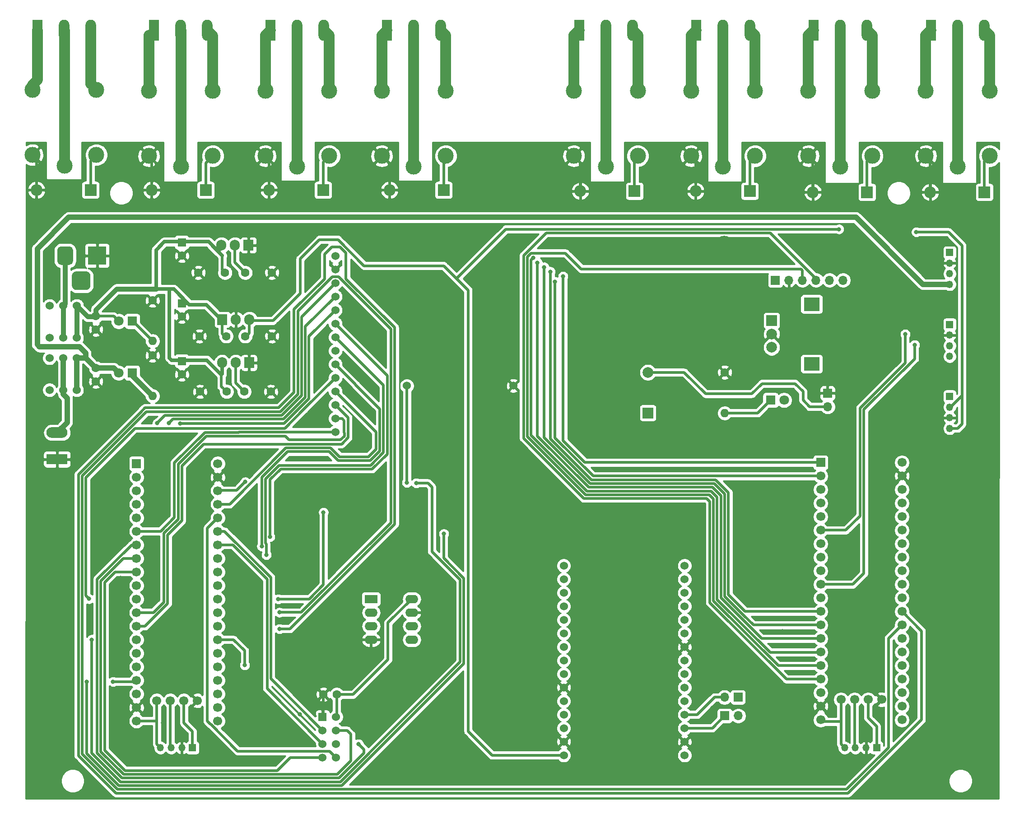
<source format=gbl>
G04 #@! TF.GenerationSoftware,KiCad,Pcbnew,(5.1.8)-1*
G04 #@! TF.CreationDate,2022-01-18T20:15:18+01:00*
G04 #@! TF.ProjectId,free_michelle_v1_0,66726565-5f6d-4696-9368-656c6c655f76,v1.0*
G04 #@! TF.SameCoordinates,Original*
G04 #@! TF.FileFunction,Copper,L2,Bot*
G04 #@! TF.FilePolarity,Positive*
%FSLAX46Y46*%
G04 Gerber Fmt 4.6, Leading zero omitted, Abs format (unit mm)*
G04 Created by KiCad (PCBNEW (5.1.8)-1) date 2022-01-18 20:15:18*
%MOMM*%
%LPD*%
G01*
G04 APERTURE LIST*
G04 #@! TA.AperFunction,ComponentPad*
%ADD10O,1.905000X2.000000*%
G04 #@! TD*
G04 #@! TA.AperFunction,ComponentPad*
%ADD11R,1.905000X2.000000*%
G04 #@! TD*
G04 #@! TA.AperFunction,ComponentPad*
%ADD12O,1.700000X1.700000*%
G04 #@! TD*
G04 #@! TA.AperFunction,ComponentPad*
%ADD13R,1.700000X1.700000*%
G04 #@! TD*
G04 #@! TA.AperFunction,ComponentPad*
%ADD14C,1.700000*%
G04 #@! TD*
G04 #@! TA.AperFunction,ComponentPad*
%ADD15C,1.600000*%
G04 #@! TD*
G04 #@! TA.AperFunction,ComponentPad*
%ADD16O,1.350000X1.350000*%
G04 #@! TD*
G04 #@! TA.AperFunction,ComponentPad*
%ADD17R,1.350000X1.350000*%
G04 #@! TD*
G04 #@! TA.AperFunction,ComponentPad*
%ADD18C,2.000000*%
G04 #@! TD*
G04 #@! TA.AperFunction,ComponentPad*
%ADD19R,2.000000X2.000000*%
G04 #@! TD*
G04 #@! TA.AperFunction,ComponentPad*
%ADD20R,1.600000X1.600000*%
G04 #@! TD*
G04 #@! TA.AperFunction,ComponentPad*
%ADD21C,1.524000*%
G04 #@! TD*
G04 #@! TA.AperFunction,ComponentPad*
%ADD22C,1.800000*%
G04 #@! TD*
G04 #@! TA.AperFunction,ComponentPad*
%ADD23R,1.800000X1.800000*%
G04 #@! TD*
G04 #@! TA.AperFunction,ComponentPad*
%ADD24O,2.200000X2.200000*%
G04 #@! TD*
G04 #@! TA.AperFunction,ComponentPad*
%ADD25R,2.200000X2.200000*%
G04 #@! TD*
G04 #@! TA.AperFunction,ComponentPad*
%ADD26O,1.980000X3.960000*%
G04 #@! TD*
G04 #@! TA.AperFunction,ComponentPad*
%ADD27R,1.980000X3.960000*%
G04 #@! TD*
G04 #@! TA.AperFunction,ComponentPad*
%ADD28O,3.960000X1.980000*%
G04 #@! TD*
G04 #@! TA.AperFunction,ComponentPad*
%ADD29R,3.960000X1.980000*%
G04 #@! TD*
G04 #@! TA.AperFunction,ComponentPad*
%ADD30R,3.500000X3.500000*%
G04 #@! TD*
G04 #@! TA.AperFunction,ComponentPad*
%ADD31C,3.000000*%
G04 #@! TD*
G04 #@! TA.AperFunction,ComponentPad*
%ADD32O,1.600000X1.600000*%
G04 #@! TD*
G04 #@! TA.AperFunction,ComponentPad*
%ADD33R,3.000000X2.500000*%
G04 #@! TD*
G04 #@! TA.AperFunction,ComponentPad*
%ADD34O,2.400000X1.600000*%
G04 #@! TD*
G04 #@! TA.AperFunction,ComponentPad*
%ADD35R,2.400000X1.600000*%
G04 #@! TD*
G04 #@! TA.AperFunction,ComponentPad*
%ADD36R,1.524000X1.524000*%
G04 #@! TD*
G04 #@! TA.AperFunction,ViaPad*
%ADD37C,0.800000*%
G04 #@! TD*
G04 #@! TA.AperFunction,ViaPad*
%ADD38C,3.200000*%
G04 #@! TD*
G04 #@! TA.AperFunction,Conductor*
%ADD39C,0.500000*%
G04 #@! TD*
G04 #@! TA.AperFunction,Conductor*
%ADD40C,0.900000*%
G04 #@! TD*
G04 #@! TA.AperFunction,Conductor*
%ADD41C,0.700000*%
G04 #@! TD*
G04 #@! TA.AperFunction,Conductor*
%ADD42C,1.000000*%
G04 #@! TD*
G04 #@! TA.AperFunction,Conductor*
%ADD43C,2.000000*%
G04 #@! TD*
G04 #@! TA.AperFunction,Conductor*
%ADD44C,1.150000*%
G04 #@! TD*
G04 #@! TA.AperFunction,Conductor*
%ADD45C,0.254000*%
G04 #@! TD*
G04 #@! TA.AperFunction,Conductor*
%ADD46C,0.100000*%
G04 #@! TD*
G04 APERTURE END LIST*
D10*
X62550000Y-84590000D03*
X65090000Y-84590000D03*
D11*
X67630000Y-84590000D03*
D10*
X62420000Y-62540000D03*
X64960000Y-62540000D03*
D11*
X67500000Y-62540000D03*
D12*
X179000000Y-69100000D03*
X176460000Y-69100000D03*
X173920000Y-69100000D03*
X171380000Y-69100000D03*
X168840000Y-69100000D03*
D13*
X166300000Y-69100000D03*
D14*
X50310000Y-147950000D03*
X52850000Y-147950000D03*
X55390000Y-147950000D03*
X57930000Y-147950000D03*
X61740000Y-103500000D03*
D13*
X46500000Y-103500000D03*
D14*
X61740000Y-106040000D03*
X46500000Y-106040000D03*
X61740000Y-108580000D03*
X46500000Y-108580000D03*
X61740000Y-111120000D03*
X46500000Y-111120000D03*
X61740000Y-113660000D03*
X46500000Y-113660000D03*
X61740000Y-116200000D03*
X46500000Y-116200000D03*
X61740000Y-118740000D03*
X46500000Y-118740000D03*
X61740000Y-121280000D03*
X46500000Y-121280000D03*
X61740000Y-123820000D03*
X46500000Y-123820000D03*
X61740000Y-126360000D03*
X46500000Y-126360000D03*
X61740000Y-128900000D03*
X46500000Y-128900000D03*
X61740000Y-131440000D03*
X46500000Y-131440000D03*
X61740000Y-133980000D03*
X46500000Y-133980000D03*
X61740000Y-136520000D03*
X46500000Y-136520000D03*
X61740000Y-139060000D03*
X46500000Y-139060000D03*
X61740000Y-141600000D03*
X46500000Y-141600000D03*
X61740000Y-144140000D03*
X46500000Y-144140000D03*
X61740000Y-146680000D03*
X46500000Y-146680000D03*
X61740000Y-149220000D03*
X46500000Y-149220000D03*
X61740000Y-151760000D03*
X46500000Y-151760000D03*
D15*
X38890000Y-78360000D03*
X38890000Y-75860000D03*
X38890000Y-88100000D03*
X38890000Y-85600000D03*
D16*
X199000000Y-69900000D03*
X199000000Y-67900000D03*
X199000000Y-65900000D03*
D17*
X199000000Y-63900000D03*
D16*
X199000000Y-83400000D03*
X199000000Y-81400000D03*
X199000000Y-79400000D03*
D17*
X199000000Y-77400000D03*
D18*
X142400000Y-86400000D03*
D19*
X142400000Y-94000000D03*
D15*
X81540000Y-146800000D03*
X84040000Y-146800000D03*
X55000000Y-64510000D03*
D20*
X55000000Y-62010000D03*
D15*
X58100000Y-67700000D03*
X63100000Y-67700000D03*
X55000000Y-75920000D03*
D20*
X55000000Y-73420000D03*
D15*
X71900000Y-67700000D03*
X66900000Y-67700000D03*
X58300000Y-79600000D03*
X63300000Y-79600000D03*
X55000000Y-86760000D03*
D20*
X55000000Y-84260000D03*
D15*
X58400000Y-90000000D03*
X63400000Y-90000000D03*
X71900000Y-79600000D03*
X66900000Y-79600000D03*
X71700000Y-90000000D03*
X66700000Y-90000000D03*
D21*
X117200000Y-88900000D03*
X97200000Y-88910000D03*
X83800000Y-97580000D03*
X83800000Y-95040000D03*
X83800000Y-92500000D03*
X83800000Y-89960000D03*
X83800000Y-87420000D03*
X83800000Y-84880000D03*
X83800000Y-82340000D03*
X83800000Y-79800000D03*
X83800000Y-77260000D03*
X83800000Y-74720000D03*
X83800000Y-72180000D03*
X83800000Y-69640000D03*
X83800000Y-67100000D03*
X83800000Y-64560000D03*
D22*
X167940000Y-91600000D03*
D23*
X165400000Y-91600000D03*
D24*
X129740000Y-52400000D03*
D25*
X139900000Y-52400000D03*
D24*
X27740000Y-52200000D03*
D25*
X37900000Y-52200000D03*
D24*
X151340000Y-52400000D03*
D25*
X161500000Y-52400000D03*
D24*
X49340000Y-52200000D03*
D25*
X59500000Y-52200000D03*
D24*
X173340000Y-52600000D03*
D25*
X183500000Y-52600000D03*
D24*
X71340000Y-52200000D03*
D25*
X81500000Y-52200000D03*
D24*
X195340000Y-52600000D03*
D25*
X205500000Y-52600000D03*
D24*
X93940000Y-52200000D03*
D25*
X104100000Y-52200000D03*
D22*
X43160000Y-76800000D03*
D23*
X45700000Y-76800000D03*
D22*
X43160000Y-86500000D03*
D23*
X45700000Y-86500000D03*
D14*
X178610000Y-147750000D03*
X181150000Y-147750000D03*
X183690000Y-147750000D03*
X186230000Y-147750000D03*
X190040000Y-103300000D03*
D13*
X174800000Y-103300000D03*
D14*
X190040000Y-105840000D03*
X174800000Y-105840000D03*
X190040000Y-108380000D03*
X174800000Y-108380000D03*
X190040000Y-110920000D03*
X174800000Y-110920000D03*
X190040000Y-113460000D03*
X174800000Y-113460000D03*
X190040000Y-116000000D03*
X174800000Y-116000000D03*
X190040000Y-118540000D03*
X174800000Y-118540000D03*
X190040000Y-121080000D03*
X174800000Y-121080000D03*
X190040000Y-123620000D03*
X174800000Y-123620000D03*
X190040000Y-126160000D03*
X174800000Y-126160000D03*
X190040000Y-128700000D03*
X174800000Y-128700000D03*
X190040000Y-131240000D03*
X174800000Y-131240000D03*
X190040000Y-133780000D03*
X174800000Y-133780000D03*
X190040000Y-136320000D03*
X174800000Y-136320000D03*
X190040000Y-138860000D03*
X174800000Y-138860000D03*
X190040000Y-141400000D03*
X174800000Y-141400000D03*
X190040000Y-143940000D03*
X174800000Y-143940000D03*
X190040000Y-146480000D03*
X174800000Y-146480000D03*
X190040000Y-149020000D03*
X174800000Y-149020000D03*
X190040000Y-151560000D03*
X174800000Y-151560000D03*
D12*
X159340000Y-150800000D03*
D13*
X156800000Y-150800000D03*
D12*
X156760000Y-147300000D03*
D13*
X159300000Y-147300000D03*
D16*
X51000000Y-156800000D03*
X53000000Y-156800000D03*
X55000000Y-156800000D03*
D17*
X57000000Y-156800000D03*
D26*
X139500000Y-22200000D03*
X134500000Y-22200000D03*
D27*
X129500000Y-22200000D03*
D26*
X37960000Y-22200000D03*
X32960000Y-22200000D03*
D27*
X27960000Y-22200000D03*
D26*
X161500000Y-22200000D03*
X156500000Y-22200000D03*
D27*
X151500000Y-22200000D03*
D26*
X59806666Y-22200000D03*
X54806666Y-22200000D03*
D27*
X49806666Y-22200000D03*
D16*
X179300000Y-156800000D03*
X181300000Y-156800000D03*
X183300000Y-156800000D03*
D17*
X185300000Y-156800000D03*
D16*
X199000000Y-96900000D03*
X199000000Y-94900000D03*
X199000000Y-92900000D03*
D17*
X199000000Y-90900000D03*
D26*
X183500000Y-22200000D03*
X178500000Y-22200000D03*
D27*
X173500000Y-22200000D03*
D26*
X81653332Y-22200000D03*
X76653332Y-22200000D03*
D27*
X71653332Y-22200000D03*
D12*
X176100000Y-92840000D03*
D13*
X176100000Y-90300000D03*
D26*
X205500000Y-22200000D03*
X200500000Y-22200000D03*
D27*
X195500000Y-22200000D03*
D26*
X103500000Y-22200000D03*
X98500000Y-22200000D03*
D27*
X93500000Y-22200000D03*
D28*
X31600000Y-97700000D03*
D29*
X31600000Y-102700000D03*
G04 #@! TA.AperFunction,ComponentPad*
G36*
G01*
X34380000Y-70075000D02*
X34380000Y-68325000D01*
G75*
G02*
X35255000Y-67450000I875000J0D01*
G01*
X37005000Y-67450000D01*
G75*
G02*
X37880000Y-68325000I0J-875000D01*
G01*
X37880000Y-70075000D01*
G75*
G02*
X37005000Y-70950000I-875000J0D01*
G01*
X35255000Y-70950000D01*
G75*
G02*
X34380000Y-70075000I0J875000D01*
G01*
G37*
G04 #@! TD.AperFunction*
G04 #@! TA.AperFunction,ComponentPad*
G36*
G01*
X31630000Y-65500000D02*
X31630000Y-63500000D01*
G75*
G02*
X32380000Y-62750000I750000J0D01*
G01*
X33880000Y-62750000D01*
G75*
G02*
X34630000Y-63500000I0J-750000D01*
G01*
X34630000Y-65500000D01*
G75*
G02*
X33880000Y-66250000I-750000J0D01*
G01*
X32380000Y-66250000D01*
G75*
G02*
X31630000Y-65500000I0J750000D01*
G01*
G37*
G04 #@! TD.AperFunction*
D30*
X39130000Y-64500000D03*
D31*
X134500000Y-47800000D03*
X128500000Y-45800000D03*
X128500000Y-33600000D03*
X140500000Y-33600000D03*
X140500000Y-45800000D03*
X32980000Y-47600000D03*
X26980000Y-45600000D03*
X26980000Y-33400000D03*
X38980000Y-33400000D03*
X38980000Y-45600000D03*
X156500000Y-47800000D03*
X150500000Y-45800000D03*
X150500000Y-33600000D03*
X162500000Y-33600000D03*
X162500000Y-45800000D03*
X54820000Y-47800000D03*
X48820000Y-45800000D03*
X48820000Y-33600000D03*
X60820000Y-33600000D03*
X60820000Y-45800000D03*
X178500000Y-47800000D03*
X172500000Y-45800000D03*
X172500000Y-33600000D03*
X184500000Y-33600000D03*
X184500000Y-45800000D03*
X76660000Y-47800000D03*
X70660000Y-45800000D03*
X70660000Y-33600000D03*
X82660000Y-33600000D03*
X82660000Y-45800000D03*
X200500000Y-47800000D03*
X194500000Y-45800000D03*
X194500000Y-33600000D03*
X206500000Y-33600000D03*
X206500000Y-45800000D03*
X98500000Y-47800000D03*
X92500000Y-45800000D03*
X92500000Y-33600000D03*
X104500000Y-33600000D03*
X104500000Y-45800000D03*
D32*
X156820000Y-94020000D03*
D15*
X156820000Y-86400000D03*
D32*
X49500000Y-80520000D03*
D15*
X49500000Y-72900000D03*
D32*
X49500000Y-90820000D03*
D15*
X49500000Y-83200000D03*
D19*
X165600000Y-76700000D03*
D18*
X165600000Y-79200000D03*
X165600000Y-81700000D03*
D33*
X173100000Y-73600000D03*
X173100000Y-84800000D03*
D21*
X35300000Y-79900000D03*
X35300000Y-73900000D03*
X32800000Y-79900000D03*
X32800000Y-73900000D03*
X30200000Y-79900000D03*
X30200000Y-73900000D03*
X35300000Y-89700000D03*
X35300000Y-83700000D03*
X32800000Y-89700000D03*
X32800000Y-83700000D03*
X30200000Y-89700000D03*
X30200000Y-83700000D03*
D34*
X98120000Y-128900000D03*
X90500000Y-136520000D03*
X98120000Y-131440000D03*
X90500000Y-133980000D03*
X98120000Y-133980000D03*
X90500000Y-131440000D03*
X98120000Y-136520000D03*
D35*
X90500000Y-128900000D03*
D21*
X149280000Y-158205000D03*
X149280000Y-155665000D03*
X149280000Y-153125000D03*
X149280000Y-150585000D03*
X149280000Y-148045000D03*
X149280000Y-145505000D03*
X149280000Y-142965000D03*
X149280000Y-140425000D03*
X149280000Y-137885000D03*
X149280000Y-135345000D03*
X149280000Y-132805000D03*
X149280000Y-130265000D03*
X149280000Y-127725000D03*
X149280000Y-125185000D03*
X149280000Y-122645000D03*
X126620000Y-158205000D03*
X126620000Y-155665000D03*
X126620000Y-153125000D03*
X126620000Y-150585000D03*
X126620000Y-148045000D03*
X126620000Y-145505000D03*
X126620000Y-142965000D03*
X126620000Y-140425000D03*
X126620000Y-137885000D03*
X126620000Y-135345000D03*
X126620000Y-132805000D03*
X126620000Y-130265000D03*
X126620000Y-127725000D03*
X126620000Y-125185000D03*
X126620000Y-122645000D03*
X83940000Y-158620000D03*
X81400000Y-158620000D03*
X83940000Y-156080000D03*
X81400000Y-156080000D03*
X83940000Y-153540000D03*
X81400000Y-153540000D03*
X83940000Y-151000000D03*
D36*
X81400000Y-151000000D03*
D10*
X67680000Y-76500000D03*
X65140000Y-76500000D03*
D11*
X62600000Y-76500000D03*
D37*
X66900000Y-106930000D03*
D38*
X156620000Y-99690000D03*
X156700000Y-62380000D03*
X88640000Y-62370000D03*
X88690000Y-99580000D03*
D37*
X41140000Y-105850000D03*
X41610000Y-120030000D03*
X43550000Y-124920000D03*
X64900000Y-115020000D03*
X27660000Y-162680000D03*
X50600000Y-113320000D03*
X50820000Y-136680000D03*
X76950000Y-137380000D03*
X75470000Y-111890000D03*
X83400000Y-108150000D03*
X67840000Y-118610000D03*
X67980000Y-110300000D03*
X43610000Y-132680000D03*
X43630000Y-139280000D03*
X42630000Y-148720000D03*
X189610000Y-61640000D03*
X182840000Y-63150000D03*
X176860000Y-63100000D03*
X171410000Y-62020000D03*
X114990000Y-65010000D03*
X106060000Y-65100000D03*
X98220000Y-64950000D03*
X189150000Y-76680000D03*
X141490000Y-63280000D03*
X193810000Y-161990000D03*
X160260000Y-122880000D03*
X168240000Y-122880000D03*
X179230000Y-122880000D03*
X169570000Y-104510000D03*
X134740000Y-104660000D03*
X49590000Y-128960000D03*
X49550000Y-118710000D03*
X48430000Y-95470000D03*
X79450000Y-67480000D03*
X87510000Y-76070000D03*
X92070000Y-80860000D03*
X81040000Y-79810000D03*
X80990000Y-86220000D03*
X87310000Y-86320000D03*
X87210000Y-91150000D03*
X80710000Y-95120000D03*
X80930000Y-102530000D03*
X37860000Y-132860000D03*
X64750000Y-121250000D03*
X68580000Y-126360000D03*
X68620000Y-137430000D03*
X74700000Y-132880000D03*
X74920000Y-130100000D03*
X192380000Y-136310000D03*
X179900000Y-151690000D03*
X51430000Y-152090000D03*
X77120000Y-150530000D03*
X169430000Y-142660000D03*
X167610000Y-140070000D03*
X167590000Y-137590000D03*
X167650000Y-134970000D03*
X167640000Y-132470000D03*
X169510000Y-109730000D03*
X105650000Y-126940000D03*
X103420000Y-108250000D03*
X43170000Y-127610000D03*
X64430000Y-125030000D03*
X132550000Y-98130000D03*
X116900000Y-108550000D03*
X116860000Y-152010000D03*
X31840000Y-128760000D03*
X41540000Y-92970000D03*
X103390000Y-74990000D03*
X103560000Y-97560000D03*
X189380000Y-94660000D03*
X182820000Y-82720000D03*
X202730000Y-102760000D03*
X116280000Y-49590000D03*
X117180000Y-134360000D03*
X142100000Y-77600000D03*
X178240010Y-59540010D03*
X192737500Y-60077510D03*
X97200000Y-107060000D03*
X50400000Y-95900000D03*
X52600000Y-95900000D03*
X54700000Y-96000000D03*
X71540011Y-117229989D03*
X70840001Y-120599999D03*
X69990000Y-119000000D03*
X37620000Y-128870000D03*
X120900000Y-64900000D03*
X121700002Y-65799998D03*
X122950001Y-66649999D03*
X73300000Y-131400000D03*
X124100000Y-67500000D03*
X73300000Y-134500000D03*
X192437500Y-81237500D03*
X190662500Y-79237500D03*
X125000000Y-69400000D03*
X126500000Y-68400000D03*
X81562500Y-112637500D03*
X73100000Y-128900000D03*
X98950000Y-107150000D03*
X38100000Y-136500000D03*
X66800000Y-141300000D03*
X88130000Y-156080000D03*
X104137500Y-116662500D03*
X37200000Y-144400000D03*
X42100000Y-144400000D03*
D39*
X142400000Y-86400000D02*
X149200000Y-86400000D01*
X149200000Y-86400000D02*
X153200000Y-90400000D01*
X153200000Y-90400000D02*
X161900000Y-90400000D01*
X161900000Y-90400000D02*
X163800000Y-88500000D01*
X163800000Y-88500000D02*
X170000000Y-88500000D01*
X170000000Y-88500000D02*
X171500000Y-90000000D01*
X171500000Y-90000000D02*
X171500000Y-91600000D01*
X172740000Y-92840000D02*
X176100000Y-92840000D01*
X171500000Y-91600000D02*
X172740000Y-92840000D01*
X50310000Y-156110000D02*
X51000000Y-156800000D01*
X46500000Y-151760000D02*
X50170000Y-151760000D01*
X50170000Y-151760000D02*
X50310000Y-151900000D01*
X50310000Y-151900000D02*
X50310000Y-156110000D01*
X50310000Y-147950000D02*
X50310000Y-151900000D01*
X84040000Y-150900000D02*
X83940000Y-151000000D01*
X84040000Y-146800000D02*
X84040000Y-150900000D01*
X66900000Y-106930000D02*
X65280000Y-108550000D01*
X61770000Y-108550000D02*
X61740000Y-108580000D01*
X65280000Y-108550000D02*
X61770000Y-108550000D01*
X84040000Y-146800000D02*
X87120000Y-146800000D01*
X87120000Y-146800000D02*
X93660000Y-140260000D01*
X93660000Y-133360000D02*
X98120000Y-128900000D01*
X93660000Y-140260000D02*
X93660000Y-133360000D01*
X178610000Y-156110000D02*
X179300000Y-156800000D01*
X175130000Y-151890000D02*
X174800000Y-151560000D01*
X178610000Y-151890000D02*
X175130000Y-151890000D01*
X178610000Y-147750000D02*
X178610000Y-151890000D01*
X178610000Y-151890000D02*
X178610000Y-156110000D01*
X65090000Y-88390000D02*
X66700000Y-90000000D01*
X65090000Y-84590000D02*
X65090000Y-88390000D01*
X27740000Y-46360000D02*
X26980000Y-45600000D01*
X27740000Y-52200000D02*
X27740000Y-46360000D01*
X49340000Y-46320000D02*
X48820000Y-45800000D01*
X49340000Y-52200000D02*
X49340000Y-46320000D01*
X71340000Y-46480000D02*
X70660000Y-45800000D01*
X71340000Y-52200000D02*
X71340000Y-46480000D01*
X93940000Y-47240000D02*
X92500000Y-45800000D01*
X93940000Y-52200000D02*
X93940000Y-47240000D01*
X129740000Y-47040000D02*
X128500000Y-45800000D01*
X129740000Y-52400000D02*
X129740000Y-47040000D01*
X151340000Y-46640000D02*
X150500000Y-45800000D01*
X151340000Y-52400000D02*
X151340000Y-46640000D01*
X173340000Y-46640000D02*
X172500000Y-45800000D01*
X173340000Y-52600000D02*
X173340000Y-46640000D01*
X195340000Y-46640000D02*
X194500000Y-45800000D01*
X195340000Y-52600000D02*
X195340000Y-46640000D01*
X81540000Y-150860000D02*
X81400000Y-151000000D01*
X81540000Y-146800000D02*
X81540000Y-150860000D01*
X113205000Y-158205000D02*
X126620000Y-158205000D01*
X108700000Y-153700000D02*
X113205000Y-158205000D01*
X108700000Y-71000000D02*
X108700000Y-153700000D01*
X115759990Y-59540010D02*
X106500000Y-68800000D01*
X178240010Y-59540010D02*
X115759990Y-59540010D01*
X106500000Y-68800000D02*
X108700000Y-71000000D01*
X192737500Y-60077510D02*
X198777510Y-60077510D01*
X198777510Y-60077510D02*
X201300000Y-62600000D01*
X199160002Y-92900000D02*
X199000000Y-92900000D01*
X201300000Y-90760002D02*
X199160002Y-92900000D01*
X201300000Y-62600000D02*
X201300000Y-90760002D01*
X201300000Y-90760002D02*
X201300000Y-96100000D01*
X200500000Y-96900000D02*
X199000000Y-96900000D01*
X201300000Y-96100000D02*
X200500000Y-96900000D01*
X89189963Y-66400000D02*
X104100000Y-66400000D01*
X84289963Y-61500000D02*
X89189963Y-66400000D01*
X80800000Y-61500000D02*
X84289963Y-61500000D01*
X77200000Y-65100000D02*
X80800000Y-61500000D01*
X77200000Y-71600000D02*
X77200000Y-65100000D01*
X72100000Y-76700000D02*
X77200000Y-71600000D01*
X67680000Y-76700000D02*
X72100000Y-76700000D01*
X104100000Y-66400000D02*
X106500000Y-68800000D01*
X67680000Y-79020000D02*
X67680000Y-76700000D01*
X66900000Y-79800000D02*
X67680000Y-79020000D01*
D40*
X35300000Y-79900000D02*
X35300000Y-73900000D01*
D41*
X59600000Y-73700000D02*
X62600000Y-76700000D01*
X56400000Y-73700000D02*
X59600000Y-73700000D01*
D40*
X35300000Y-73900000D02*
X37350000Y-75950000D01*
D39*
X38800000Y-75950000D02*
X38890000Y-75860000D01*
D40*
X37350000Y-75950000D02*
X38800000Y-75950000D01*
D39*
X42220000Y-75860000D02*
X43160000Y-76800000D01*
X38890000Y-75860000D02*
X42220000Y-75860000D01*
D40*
X38890000Y-75860000D02*
X38890000Y-74610000D01*
X38890000Y-74610000D02*
X42730000Y-70770000D01*
D39*
X62600000Y-79100000D02*
X63300000Y-79800000D01*
X62600000Y-76700000D02*
X62600000Y-79100000D01*
D41*
X50200000Y-70770000D02*
X50200000Y-63430000D01*
D40*
X42730000Y-70770000D02*
X50200000Y-70770000D01*
D41*
X51730000Y-61900000D02*
X56400000Y-61900000D01*
X50200000Y-63430000D02*
X51730000Y-61900000D01*
X56400000Y-61900000D02*
X60000000Y-61900000D01*
D39*
X62600000Y-67200000D02*
X63100000Y-67700000D01*
X62600000Y-64500000D02*
X62600000Y-67200000D01*
D41*
X50200000Y-70770000D02*
X52690000Y-70770000D01*
X52690000Y-70770000D02*
X53470000Y-70770000D01*
X53100000Y-84100000D02*
X56200000Y-84100000D01*
X52690000Y-83690000D02*
X53100000Y-84100000D01*
X52690000Y-70770000D02*
X52690000Y-83690000D01*
X59700000Y-84100000D02*
X62400000Y-86800000D01*
X56200000Y-84100000D02*
X59700000Y-84100000D01*
D39*
X62400000Y-89000000D02*
X63400000Y-90000000D01*
X62400000Y-86800000D02*
X62400000Y-89000000D01*
D41*
X61980000Y-63880000D02*
X61980000Y-62980000D01*
D39*
X61980000Y-62980000D02*
X62420000Y-62540000D01*
D41*
X60000000Y-61900000D02*
X61980000Y-63880000D01*
X61980000Y-63880000D02*
X62600000Y-64500000D01*
D39*
X62550000Y-86650000D02*
X62400000Y-86800000D01*
D41*
X62550000Y-84590000D02*
X62550000Y-86650000D01*
D39*
X56120000Y-73420000D02*
X56210000Y-73510000D01*
D41*
X55000000Y-73420000D02*
X56120000Y-73420000D01*
D39*
X56210000Y-73510000D02*
X56400000Y-73700000D01*
D41*
X53470000Y-70770000D02*
X56210000Y-73510000D01*
D39*
X64960000Y-65760000D02*
X66900000Y-67700000D01*
X64960000Y-62540000D02*
X64960000Y-65760000D01*
X97200000Y-88910000D02*
X97200000Y-98770000D01*
X97200000Y-98770000D02*
X97200000Y-107060000D01*
X97200000Y-107060000D02*
X97200000Y-107060000D01*
X83800000Y-69640000D02*
X77459980Y-75980020D01*
X77459980Y-75980020D02*
X77459980Y-90750134D01*
X73760125Y-94449989D02*
X51850011Y-94449989D01*
X77459980Y-90750134D02*
X73760125Y-94449989D01*
X51850011Y-94449989D02*
X50700000Y-95600000D01*
X50700000Y-95600000D02*
X50700000Y-95600000D01*
X50700000Y-95600000D02*
X50400000Y-95900000D01*
X50400000Y-95900000D02*
X50400000Y-95900000D01*
X52700000Y-95800000D02*
X52700000Y-95800000D01*
X78159990Y-77820010D02*
X83800000Y-72180000D01*
X78159990Y-91040086D02*
X78159990Y-77820010D01*
X74050077Y-95149999D02*
X78159990Y-91040086D01*
X53350001Y-95149999D02*
X74050077Y-95149999D01*
X52600000Y-95900000D02*
X52600000Y-95900000D01*
X52600000Y-95900000D02*
X53350001Y-95149999D01*
X83800000Y-74720000D02*
X78860000Y-79660000D01*
X78860000Y-79660000D02*
X78860000Y-91080000D01*
X78860000Y-91080000D02*
X78860000Y-91330038D01*
X78860000Y-91330038D02*
X74190038Y-96000000D01*
X74190038Y-96000000D02*
X54700000Y-96000000D01*
X54700000Y-96000000D02*
X54700000Y-96000000D01*
X93510020Y-101709869D02*
X90690916Y-104528973D01*
X93510020Y-86970020D02*
X93510020Y-101709869D01*
X83800000Y-77260000D02*
X93510020Y-86970020D01*
X73531027Y-104528973D02*
X71540011Y-106519989D01*
X90690916Y-104528973D02*
X73531027Y-104528973D01*
X71540011Y-106519989D02*
X71540011Y-117229989D01*
X71540011Y-117229989D02*
X71540011Y-117229989D01*
X70840001Y-120599999D02*
X70840001Y-120599999D01*
X70840001Y-118591999D02*
X70840001Y-120599999D01*
X70690010Y-118442008D02*
X70840001Y-118591999D01*
X70690010Y-106377916D02*
X70690010Y-118442008D01*
X73238963Y-103828963D02*
X70690010Y-106377916D01*
X90400963Y-103828963D02*
X73238963Y-103828963D01*
X92810010Y-101419916D02*
X90400963Y-103828963D01*
X92810010Y-88810010D02*
X92810010Y-101419916D01*
X83800000Y-79800000D02*
X92810010Y-88810010D01*
X69990000Y-119000000D02*
X69990000Y-119000000D01*
X74827944Y-101250020D02*
X69990000Y-106087964D01*
X82630058Y-101250020D02*
X74827944Y-101250020D01*
X84310048Y-102930010D02*
X82630058Y-101250020D01*
X92110000Y-101129963D02*
X90309953Y-102930010D01*
X69990000Y-106087964D02*
X69990000Y-119000000D01*
X92110000Y-93230000D02*
X92110000Y-101129963D01*
X90309953Y-102930010D02*
X84310048Y-102930010D01*
X87570030Y-88690030D02*
X92110000Y-93230000D01*
X87570030Y-88650030D02*
X87570030Y-88690030D01*
X83800000Y-84880000D02*
X87570030Y-88650030D01*
X83800000Y-87420000D02*
X77930000Y-93290000D01*
X77890000Y-93290000D02*
X74300010Y-96879990D01*
X77930000Y-93290000D02*
X77890000Y-93290000D01*
X74300010Y-96879990D02*
X46230010Y-96879990D01*
X46230010Y-96879990D02*
X37000000Y-106110000D01*
X37000000Y-106110000D02*
X37000000Y-128250000D01*
X37000000Y-128250000D02*
X37620000Y-128870000D01*
X37620000Y-128870000D02*
X37620000Y-128870000D01*
X83800000Y-89960000D02*
X86870020Y-93030020D01*
X63968002Y-111120000D02*
X61740000Y-111120000D01*
X74537992Y-100550010D02*
X63968002Y-111120000D01*
X86870020Y-93030020D02*
X86890020Y-93030020D01*
X86890020Y-93030020D02*
X91409990Y-97549990D01*
X91409990Y-97549990D02*
X91409990Y-100840010D01*
X91409990Y-100840010D02*
X90020000Y-102230000D01*
X82920010Y-100550010D02*
X74537992Y-100550010D01*
X84600000Y-102230000D02*
X82920010Y-100550010D01*
X90020000Y-102230000D02*
X84600000Y-102230000D01*
X86170010Y-94870010D02*
X83800000Y-92500000D01*
X86170010Y-98639953D02*
X86170010Y-94870010D01*
X84959963Y-99850000D02*
X86170010Y-98639953D01*
X59089962Y-99850000D02*
X84959963Y-99850000D01*
X55010020Y-103929942D02*
X59089962Y-99850000D01*
X55010020Y-114189906D02*
X55010020Y-103929942D01*
X52340010Y-116859916D02*
X55010020Y-114189906D01*
X52340010Y-129759953D02*
X52340010Y-116859916D01*
X48119963Y-133980000D02*
X52340010Y-129759953D01*
X46500000Y-133980000D02*
X48119963Y-133980000D01*
X83800000Y-95040000D02*
X85050000Y-95040000D01*
X85050000Y-95040000D02*
X85460000Y-95450000D01*
X85460000Y-97713762D02*
X85470000Y-97723762D01*
X85460000Y-95450000D02*
X85460000Y-97713762D01*
X85470000Y-97723762D02*
X85470000Y-98350000D01*
X85470000Y-98350000D02*
X84770000Y-99050000D01*
X51640000Y-116569963D02*
X51640000Y-129470000D01*
X49670000Y-131440000D02*
X46500000Y-131440000D01*
X51640000Y-129470000D02*
X49670000Y-131440000D01*
X74380010Y-98340010D02*
X59609952Y-98340010D01*
X75090000Y-99050000D02*
X74380010Y-98340010D01*
X84770000Y-99050000D02*
X75090000Y-99050000D01*
X59609952Y-98340010D02*
X58899962Y-99050000D01*
X58899962Y-99050038D02*
X54310010Y-103639990D01*
X58899962Y-99050000D02*
X58899962Y-99050038D01*
X54310010Y-113899953D02*
X51640000Y-116569963D01*
X54310010Y-103639990D02*
X54310010Y-113899953D01*
X65735998Y-97580000D02*
X65675998Y-97640000D01*
X83800000Y-97580000D02*
X65735998Y-97580000D01*
X65675998Y-97640000D02*
X59320000Y-97640000D01*
X59320000Y-97640000D02*
X53610000Y-103350000D01*
X53610000Y-103350000D02*
X53610000Y-113610000D01*
X51020000Y-116200000D02*
X46500000Y-116200000D01*
X53610000Y-113610000D02*
X51020000Y-116200000D01*
X162980000Y-94020000D02*
X165400000Y-91600000D01*
X156820000Y-94020000D02*
X162980000Y-94020000D01*
X139900000Y-46400000D02*
X140500000Y-45800000D01*
X139900000Y-52400000D02*
X139900000Y-46400000D01*
X37900000Y-46680000D02*
X38980000Y-45600000D01*
X37900000Y-52200000D02*
X37900000Y-46680000D01*
X161500000Y-46800000D02*
X162500000Y-45800000D01*
X161500000Y-52400000D02*
X161500000Y-46800000D01*
X59500000Y-47120000D02*
X60820000Y-45800000D01*
X59500000Y-52200000D02*
X59500000Y-47120000D01*
X183500000Y-46800000D02*
X184500000Y-45800000D01*
X183500000Y-52600000D02*
X183500000Y-46800000D01*
X81500000Y-46960000D02*
X82660000Y-45800000D01*
X81500000Y-52200000D02*
X81500000Y-46960000D01*
X205500000Y-46800000D02*
X206500000Y-45800000D01*
X205500000Y-52600000D02*
X205500000Y-46800000D01*
X104100000Y-46200000D02*
X104500000Y-45800000D01*
X104100000Y-52200000D02*
X104100000Y-46200000D01*
X45780000Y-76800000D02*
X49500000Y-80520000D01*
X45700000Y-76800000D02*
X45780000Y-76800000D01*
D42*
X45700000Y-87020000D02*
X49500000Y-90820000D01*
D39*
X45700000Y-86500000D02*
X45700000Y-87020000D01*
X165329971Y-60240020D02*
X173920000Y-68830049D01*
X123359980Y-60240020D02*
X165329971Y-60240020D01*
X120400000Y-63200000D02*
X123359980Y-60240020D01*
X119099990Y-64452045D02*
X120352036Y-63200000D01*
X120352036Y-63200000D02*
X120400000Y-63200000D01*
X119099990Y-98739767D02*
X119099990Y-64452045D01*
X173920000Y-68830049D02*
X173920000Y-69100000D01*
X153999950Y-110599950D02*
X153440058Y-110040058D01*
X153440058Y-110040058D02*
X130400281Y-110040058D01*
X153999950Y-129559801D02*
X153999950Y-110599950D01*
X130400281Y-110040058D02*
X119099990Y-98739767D01*
X168380149Y-143940000D02*
X153999950Y-129559801D01*
X174800000Y-143940000D02*
X168380149Y-143940000D01*
X166830113Y-141400000D02*
X174800000Y-141400000D01*
X154699960Y-129269848D02*
X166830113Y-141400000D01*
X153940048Y-109340048D02*
X154699960Y-110099960D01*
X130690234Y-109340048D02*
X153940048Y-109340048D01*
X119800000Y-64741998D02*
X119800000Y-98449814D01*
X154699960Y-110099960D02*
X154699960Y-129269848D01*
X119800000Y-98449814D02*
X130690234Y-109340048D01*
X120491999Y-64049999D02*
X119800000Y-64741998D01*
X171380000Y-69100000D02*
X171380000Y-67280000D01*
X120491999Y-64049999D02*
X126949999Y-64049999D01*
X171100000Y-67000000D02*
X171380000Y-67280000D01*
X129900000Y-67000000D02*
X171100000Y-67000000D01*
X126949999Y-64049999D02*
X129900000Y-67000000D01*
X120500001Y-65299999D02*
X120500001Y-98159853D01*
X120500001Y-98159853D02*
X130980188Y-108640040D01*
X120900000Y-64900000D02*
X120500001Y-65299999D01*
X130980188Y-108640040D02*
X154240040Y-108640040D01*
X154240040Y-108640040D02*
X155399970Y-109799970D01*
X155399970Y-128979895D02*
X165320075Y-138900000D01*
X155399970Y-109799970D02*
X155399970Y-128979895D01*
X174760000Y-138900000D02*
X174800000Y-138860000D01*
X165320075Y-138900000D02*
X174760000Y-138900000D01*
X121700002Y-65799998D02*
X121700002Y-98369889D01*
X121700002Y-98369889D02*
X131270141Y-107940030D01*
X131270141Y-107940030D02*
X154550068Y-107940030D01*
X154550068Y-107940030D02*
X156099980Y-109489942D01*
X156099980Y-128689942D02*
X163710038Y-136300000D01*
X156099980Y-109489942D02*
X156099980Y-128689942D01*
X174780000Y-136300000D02*
X174800000Y-136320000D01*
X163710038Y-136300000D02*
X174780000Y-136300000D01*
X122950001Y-66649999D02*
X122950001Y-98629926D01*
X122950001Y-98629926D02*
X131560094Y-107240020D01*
X154840020Y-107240020D02*
X156799990Y-109199990D01*
X131560094Y-107240020D02*
X154840020Y-107240020D01*
X156799990Y-128389953D02*
X160350047Y-131940010D01*
X156799990Y-109199990D02*
X156799990Y-128389953D01*
X160350047Y-131940010D02*
X160350047Y-131950047D01*
X162180000Y-133780000D02*
X174800000Y-133780000D01*
X160350047Y-131950047D02*
X162180000Y-133780000D01*
X190040000Y-133780000D02*
X187530001Y-136289999D01*
X187530001Y-136289999D02*
X187530001Y-156730001D01*
X179679952Y-164580050D02*
X42910236Y-164580050D01*
X42910236Y-164580050D02*
X36299990Y-157969804D01*
X36299990Y-157969804D02*
X36299990Y-105820047D01*
X36299990Y-105820047D02*
X48370058Y-93749979D01*
X94210030Y-114579932D02*
X77389962Y-131400000D01*
X187530001Y-156730001D02*
X179679952Y-164580050D01*
X84381761Y-68427999D02*
X94210030Y-78256268D01*
X83218239Y-68427999D02*
X84381761Y-68427999D01*
X94210030Y-78256268D02*
X94210030Y-114579932D01*
X48370058Y-93749979D02*
X73470173Y-93749979D01*
X76759970Y-74886268D02*
X76773119Y-74873119D01*
X76759970Y-90460182D02*
X76759970Y-74886268D01*
X76773119Y-74873119D02*
X83218239Y-68427999D01*
X73470173Y-93749979D02*
X76759970Y-90460182D01*
X77389962Y-131400000D02*
X73300000Y-131400000D01*
X73300000Y-131400000D02*
X73300000Y-131400000D01*
X124149999Y-67549999D02*
X124100000Y-67500000D01*
X124149999Y-98839962D02*
X124149999Y-67549999D01*
X131850047Y-106540010D02*
X124149999Y-98839962D01*
X155140010Y-106540010D02*
X131850047Y-106540010D01*
X157500000Y-108900000D02*
X155140010Y-106540010D01*
X157500000Y-128100000D02*
X157500000Y-108900000D01*
X160640000Y-131240000D02*
X157500000Y-128100000D01*
X174800000Y-131240000D02*
X160640000Y-131240000D01*
X190040000Y-131240000D02*
X193700000Y-134900000D01*
X193700000Y-151549964D02*
X179949964Y-165300000D01*
X193700000Y-134900000D02*
X193700000Y-151549964D01*
X42640223Y-165300000D02*
X39300000Y-161959776D01*
X179949964Y-165300000D02*
X42640223Y-165300000D01*
X39300000Y-161959776D02*
X35599980Y-158259757D01*
X35599980Y-105530094D02*
X47300000Y-93830074D01*
X35599980Y-158259757D02*
X35599980Y-105530094D01*
X48080105Y-93049969D02*
X73180221Y-93049969D01*
X47300000Y-93830074D02*
X48080105Y-93049969D01*
X73180221Y-93049969D02*
X76059960Y-90170230D01*
X76059960Y-90170230D02*
X76059960Y-76300000D01*
X76059960Y-74596315D02*
X81800000Y-68856275D01*
X76059960Y-76300000D02*
X76059960Y-74596315D01*
X81800000Y-68856275D02*
X81800000Y-64766238D01*
X81800000Y-64766238D02*
X81800000Y-64200000D01*
X81800000Y-64200000D02*
X83100000Y-62900000D01*
X83100000Y-62900000D02*
X84700000Y-62900000D01*
X84700000Y-62900000D02*
X85800000Y-64000000D01*
X85800000Y-64000000D02*
X85800000Y-68856276D01*
X94910040Y-77966316D02*
X94910040Y-114889960D01*
X85800000Y-68856276D02*
X94910040Y-77966316D01*
X94910040Y-114889960D02*
X75300000Y-134500000D01*
X75300000Y-134500000D02*
X73300000Y-134500000D01*
X73300000Y-134500000D02*
X73300000Y-134500000D01*
X192437500Y-81237500D02*
X192437500Y-83852462D01*
X192437500Y-83852462D02*
X182900010Y-93389952D01*
X182900010Y-93389952D02*
X182900010Y-124099990D01*
X180840000Y-126160000D02*
X174800000Y-126160000D01*
X182900010Y-124099990D02*
X180840000Y-126160000D01*
X190662500Y-79237500D02*
X190662500Y-84637500D01*
X190662500Y-84637500D02*
X182200000Y-93100000D01*
X182200000Y-93100000D02*
X182200000Y-113300000D01*
X179500000Y-116000000D02*
X174800000Y-116000000D01*
X182200000Y-113300000D02*
X179500000Y-116000000D01*
X125000000Y-69400000D02*
X125000000Y-98700000D01*
X132140000Y-105840000D02*
X174800000Y-105840000D01*
X125000000Y-98700000D02*
X132140000Y-105840000D01*
X130589962Y-103300000D02*
X174800000Y-103300000D01*
X126500000Y-99210038D02*
X130589962Y-103300000D01*
X126500000Y-68400000D02*
X126500000Y-99210038D01*
X183690000Y-147750000D02*
X183690000Y-151190000D01*
X185300000Y-152800000D02*
X185300000Y-156800000D01*
X183690000Y-151190000D02*
X185300000Y-152800000D01*
X181150000Y-156650000D02*
X181300000Y-156800000D01*
X181150000Y-147750000D02*
X181150000Y-156650000D01*
X154475000Y-153125000D02*
X156800000Y-150800000D01*
X149280000Y-153125000D02*
X154475000Y-153125000D01*
X149280000Y-150585000D02*
X151615000Y-150585000D01*
X154900000Y-147300000D02*
X156760000Y-147300000D01*
X151615000Y-150585000D02*
X154900000Y-147300000D01*
X52850000Y-156650000D02*
X53000000Y-156800000D01*
X52850000Y-147950000D02*
X52850000Y-156650000D01*
D43*
X140500000Y-23200000D02*
X139500000Y-22200000D01*
X140500000Y-33600000D02*
X140500000Y-23200000D01*
X134500000Y-47800000D02*
X134500000Y-22200000D01*
X128500000Y-23200000D02*
X129500000Y-22200000D01*
X128500000Y-33600000D02*
X128500000Y-23200000D01*
D44*
X26980000Y-33400000D02*
X26980000Y-32500000D01*
D43*
X27960000Y-31520000D02*
X27960000Y-22200000D01*
X26980000Y-32500000D02*
X27960000Y-31520000D01*
D44*
X32980000Y-22220000D02*
X32960000Y-22200000D01*
D43*
X32980000Y-47600000D02*
X32980000Y-22220000D01*
D44*
X38980000Y-33400000D02*
X38980000Y-33350000D01*
D43*
X37960000Y-32330000D02*
X37960000Y-22200000D01*
D44*
X38980000Y-33350000D02*
X37960000Y-32330000D01*
D43*
X150500000Y-23200000D02*
X151500000Y-22200000D01*
X150500000Y-33600000D02*
X150500000Y-23200000D01*
X156500000Y-47800000D02*
X156500000Y-22200000D01*
X162500000Y-23200000D02*
X161500000Y-22200000D01*
X162500000Y-33600000D02*
X162500000Y-23200000D01*
D44*
X48820000Y-23186666D02*
X49806666Y-22200000D01*
D43*
X48820000Y-33600000D02*
X48820000Y-23186666D01*
D44*
X54820000Y-22213334D02*
X54806666Y-22200000D01*
D43*
X54820000Y-47800000D02*
X54820000Y-22213334D01*
X60820000Y-23213334D02*
X59806666Y-22200000D01*
X60820000Y-33600000D02*
X60820000Y-23213334D01*
X184500000Y-23200000D02*
X183500000Y-22200000D01*
X184500000Y-33600000D02*
X184500000Y-23200000D01*
X178500000Y-47800000D02*
X178500000Y-22200000D01*
X172500000Y-23200000D02*
X173500000Y-22200000D01*
X172500000Y-33600000D02*
X172500000Y-23200000D01*
X82660000Y-23206668D02*
X81653332Y-22200000D01*
X82660000Y-33600000D02*
X82660000Y-23206668D01*
D44*
X76660000Y-22206668D02*
X76653332Y-22200000D01*
D43*
X76660000Y-47800000D02*
X76660000Y-22206668D01*
X70660000Y-23193332D02*
X71653332Y-22200000D01*
X70660000Y-33600000D02*
X70660000Y-23193332D01*
X206500000Y-23200000D02*
X205500000Y-22200000D01*
X206500000Y-33600000D02*
X206500000Y-23200000D01*
X200500000Y-47800000D02*
X200500000Y-22200000D01*
X194500000Y-23200000D02*
X195500000Y-22200000D01*
X194500000Y-33600000D02*
X194500000Y-23200000D01*
X92500000Y-23200000D02*
X93500000Y-22200000D01*
X92500000Y-33600000D02*
X92500000Y-23200000D01*
X98500000Y-47800000D02*
X98500000Y-22200000D01*
X104500000Y-23200000D02*
X103500000Y-22200000D01*
X104500000Y-33600000D02*
X104500000Y-23200000D01*
D42*
X32800000Y-83700000D02*
X32800000Y-89700000D01*
X32800000Y-89700000D02*
X32800000Y-90500000D01*
X32800000Y-90500000D02*
X33500000Y-91200000D01*
X33500000Y-95800000D02*
X31600000Y-97700000D01*
X33500000Y-91200000D02*
X33500000Y-95800000D01*
D39*
X33130000Y-73570000D02*
X32800000Y-73900000D01*
D40*
X33130000Y-64500000D02*
X33130000Y-73570000D01*
X32800000Y-79900000D02*
X32800000Y-73900000D01*
D42*
X35300000Y-83700000D02*
X35300000Y-89700000D01*
X36990000Y-83700000D02*
X38890000Y-85600000D01*
X35300000Y-83700000D02*
X36990000Y-83700000D01*
X42260000Y-85600000D02*
X43160000Y-86500000D01*
X38890000Y-85600000D02*
X42260000Y-85600000D01*
X33800000Y-57300000D02*
X181400000Y-57300000D01*
X27900000Y-63200000D02*
X33800000Y-57300000D01*
X181400000Y-57300000D02*
X194000000Y-69900000D01*
X27900000Y-81200000D02*
X27900000Y-63200000D01*
X28300000Y-81600000D02*
X27900000Y-81200000D01*
X35800000Y-81600000D02*
X28300000Y-81600000D01*
X36990000Y-82790000D02*
X35800000Y-81600000D01*
X194000000Y-69900000D02*
X199000000Y-69900000D01*
X36990000Y-83700000D02*
X36990000Y-82790000D01*
D39*
X81562500Y-112637500D02*
X81562500Y-126237500D01*
X81562500Y-126237500D02*
X78900000Y-128900000D01*
X78900000Y-128900000D02*
X73100000Y-128900000D01*
X73100000Y-128900000D02*
X73100000Y-128900000D01*
X98950000Y-107150000D02*
X101150000Y-107150000D01*
X101150000Y-107150000D02*
X101900000Y-107900000D01*
X101900000Y-107900000D02*
X101900000Y-120000000D01*
X101900000Y-120000000D02*
X107200000Y-125300000D01*
X107200000Y-140719926D02*
X84739896Y-163180030D01*
X107200000Y-125300000D02*
X107200000Y-140719926D01*
X43490142Y-163180030D02*
X38100000Y-157789888D01*
X84739896Y-163180030D02*
X43490142Y-163180030D01*
X38100000Y-157789888D02*
X38100000Y-136500000D01*
X38100000Y-136500000D02*
X38100000Y-136500000D01*
X66800000Y-141300000D02*
X66800000Y-138600000D01*
X64720000Y-136520000D02*
X61740000Y-136520000D01*
X66800000Y-138600000D02*
X64720000Y-136520000D01*
X60439999Y-114960001D02*
X61740000Y-113660000D01*
X65463997Y-157407999D02*
X60439999Y-152384001D01*
X82727999Y-157407999D02*
X65463997Y-157407999D01*
X83940000Y-158620000D02*
X82727999Y-157407999D01*
X60439999Y-152384001D02*
X60384001Y-152384001D01*
X60384001Y-152384001D02*
X59800000Y-151800000D01*
X59800000Y-115600000D02*
X60439999Y-114960001D01*
X59800000Y-151800000D02*
X59800000Y-115600000D01*
X63019963Y-116200000D02*
X61740000Y-116200000D01*
X71690010Y-124870047D02*
X63019963Y-116200000D01*
X71690010Y-143830010D02*
X71690010Y-124870047D01*
X81400000Y-153540000D02*
X71690010Y-143830010D01*
X81400000Y-156080000D02*
X70990000Y-145670000D01*
X70990000Y-145670000D02*
X70990000Y-125160000D01*
X64570000Y-118740000D02*
X61740000Y-118740000D01*
X70990000Y-125160000D02*
X64570000Y-118740000D01*
X45600074Y-118740000D02*
X46500000Y-118740000D01*
X39129980Y-125210094D02*
X45600074Y-118740000D01*
X39129980Y-157829906D02*
X39129980Y-125210094D01*
X43780095Y-162480020D02*
X39129980Y-157829906D01*
X84449943Y-162480020D02*
X43780095Y-162480020D01*
X89170000Y-157759963D02*
X84449943Y-162480020D01*
X89170000Y-157120000D02*
X89170000Y-157759963D01*
X88130000Y-156080000D02*
X89170000Y-157120000D01*
X44050037Y-121280000D02*
X46500000Y-121280000D01*
X39829990Y-125500047D02*
X44050037Y-121280000D01*
X39829990Y-157539953D02*
X39829990Y-125500047D01*
X44070047Y-161780010D02*
X39829990Y-157539953D01*
X84159990Y-161780010D02*
X44070047Y-161780010D01*
X86720000Y-159220000D02*
X84159990Y-161780010D01*
X85990000Y-153540000D02*
X86720000Y-154270000D01*
X86720000Y-154270000D02*
X86720000Y-159220000D01*
X83940000Y-153540000D02*
X85990000Y-153540000D01*
X81400000Y-158620000D02*
X75370000Y-158620000D01*
X75370000Y-158620000D02*
X72910000Y-161080000D01*
X72910000Y-161080000D02*
X44360000Y-161080000D01*
X44360000Y-161080000D02*
X40530000Y-157250000D01*
X40530000Y-157250000D02*
X40530000Y-125790000D01*
X42500000Y-123820000D02*
X46500000Y-123820000D01*
X40530000Y-125790000D02*
X42500000Y-123820000D01*
X104137500Y-116662500D02*
X104137500Y-121247538D01*
X107900010Y-141009879D02*
X106409888Y-142500000D01*
X107900010Y-125010047D02*
X107900010Y-141009879D01*
X104137500Y-121247538D02*
X107900010Y-125010047D01*
X106409888Y-142500000D02*
X85029849Y-163880040D01*
X43200189Y-163880040D02*
X37200000Y-157879851D01*
X85029849Y-163880040D02*
X43200189Y-163880040D01*
X37200000Y-157879851D02*
X37200000Y-146300000D01*
X37200000Y-146300000D02*
X37200000Y-144400000D01*
X37200000Y-144400000D02*
X37200000Y-144400000D01*
X46240000Y-144400000D02*
X46500000Y-144140000D01*
X42100000Y-144400000D02*
X46240000Y-144400000D01*
X55390000Y-147950000D02*
X55390000Y-152120000D01*
X57000000Y-153730000D02*
X57000000Y-156800000D01*
X55390000Y-152120000D02*
X57000000Y-153730000D01*
D45*
X29573000Y-50100000D02*
X29575440Y-50124776D01*
X29582667Y-50148601D01*
X29594403Y-50170557D01*
X29610197Y-50189803D01*
X29629443Y-50205597D01*
X29651399Y-50217333D01*
X29675224Y-50224560D01*
X29700000Y-50227000D01*
X36100000Y-50227000D01*
X36124776Y-50224560D01*
X36148601Y-50217333D01*
X36170557Y-50205597D01*
X36189803Y-50189803D01*
X36205597Y-50170557D01*
X36217333Y-50148601D01*
X36224560Y-50124776D01*
X36227000Y-50100000D01*
X36227000Y-43227000D01*
X51573000Y-43227000D01*
X51573000Y-50600000D01*
X51575440Y-50624776D01*
X51582667Y-50648601D01*
X51594403Y-50670557D01*
X51610197Y-50689803D01*
X51629443Y-50705597D01*
X51651399Y-50717333D01*
X51675224Y-50724560D01*
X51700000Y-50727000D01*
X57884650Y-50727000D01*
X57869463Y-50745506D01*
X57810498Y-50855820D01*
X57774188Y-50975518D01*
X57761928Y-51100000D01*
X57761928Y-53300000D01*
X57774188Y-53424482D01*
X57810498Y-53544180D01*
X57869463Y-53654494D01*
X57948815Y-53751185D01*
X58045506Y-53830537D01*
X58155820Y-53889502D01*
X58275518Y-53925812D01*
X58400000Y-53938072D01*
X60600000Y-53938072D01*
X60724482Y-53925812D01*
X60844180Y-53889502D01*
X60954494Y-53830537D01*
X61051185Y-53751185D01*
X61130537Y-53654494D01*
X61189502Y-53544180D01*
X61225812Y-53424482D01*
X61238072Y-53300000D01*
X61238072Y-52596122D01*
X69650825Y-52596122D01*
X69715425Y-52809094D01*
X69865469Y-53114329D01*
X70072178Y-53384427D01*
X70327609Y-53609008D01*
X70621946Y-53779442D01*
X70943877Y-53889179D01*
X71213000Y-53771600D01*
X71213000Y-52327000D01*
X71467000Y-52327000D01*
X71467000Y-53771600D01*
X71736123Y-53889179D01*
X72058054Y-53779442D01*
X72352391Y-53609008D01*
X72607822Y-53384427D01*
X72814531Y-53114329D01*
X72964575Y-52809094D01*
X73029175Y-52596122D01*
X72911125Y-52327000D01*
X71467000Y-52327000D01*
X71213000Y-52327000D01*
X69768875Y-52327000D01*
X69650825Y-52596122D01*
X61238072Y-52596122D01*
X61238072Y-51803878D01*
X69650825Y-51803878D01*
X69768875Y-52073000D01*
X71213000Y-52073000D01*
X71213000Y-50628400D01*
X71467000Y-50628400D01*
X71467000Y-52073000D01*
X72911125Y-52073000D01*
X73029175Y-51803878D01*
X72964575Y-51590906D01*
X72814531Y-51285671D01*
X72672435Y-51100000D01*
X79761928Y-51100000D01*
X79761928Y-53300000D01*
X79774188Y-53424482D01*
X79810498Y-53544180D01*
X79869463Y-53654494D01*
X79948815Y-53751185D01*
X80045506Y-53830537D01*
X80155820Y-53889502D01*
X80275518Y-53925812D01*
X80400000Y-53938072D01*
X82600000Y-53938072D01*
X82724482Y-53925812D01*
X82844180Y-53889502D01*
X82954494Y-53830537D01*
X83051185Y-53751185D01*
X83130537Y-53654494D01*
X83189502Y-53544180D01*
X83225812Y-53424482D01*
X83238072Y-53300000D01*
X83238072Y-52596122D01*
X92250825Y-52596122D01*
X92315425Y-52809094D01*
X92465469Y-53114329D01*
X92672178Y-53384427D01*
X92927609Y-53609008D01*
X93221946Y-53779442D01*
X93543877Y-53889179D01*
X93813000Y-53771600D01*
X93813000Y-52327000D01*
X94067000Y-52327000D01*
X94067000Y-53771600D01*
X94336123Y-53889179D01*
X94658054Y-53779442D01*
X94952391Y-53609008D01*
X95207822Y-53384427D01*
X95414531Y-53114329D01*
X95564575Y-52809094D01*
X95629175Y-52596122D01*
X95511125Y-52327000D01*
X94067000Y-52327000D01*
X93813000Y-52327000D01*
X92368875Y-52327000D01*
X92250825Y-52596122D01*
X83238072Y-52596122D01*
X83238072Y-51803878D01*
X92250825Y-51803878D01*
X92368875Y-52073000D01*
X93813000Y-52073000D01*
X93813000Y-50628400D01*
X94067000Y-50628400D01*
X94067000Y-52073000D01*
X95511125Y-52073000D01*
X95629175Y-51803878D01*
X95564575Y-51590906D01*
X95414531Y-51285671D01*
X95272435Y-51100000D01*
X102361928Y-51100000D01*
X102361928Y-53300000D01*
X102374188Y-53424482D01*
X102410498Y-53544180D01*
X102469463Y-53654494D01*
X102548815Y-53751185D01*
X102645506Y-53830537D01*
X102755820Y-53889502D01*
X102875518Y-53925812D01*
X103000000Y-53938072D01*
X105200000Y-53938072D01*
X105324482Y-53925812D01*
X105444180Y-53889502D01*
X105554494Y-53830537D01*
X105651185Y-53751185D01*
X105730537Y-53654494D01*
X105789502Y-53544180D01*
X105825812Y-53424482D01*
X105838072Y-53300000D01*
X105838072Y-52796122D01*
X128050825Y-52796122D01*
X128115425Y-53009094D01*
X128265469Y-53314329D01*
X128472178Y-53584427D01*
X128727609Y-53809008D01*
X129021946Y-53979442D01*
X129343877Y-54089179D01*
X129613000Y-53971600D01*
X129613000Y-52527000D01*
X129867000Y-52527000D01*
X129867000Y-53971600D01*
X130136123Y-54089179D01*
X130458054Y-53979442D01*
X130752391Y-53809008D01*
X131007822Y-53584427D01*
X131214531Y-53314329D01*
X131364575Y-53009094D01*
X131429175Y-52796122D01*
X131311125Y-52527000D01*
X129867000Y-52527000D01*
X129613000Y-52527000D01*
X128168875Y-52527000D01*
X128050825Y-52796122D01*
X105838072Y-52796122D01*
X105838072Y-52003878D01*
X128050825Y-52003878D01*
X128168875Y-52273000D01*
X129613000Y-52273000D01*
X129613000Y-50828400D01*
X129867000Y-50828400D01*
X129867000Y-52273000D01*
X131311125Y-52273000D01*
X131429175Y-52003878D01*
X131364575Y-51790906D01*
X131214531Y-51485671D01*
X131072435Y-51300000D01*
X138161928Y-51300000D01*
X138161928Y-53500000D01*
X138174188Y-53624482D01*
X138210498Y-53744180D01*
X138269463Y-53854494D01*
X138348815Y-53951185D01*
X138445506Y-54030537D01*
X138555820Y-54089502D01*
X138675518Y-54125812D01*
X138800000Y-54138072D01*
X141000000Y-54138072D01*
X141124482Y-54125812D01*
X141244180Y-54089502D01*
X141354494Y-54030537D01*
X141451185Y-53951185D01*
X141530537Y-53854494D01*
X141589502Y-53744180D01*
X141625812Y-53624482D01*
X141638072Y-53500000D01*
X141638072Y-52796122D01*
X149650825Y-52796122D01*
X149715425Y-53009094D01*
X149865469Y-53314329D01*
X150072178Y-53584427D01*
X150327609Y-53809008D01*
X150621946Y-53979442D01*
X150943877Y-54089179D01*
X151213000Y-53971600D01*
X151213000Y-52527000D01*
X151467000Y-52527000D01*
X151467000Y-53971600D01*
X151736123Y-54089179D01*
X152058054Y-53979442D01*
X152352391Y-53809008D01*
X152607822Y-53584427D01*
X152814531Y-53314329D01*
X152964575Y-53009094D01*
X153029175Y-52796122D01*
X152911125Y-52527000D01*
X151467000Y-52527000D01*
X151213000Y-52527000D01*
X149768875Y-52527000D01*
X149650825Y-52796122D01*
X141638072Y-52796122D01*
X141638072Y-52003878D01*
X149650825Y-52003878D01*
X149768875Y-52273000D01*
X151213000Y-52273000D01*
X151213000Y-50828400D01*
X151467000Y-50828400D01*
X151467000Y-52273000D01*
X152911125Y-52273000D01*
X153029175Y-52003878D01*
X152964575Y-51790906D01*
X152814531Y-51485671D01*
X152672435Y-51300000D01*
X159761928Y-51300000D01*
X159761928Y-53500000D01*
X159774188Y-53624482D01*
X159810498Y-53744180D01*
X159869463Y-53854494D01*
X159948815Y-53951185D01*
X160045506Y-54030537D01*
X160155820Y-54089502D01*
X160275518Y-54125812D01*
X160400000Y-54138072D01*
X162600000Y-54138072D01*
X162724482Y-54125812D01*
X162844180Y-54089502D01*
X162954494Y-54030537D01*
X163051185Y-53951185D01*
X163130537Y-53854494D01*
X163189502Y-53744180D01*
X163225812Y-53624482D01*
X163238072Y-53500000D01*
X163238072Y-52996122D01*
X171650825Y-52996122D01*
X171715425Y-53209094D01*
X171865469Y-53514329D01*
X172072178Y-53784427D01*
X172327609Y-54009008D01*
X172621946Y-54179442D01*
X172943877Y-54289179D01*
X173213000Y-54171600D01*
X173213000Y-52727000D01*
X173467000Y-52727000D01*
X173467000Y-54171600D01*
X173736123Y-54289179D01*
X174058054Y-54179442D01*
X174352391Y-54009008D01*
X174607822Y-53784427D01*
X174814531Y-53514329D01*
X174964575Y-53209094D01*
X175029175Y-52996122D01*
X174911125Y-52727000D01*
X173467000Y-52727000D01*
X173213000Y-52727000D01*
X171768875Y-52727000D01*
X171650825Y-52996122D01*
X163238072Y-52996122D01*
X163238072Y-52203878D01*
X171650825Y-52203878D01*
X171768875Y-52473000D01*
X173213000Y-52473000D01*
X173213000Y-51028400D01*
X173467000Y-51028400D01*
X173467000Y-52473000D01*
X174911125Y-52473000D01*
X175029175Y-52203878D01*
X174964575Y-51990906D01*
X174814531Y-51685671D01*
X174672435Y-51500000D01*
X181761928Y-51500000D01*
X181761928Y-53700000D01*
X181774188Y-53824482D01*
X181810498Y-53944180D01*
X181869463Y-54054494D01*
X181948815Y-54151185D01*
X182045506Y-54230537D01*
X182155820Y-54289502D01*
X182275518Y-54325812D01*
X182400000Y-54338072D01*
X184600000Y-54338072D01*
X184724482Y-54325812D01*
X184844180Y-54289502D01*
X184954494Y-54230537D01*
X185051185Y-54151185D01*
X185130537Y-54054494D01*
X185189502Y-53944180D01*
X185225812Y-53824482D01*
X185238072Y-53700000D01*
X185238072Y-52539872D01*
X187185000Y-52539872D01*
X187185000Y-52980128D01*
X187270890Y-53411925D01*
X187439369Y-53818669D01*
X187683962Y-54184729D01*
X187995271Y-54496038D01*
X188361331Y-54740631D01*
X188768075Y-54909110D01*
X189199872Y-54995000D01*
X189640128Y-54995000D01*
X190071925Y-54909110D01*
X190478669Y-54740631D01*
X190844729Y-54496038D01*
X191156038Y-54184729D01*
X191400631Y-53818669D01*
X191569110Y-53411925D01*
X191651818Y-52996122D01*
X193650825Y-52996122D01*
X193715425Y-53209094D01*
X193865469Y-53514329D01*
X194072178Y-53784427D01*
X194327609Y-54009008D01*
X194621946Y-54179442D01*
X194943877Y-54289179D01*
X195213000Y-54171600D01*
X195213000Y-52727000D01*
X195467000Y-52727000D01*
X195467000Y-54171600D01*
X195736123Y-54289179D01*
X196058054Y-54179442D01*
X196352391Y-54009008D01*
X196607822Y-53784427D01*
X196814531Y-53514329D01*
X196964575Y-53209094D01*
X197029175Y-52996122D01*
X196911125Y-52727000D01*
X195467000Y-52727000D01*
X195213000Y-52727000D01*
X193768875Y-52727000D01*
X193650825Y-52996122D01*
X191651818Y-52996122D01*
X191655000Y-52980128D01*
X191655000Y-52539872D01*
X191588167Y-52203878D01*
X193650825Y-52203878D01*
X193768875Y-52473000D01*
X195213000Y-52473000D01*
X195213000Y-51028400D01*
X195467000Y-51028400D01*
X195467000Y-52473000D01*
X196911125Y-52473000D01*
X197029175Y-52203878D01*
X196964575Y-51990906D01*
X196814531Y-51685671D01*
X196607822Y-51415573D01*
X196352391Y-51190992D01*
X196058054Y-51020558D01*
X195736123Y-50910821D01*
X195467000Y-51028400D01*
X195213000Y-51028400D01*
X194943877Y-50910821D01*
X194621946Y-51020558D01*
X194327609Y-51190992D01*
X194072178Y-51415573D01*
X193865469Y-51685671D01*
X193715425Y-51990906D01*
X193650825Y-52203878D01*
X191588167Y-52203878D01*
X191569110Y-52108075D01*
X191400631Y-51701331D01*
X191156038Y-51335271D01*
X190844729Y-51023962D01*
X190478669Y-50779369D01*
X190071925Y-50610890D01*
X189640128Y-50525000D01*
X189199872Y-50525000D01*
X188768075Y-50610890D01*
X188361331Y-50779369D01*
X187995271Y-51023962D01*
X187683962Y-51335271D01*
X187439369Y-51701331D01*
X187270890Y-52108075D01*
X187185000Y-52539872D01*
X185238072Y-52539872D01*
X185238072Y-51500000D01*
X185225812Y-51375518D01*
X185189502Y-51255820D01*
X185130537Y-51145506D01*
X185051185Y-51048815D01*
X184954494Y-50969463D01*
X184844180Y-50910498D01*
X184724482Y-50874188D01*
X184600000Y-50861928D01*
X184385000Y-50861928D01*
X184385000Y-47935000D01*
X184710279Y-47935000D01*
X185122756Y-47852953D01*
X185511302Y-47692012D01*
X185860983Y-47458363D01*
X186027693Y-47291653D01*
X193187952Y-47291653D01*
X193343962Y-47607214D01*
X193718745Y-47798020D01*
X194123551Y-47912044D01*
X194542824Y-47944902D01*
X194960451Y-47895334D01*
X195360383Y-47765243D01*
X195656038Y-47607214D01*
X195812048Y-47291653D01*
X194500000Y-45979605D01*
X193187952Y-47291653D01*
X186027693Y-47291653D01*
X186158363Y-47160983D01*
X186392012Y-46811302D01*
X186552953Y-46422756D01*
X186635000Y-46010279D01*
X186635000Y-45842824D01*
X192355098Y-45842824D01*
X192404666Y-46260451D01*
X192534757Y-46660383D01*
X192692786Y-46956038D01*
X193008347Y-47112048D01*
X194320395Y-45800000D01*
X194679605Y-45800000D01*
X195991653Y-47112048D01*
X196307214Y-46956038D01*
X196498020Y-46581255D01*
X196612044Y-46176449D01*
X196644902Y-45757176D01*
X196595334Y-45339549D01*
X196465243Y-44939617D01*
X196307214Y-44643962D01*
X195991653Y-44487952D01*
X194679605Y-45800000D01*
X194320395Y-45800000D01*
X193008347Y-44487952D01*
X192692786Y-44643962D01*
X192501980Y-45018745D01*
X192387956Y-45423551D01*
X192355098Y-45842824D01*
X186635000Y-45842824D01*
X186635000Y-45589721D01*
X186552953Y-45177244D01*
X186392012Y-44788698D01*
X186158363Y-44439017D01*
X186027693Y-44308347D01*
X193187952Y-44308347D01*
X194500000Y-45620395D01*
X195812048Y-44308347D01*
X195656038Y-43992786D01*
X195281255Y-43801980D01*
X194876449Y-43687956D01*
X194457176Y-43655098D01*
X194039549Y-43704666D01*
X193639617Y-43834757D01*
X193343962Y-43992786D01*
X193187952Y-44308347D01*
X186027693Y-44308347D01*
X185860983Y-44141637D01*
X185511302Y-43907988D01*
X185122756Y-43747047D01*
X184710279Y-43665000D01*
X184289721Y-43665000D01*
X183877244Y-43747047D01*
X183488698Y-43907988D01*
X183139017Y-44141637D01*
X182841637Y-44439017D01*
X182607988Y-44788698D01*
X182447047Y-45177244D01*
X182365000Y-45589721D01*
X182365000Y-46010279D01*
X182447047Y-46422756D01*
X182607988Y-46811302D01*
X182612497Y-46818050D01*
X182615001Y-46843479D01*
X182615000Y-50861928D01*
X182400000Y-50861928D01*
X182275518Y-50874188D01*
X182155820Y-50910498D01*
X182045506Y-50969463D01*
X181948815Y-51048815D01*
X181869463Y-51145506D01*
X181810498Y-51255820D01*
X181774188Y-51375518D01*
X181761928Y-51500000D01*
X174672435Y-51500000D01*
X174607822Y-51415573D01*
X174352391Y-51190992D01*
X174058054Y-51020558D01*
X173736123Y-50910821D01*
X173467000Y-51028400D01*
X173213000Y-51028400D01*
X172943877Y-50910821D01*
X172621946Y-51020558D01*
X172327609Y-51190992D01*
X172072178Y-51415573D01*
X171865469Y-51685671D01*
X171715425Y-51990906D01*
X171650825Y-52203878D01*
X163238072Y-52203878D01*
X163238072Y-51300000D01*
X163225812Y-51175518D01*
X163189502Y-51055820D01*
X163130537Y-50945506D01*
X163051185Y-50848815D01*
X162954494Y-50769463D01*
X162844180Y-50710498D01*
X162724482Y-50674188D01*
X162600000Y-50661928D01*
X162385000Y-50661928D01*
X162385000Y-47935000D01*
X162710279Y-47935000D01*
X163122756Y-47852953D01*
X163511302Y-47692012D01*
X163860983Y-47458363D01*
X164027693Y-47291653D01*
X171187952Y-47291653D01*
X171343962Y-47607214D01*
X171718745Y-47798020D01*
X172123551Y-47912044D01*
X172542824Y-47944902D01*
X172960451Y-47895334D01*
X173360383Y-47765243D01*
X173656038Y-47607214D01*
X173812048Y-47291653D01*
X172500000Y-45979605D01*
X171187952Y-47291653D01*
X164027693Y-47291653D01*
X164158363Y-47160983D01*
X164392012Y-46811302D01*
X164552953Y-46422756D01*
X164635000Y-46010279D01*
X164635000Y-45842824D01*
X170355098Y-45842824D01*
X170404666Y-46260451D01*
X170534757Y-46660383D01*
X170692786Y-46956038D01*
X171008347Y-47112048D01*
X172320395Y-45800000D01*
X172679605Y-45800000D01*
X173991653Y-47112048D01*
X174307214Y-46956038D01*
X174498020Y-46581255D01*
X174612044Y-46176449D01*
X174644902Y-45757176D01*
X174595334Y-45339549D01*
X174465243Y-44939617D01*
X174307214Y-44643962D01*
X173991653Y-44487952D01*
X172679605Y-45800000D01*
X172320395Y-45800000D01*
X171008347Y-44487952D01*
X170692786Y-44643962D01*
X170501980Y-45018745D01*
X170387956Y-45423551D01*
X170355098Y-45842824D01*
X164635000Y-45842824D01*
X164635000Y-45589721D01*
X164552953Y-45177244D01*
X164392012Y-44788698D01*
X164158363Y-44439017D01*
X164027693Y-44308347D01*
X171187952Y-44308347D01*
X172500000Y-45620395D01*
X173812048Y-44308347D01*
X173656038Y-43992786D01*
X173281255Y-43801980D01*
X172876449Y-43687956D01*
X172457176Y-43655098D01*
X172039549Y-43704666D01*
X171639617Y-43834757D01*
X171343962Y-43992786D01*
X171187952Y-44308347D01*
X164027693Y-44308347D01*
X163860983Y-44141637D01*
X163511302Y-43907988D01*
X163122756Y-43747047D01*
X162710279Y-43665000D01*
X162289721Y-43665000D01*
X161877244Y-43747047D01*
X161488698Y-43907988D01*
X161139017Y-44141637D01*
X160841637Y-44439017D01*
X160607988Y-44788698D01*
X160447047Y-45177244D01*
X160365000Y-45589721D01*
X160365000Y-46010279D01*
X160447047Y-46422756D01*
X160607988Y-46811302D01*
X160612497Y-46818050D01*
X160615001Y-46843479D01*
X160615000Y-50661928D01*
X160400000Y-50661928D01*
X160275518Y-50674188D01*
X160155820Y-50710498D01*
X160045506Y-50769463D01*
X159948815Y-50848815D01*
X159869463Y-50945506D01*
X159810498Y-51055820D01*
X159774188Y-51175518D01*
X159761928Y-51300000D01*
X152672435Y-51300000D01*
X152607822Y-51215573D01*
X152352391Y-50990992D01*
X152058054Y-50820558D01*
X151736123Y-50710821D01*
X151467000Y-50828400D01*
X151213000Y-50828400D01*
X150943877Y-50710821D01*
X150621946Y-50820558D01*
X150327609Y-50990992D01*
X150072178Y-51215573D01*
X149865469Y-51485671D01*
X149715425Y-51790906D01*
X149650825Y-52003878D01*
X141638072Y-52003878D01*
X141638072Y-51300000D01*
X141625812Y-51175518D01*
X141589502Y-51055820D01*
X141530537Y-50945506D01*
X141451185Y-50848815D01*
X141354494Y-50769463D01*
X141244180Y-50710498D01*
X141124482Y-50674188D01*
X141000000Y-50661928D01*
X140785000Y-50661928D01*
X140785000Y-47920137D01*
X141122756Y-47852953D01*
X141511302Y-47692012D01*
X141860983Y-47458363D01*
X142027693Y-47291653D01*
X149187952Y-47291653D01*
X149343962Y-47607214D01*
X149718745Y-47798020D01*
X150123551Y-47912044D01*
X150542824Y-47944902D01*
X150960451Y-47895334D01*
X151360383Y-47765243D01*
X151656038Y-47607214D01*
X151812048Y-47291653D01*
X150500000Y-45979605D01*
X149187952Y-47291653D01*
X142027693Y-47291653D01*
X142158363Y-47160983D01*
X142392012Y-46811302D01*
X142552953Y-46422756D01*
X142635000Y-46010279D01*
X142635000Y-45842824D01*
X148355098Y-45842824D01*
X148404666Y-46260451D01*
X148534757Y-46660383D01*
X148692786Y-46956038D01*
X149008347Y-47112048D01*
X150320395Y-45800000D01*
X150679605Y-45800000D01*
X151991653Y-47112048D01*
X152307214Y-46956038D01*
X152498020Y-46581255D01*
X152612044Y-46176449D01*
X152644902Y-45757176D01*
X152595334Y-45339549D01*
X152465243Y-44939617D01*
X152307214Y-44643962D01*
X151991653Y-44487952D01*
X150679605Y-45800000D01*
X150320395Y-45800000D01*
X149008347Y-44487952D01*
X148692786Y-44643962D01*
X148501980Y-45018745D01*
X148387956Y-45423551D01*
X148355098Y-45842824D01*
X142635000Y-45842824D01*
X142635000Y-45589721D01*
X142552953Y-45177244D01*
X142392012Y-44788698D01*
X142158363Y-44439017D01*
X142027693Y-44308347D01*
X149187952Y-44308347D01*
X150500000Y-45620395D01*
X151812048Y-44308347D01*
X151656038Y-43992786D01*
X151281255Y-43801980D01*
X150876449Y-43687956D01*
X150457176Y-43655098D01*
X150039549Y-43704666D01*
X149639617Y-43834757D01*
X149343962Y-43992786D01*
X149187952Y-44308347D01*
X142027693Y-44308347D01*
X141860983Y-44141637D01*
X141511302Y-43907988D01*
X141122756Y-43747047D01*
X140710279Y-43665000D01*
X140289721Y-43665000D01*
X139877244Y-43747047D01*
X139488698Y-43907988D01*
X139139017Y-44141637D01*
X138841637Y-44439017D01*
X138607988Y-44788698D01*
X138447047Y-45177244D01*
X138365000Y-45589721D01*
X138365000Y-46010279D01*
X138447047Y-46422756D01*
X138607988Y-46811302D01*
X138841637Y-47160983D01*
X139015001Y-47334347D01*
X139015000Y-50661928D01*
X138800000Y-50661928D01*
X138675518Y-50674188D01*
X138555820Y-50710498D01*
X138445506Y-50769463D01*
X138348815Y-50848815D01*
X138269463Y-50945506D01*
X138210498Y-51055820D01*
X138174188Y-51175518D01*
X138161928Y-51300000D01*
X131072435Y-51300000D01*
X131007822Y-51215573D01*
X130752391Y-50990992D01*
X130458054Y-50820558D01*
X130136123Y-50710821D01*
X129867000Y-50828400D01*
X129613000Y-50828400D01*
X129343877Y-50710821D01*
X129021946Y-50820558D01*
X128727609Y-50990992D01*
X128472178Y-51215573D01*
X128265469Y-51485671D01*
X128115425Y-51790906D01*
X128050825Y-52003878D01*
X105838072Y-52003878D01*
X105838072Y-51100000D01*
X105825812Y-50975518D01*
X105789502Y-50855820D01*
X105730537Y-50745506D01*
X105651185Y-50648815D01*
X105554494Y-50569463D01*
X105444180Y-50510498D01*
X105324482Y-50474188D01*
X105200000Y-50461928D01*
X104985000Y-50461928D01*
X104985000Y-47880354D01*
X105122756Y-47852953D01*
X105511302Y-47692012D01*
X105860983Y-47458363D01*
X106027693Y-47291653D01*
X127187952Y-47291653D01*
X127343962Y-47607214D01*
X127718745Y-47798020D01*
X128123551Y-47912044D01*
X128542824Y-47944902D01*
X128960451Y-47895334D01*
X129360383Y-47765243D01*
X129656038Y-47607214D01*
X129812048Y-47291653D01*
X128500000Y-45979605D01*
X127187952Y-47291653D01*
X106027693Y-47291653D01*
X106158363Y-47160983D01*
X106392012Y-46811302D01*
X106552953Y-46422756D01*
X106635000Y-46010279D01*
X106635000Y-45842824D01*
X126355098Y-45842824D01*
X126404666Y-46260451D01*
X126534757Y-46660383D01*
X126692786Y-46956038D01*
X127008347Y-47112048D01*
X128320395Y-45800000D01*
X128679605Y-45800000D01*
X129991653Y-47112048D01*
X130307214Y-46956038D01*
X130498020Y-46581255D01*
X130612044Y-46176449D01*
X130644902Y-45757176D01*
X130595334Y-45339549D01*
X130465243Y-44939617D01*
X130307214Y-44643962D01*
X129991653Y-44487952D01*
X128679605Y-45800000D01*
X128320395Y-45800000D01*
X127008347Y-44487952D01*
X126692786Y-44643962D01*
X126501980Y-45018745D01*
X126387956Y-45423551D01*
X126355098Y-45842824D01*
X106635000Y-45842824D01*
X106635000Y-45589721D01*
X106552953Y-45177244D01*
X106392012Y-44788698D01*
X106158363Y-44439017D01*
X106027693Y-44308347D01*
X127187952Y-44308347D01*
X128500000Y-45620395D01*
X129812048Y-44308347D01*
X129656038Y-43992786D01*
X129281255Y-43801980D01*
X128876449Y-43687956D01*
X128457176Y-43655098D01*
X128039549Y-43704666D01*
X127639617Y-43834757D01*
X127343962Y-43992786D01*
X127187952Y-44308347D01*
X106027693Y-44308347D01*
X105860983Y-44141637D01*
X105511302Y-43907988D01*
X105122756Y-43747047D01*
X104710279Y-43665000D01*
X104289721Y-43665000D01*
X103877244Y-43747047D01*
X103488698Y-43907988D01*
X103139017Y-44141637D01*
X102841637Y-44439017D01*
X102607988Y-44788698D01*
X102447047Y-45177244D01*
X102365000Y-45589721D01*
X102365000Y-46010279D01*
X102447047Y-46422756D01*
X102607988Y-46811302D01*
X102841637Y-47160983D01*
X103139017Y-47458363D01*
X103215001Y-47509134D01*
X103215000Y-50461928D01*
X103000000Y-50461928D01*
X102875518Y-50474188D01*
X102755820Y-50510498D01*
X102645506Y-50569463D01*
X102548815Y-50648815D01*
X102469463Y-50745506D01*
X102410498Y-50855820D01*
X102374188Y-50975518D01*
X102361928Y-51100000D01*
X95272435Y-51100000D01*
X95207822Y-51015573D01*
X94952391Y-50790992D01*
X94658054Y-50620558D01*
X94336123Y-50510821D01*
X94067000Y-50628400D01*
X93813000Y-50628400D01*
X93543877Y-50510821D01*
X93221946Y-50620558D01*
X92927609Y-50790992D01*
X92672178Y-51015573D01*
X92465469Y-51285671D01*
X92315425Y-51590906D01*
X92250825Y-51803878D01*
X83238072Y-51803878D01*
X83238072Y-51100000D01*
X83225812Y-50975518D01*
X83189502Y-50855820D01*
X83130537Y-50745506D01*
X83051185Y-50648815D01*
X82954494Y-50569463D01*
X82844180Y-50510498D01*
X82724482Y-50474188D01*
X82600000Y-50461928D01*
X82385000Y-50461928D01*
X82385000Y-47922126D01*
X82449721Y-47935000D01*
X82870279Y-47935000D01*
X83282756Y-47852953D01*
X83671302Y-47692012D01*
X84020983Y-47458363D01*
X84187693Y-47291653D01*
X91187952Y-47291653D01*
X91343962Y-47607214D01*
X91718745Y-47798020D01*
X92123551Y-47912044D01*
X92542824Y-47944902D01*
X92960451Y-47895334D01*
X93360383Y-47765243D01*
X93656038Y-47607214D01*
X93812048Y-47291653D01*
X92500000Y-45979605D01*
X91187952Y-47291653D01*
X84187693Y-47291653D01*
X84318363Y-47160983D01*
X84552012Y-46811302D01*
X84712953Y-46422756D01*
X84795000Y-46010279D01*
X84795000Y-45842824D01*
X90355098Y-45842824D01*
X90404666Y-46260451D01*
X90534757Y-46660383D01*
X90692786Y-46956038D01*
X91008347Y-47112048D01*
X92320395Y-45800000D01*
X92679605Y-45800000D01*
X93991653Y-47112048D01*
X94307214Y-46956038D01*
X94498020Y-46581255D01*
X94612044Y-46176449D01*
X94644902Y-45757176D01*
X94595334Y-45339549D01*
X94465243Y-44939617D01*
X94307214Y-44643962D01*
X93991653Y-44487952D01*
X92679605Y-45800000D01*
X92320395Y-45800000D01*
X91008347Y-44487952D01*
X90692786Y-44643962D01*
X90501980Y-45018745D01*
X90387956Y-45423551D01*
X90355098Y-45842824D01*
X84795000Y-45842824D01*
X84795000Y-45589721D01*
X84712953Y-45177244D01*
X84552012Y-44788698D01*
X84318363Y-44439017D01*
X84187693Y-44308347D01*
X91187952Y-44308347D01*
X92500000Y-45620395D01*
X93812048Y-44308347D01*
X93656038Y-43992786D01*
X93281255Y-43801980D01*
X92876449Y-43687956D01*
X92457176Y-43655098D01*
X92039549Y-43704666D01*
X91639617Y-43834757D01*
X91343962Y-43992786D01*
X91187952Y-44308347D01*
X84187693Y-44308347D01*
X84020983Y-44141637D01*
X83671302Y-43907988D01*
X83282756Y-43747047D01*
X82870279Y-43665000D01*
X82449721Y-43665000D01*
X82037244Y-43747047D01*
X81648698Y-43907988D01*
X81299017Y-44141637D01*
X81001637Y-44439017D01*
X80767988Y-44788698D01*
X80607047Y-45177244D01*
X80525000Y-45589721D01*
X80525000Y-46010279D01*
X80607047Y-46422756D01*
X80684162Y-46608929D01*
X80678412Y-46619687D01*
X80627805Y-46786510D01*
X80610719Y-46960000D01*
X80615001Y-47003479D01*
X80615000Y-50461928D01*
X80400000Y-50461928D01*
X80275518Y-50474188D01*
X80155820Y-50510498D01*
X80045506Y-50569463D01*
X79948815Y-50648815D01*
X79869463Y-50745506D01*
X79810498Y-50855820D01*
X79774188Y-50975518D01*
X79761928Y-51100000D01*
X72672435Y-51100000D01*
X72607822Y-51015573D01*
X72352391Y-50790992D01*
X72058054Y-50620558D01*
X71736123Y-50510821D01*
X71467000Y-50628400D01*
X71213000Y-50628400D01*
X70943877Y-50510821D01*
X70621946Y-50620558D01*
X70327609Y-50790992D01*
X70072178Y-51015573D01*
X69865469Y-51285671D01*
X69715425Y-51590906D01*
X69650825Y-51803878D01*
X61238072Y-51803878D01*
X61238072Y-51100000D01*
X61225812Y-50975518D01*
X61189502Y-50855820D01*
X61130537Y-50745506D01*
X61051185Y-50648815D01*
X60954494Y-50569463D01*
X60844180Y-50510498D01*
X60724482Y-50474188D01*
X60600000Y-50461928D01*
X60385000Y-50461928D01*
X60385000Y-47890300D01*
X60609721Y-47935000D01*
X61030279Y-47935000D01*
X61442756Y-47852953D01*
X61831302Y-47692012D01*
X62180983Y-47458363D01*
X62347693Y-47291653D01*
X69347952Y-47291653D01*
X69503962Y-47607214D01*
X69878745Y-47798020D01*
X70283551Y-47912044D01*
X70702824Y-47944902D01*
X71120451Y-47895334D01*
X71520383Y-47765243D01*
X71816038Y-47607214D01*
X71972048Y-47291653D01*
X70660000Y-45979605D01*
X69347952Y-47291653D01*
X62347693Y-47291653D01*
X62478363Y-47160983D01*
X62712012Y-46811302D01*
X62872953Y-46422756D01*
X62955000Y-46010279D01*
X62955000Y-45842824D01*
X68515098Y-45842824D01*
X68564666Y-46260451D01*
X68694757Y-46660383D01*
X68852786Y-46956038D01*
X69168347Y-47112048D01*
X70480395Y-45800000D01*
X70839605Y-45800000D01*
X72151653Y-47112048D01*
X72467214Y-46956038D01*
X72658020Y-46581255D01*
X72772044Y-46176449D01*
X72804902Y-45757176D01*
X72755334Y-45339549D01*
X72625243Y-44939617D01*
X72467214Y-44643962D01*
X72151653Y-44487952D01*
X70839605Y-45800000D01*
X70480395Y-45800000D01*
X69168347Y-44487952D01*
X68852786Y-44643962D01*
X68661980Y-45018745D01*
X68547956Y-45423551D01*
X68515098Y-45842824D01*
X62955000Y-45842824D01*
X62955000Y-45589721D01*
X62872953Y-45177244D01*
X62712012Y-44788698D01*
X62478363Y-44439017D01*
X62347693Y-44308347D01*
X69347952Y-44308347D01*
X70660000Y-45620395D01*
X71972048Y-44308347D01*
X71816038Y-43992786D01*
X71441255Y-43801980D01*
X71036449Y-43687956D01*
X70617176Y-43655098D01*
X70199549Y-43704666D01*
X69799617Y-43834757D01*
X69503962Y-43992786D01*
X69347952Y-44308347D01*
X62347693Y-44308347D01*
X62180983Y-44141637D01*
X61831302Y-43907988D01*
X61442756Y-43747047D01*
X61030279Y-43665000D01*
X60609721Y-43665000D01*
X60197244Y-43747047D01*
X59808698Y-43907988D01*
X59459017Y-44141637D01*
X59161637Y-44439017D01*
X58927988Y-44788698D01*
X58767047Y-45177244D01*
X58685000Y-45589721D01*
X58685000Y-46010279D01*
X58767047Y-46422756D01*
X58820813Y-46552559D01*
X58760590Y-46625941D01*
X58678412Y-46779687D01*
X58627805Y-46946510D01*
X58610719Y-47120000D01*
X58615001Y-47163479D01*
X58615000Y-50461928D01*
X58400000Y-50461928D01*
X58275518Y-50474188D01*
X58155820Y-50510498D01*
X58045506Y-50569463D01*
X58027000Y-50584650D01*
X58027000Y-43227000D01*
X73573000Y-43227000D01*
X73573000Y-50400000D01*
X73575440Y-50424776D01*
X73582667Y-50448601D01*
X73594403Y-50470557D01*
X73610197Y-50489803D01*
X73629443Y-50505597D01*
X73651399Y-50517333D01*
X73675224Y-50524560D01*
X73700000Y-50527000D01*
X79900000Y-50527000D01*
X79924776Y-50524560D01*
X79948601Y-50517333D01*
X79970557Y-50505597D01*
X79989803Y-50489803D01*
X80005597Y-50470557D01*
X80017333Y-50448601D01*
X80024560Y-50424776D01*
X80027000Y-50400000D01*
X80027000Y-43227000D01*
X95573000Y-43227000D01*
X95573000Y-50400000D01*
X95575440Y-50424776D01*
X95582667Y-50448601D01*
X95594403Y-50470557D01*
X95610197Y-50489803D01*
X95629443Y-50505597D01*
X95651399Y-50517333D01*
X95675224Y-50524560D01*
X95700000Y-50527000D01*
X101900000Y-50527000D01*
X101924776Y-50524560D01*
X101948601Y-50517333D01*
X101970557Y-50505597D01*
X101989803Y-50489803D01*
X102005597Y-50470557D01*
X102017333Y-50448601D01*
X102024560Y-50424776D01*
X102027000Y-50400000D01*
X102027000Y-43227000D01*
X131573000Y-43227000D01*
X131573000Y-50600000D01*
X131575440Y-50624776D01*
X131582667Y-50648601D01*
X131594403Y-50670557D01*
X131610197Y-50689803D01*
X131629443Y-50705597D01*
X131651399Y-50717333D01*
X131675224Y-50724560D01*
X131700000Y-50727000D01*
X137900000Y-50727000D01*
X137924776Y-50724560D01*
X137948601Y-50717333D01*
X137970557Y-50705597D01*
X137989803Y-50689803D01*
X138005597Y-50670557D01*
X138017333Y-50648601D01*
X138024560Y-50624776D01*
X138027000Y-50600000D01*
X138027000Y-43227000D01*
X153573000Y-43227000D01*
X153573000Y-50600000D01*
X153575440Y-50624776D01*
X153582667Y-50648601D01*
X153594403Y-50670557D01*
X153610197Y-50689803D01*
X153629443Y-50705597D01*
X153651399Y-50717333D01*
X153675224Y-50724560D01*
X153700000Y-50727000D01*
X159900000Y-50727000D01*
X159924776Y-50724560D01*
X159948601Y-50717333D01*
X159970557Y-50705597D01*
X159989803Y-50689803D01*
X160005597Y-50670557D01*
X160017333Y-50648601D01*
X160024560Y-50624776D01*
X160027000Y-50600000D01*
X160027000Y-43227000D01*
X175573000Y-43227000D01*
X175573000Y-50800000D01*
X175575440Y-50824776D01*
X175582667Y-50848601D01*
X175594403Y-50870557D01*
X175610197Y-50889803D01*
X175629443Y-50905597D01*
X175651399Y-50917333D01*
X175675224Y-50924560D01*
X175700000Y-50927000D01*
X181900000Y-50927000D01*
X181924776Y-50924560D01*
X181948601Y-50917333D01*
X181970557Y-50905597D01*
X181989803Y-50889803D01*
X182005597Y-50870557D01*
X182017333Y-50848601D01*
X182024560Y-50824776D01*
X182027000Y-50800000D01*
X182027000Y-43227000D01*
X197573000Y-43227000D01*
X197573000Y-50800000D01*
X197575440Y-50824776D01*
X197582667Y-50848601D01*
X197594403Y-50870557D01*
X197610197Y-50889803D01*
X197629443Y-50905597D01*
X197651399Y-50917333D01*
X197675224Y-50924560D01*
X197700000Y-50927000D01*
X203900000Y-50927000D01*
X203924776Y-50924560D01*
X203948601Y-50917333D01*
X203970557Y-50905597D01*
X203989803Y-50889803D01*
X204005597Y-50870557D01*
X204017333Y-50848601D01*
X204024560Y-50824776D01*
X204027000Y-50800000D01*
X204027000Y-43227000D01*
X208246840Y-43227000D01*
X208245952Y-44570103D01*
X208158363Y-44439017D01*
X207860983Y-44141637D01*
X207511302Y-43907988D01*
X207122756Y-43747047D01*
X206710279Y-43665000D01*
X206289721Y-43665000D01*
X205877244Y-43747047D01*
X205488698Y-43907988D01*
X205139017Y-44141637D01*
X204841637Y-44439017D01*
X204607988Y-44788698D01*
X204447047Y-45177244D01*
X204365000Y-45589721D01*
X204365000Y-46010279D01*
X204447047Y-46422756D01*
X204607988Y-46811302D01*
X204612497Y-46818050D01*
X204615001Y-46843479D01*
X204615000Y-50861928D01*
X204400000Y-50861928D01*
X204275518Y-50874188D01*
X204155820Y-50910498D01*
X204045506Y-50969463D01*
X203948815Y-51048815D01*
X203869463Y-51145506D01*
X203810498Y-51255820D01*
X203774188Y-51375518D01*
X203761928Y-51500000D01*
X203761928Y-53700000D01*
X203774188Y-53824482D01*
X203810498Y-53944180D01*
X203869463Y-54054494D01*
X203948815Y-54151185D01*
X204045506Y-54230537D01*
X204155820Y-54289502D01*
X204275518Y-54325812D01*
X204400000Y-54338072D01*
X206600000Y-54338072D01*
X206724482Y-54325812D01*
X206844180Y-54289502D01*
X206954494Y-54230537D01*
X207051185Y-54151185D01*
X207130537Y-54054494D01*
X207189502Y-53944180D01*
X207225812Y-53824482D01*
X207238072Y-53700000D01*
X207238072Y-51500000D01*
X207225812Y-51375518D01*
X207189502Y-51255820D01*
X207130537Y-51145506D01*
X207051185Y-51048815D01*
X206954494Y-50969463D01*
X206844180Y-50910498D01*
X206724482Y-50874188D01*
X206600000Y-50861928D01*
X206385000Y-50861928D01*
X206385000Y-47935000D01*
X206710279Y-47935000D01*
X207122756Y-47852953D01*
X207511302Y-47692012D01*
X207860983Y-47458363D01*
X208158363Y-47160983D01*
X208244325Y-47032332D01*
X208165453Y-166365000D01*
X25735452Y-166365000D01*
X25737808Y-162799872D01*
X32305000Y-162799872D01*
X32305000Y-163240128D01*
X32390890Y-163671925D01*
X32559369Y-164078669D01*
X32803962Y-164444729D01*
X33115271Y-164756038D01*
X33481331Y-165000631D01*
X33888075Y-165169110D01*
X34319872Y-165255000D01*
X34760128Y-165255000D01*
X35191925Y-165169110D01*
X35598669Y-165000631D01*
X35964729Y-164756038D01*
X36276038Y-164444729D01*
X36520631Y-164078669D01*
X36689110Y-163671925D01*
X36775000Y-163240128D01*
X36775000Y-162799872D01*
X36689110Y-162368075D01*
X36520631Y-161961331D01*
X36276038Y-161595271D01*
X35964729Y-161283962D01*
X35598669Y-161039369D01*
X35191925Y-160870890D01*
X34760128Y-160785000D01*
X34319872Y-160785000D01*
X33888075Y-160870890D01*
X33481331Y-161039369D01*
X33115271Y-161283962D01*
X32803962Y-161595271D01*
X32559369Y-161961331D01*
X32390890Y-162368075D01*
X32305000Y-162799872D01*
X25737808Y-162799872D01*
X25776876Y-103690000D01*
X28981928Y-103690000D01*
X28994188Y-103814482D01*
X29030498Y-103934180D01*
X29089463Y-104044494D01*
X29168815Y-104141185D01*
X29265506Y-104220537D01*
X29375820Y-104279502D01*
X29495518Y-104315812D01*
X29620000Y-104328072D01*
X31314250Y-104325000D01*
X31473000Y-104166250D01*
X31473000Y-102827000D01*
X31727000Y-102827000D01*
X31727000Y-104166250D01*
X31885750Y-104325000D01*
X33580000Y-104328072D01*
X33704482Y-104315812D01*
X33824180Y-104279502D01*
X33934494Y-104220537D01*
X34031185Y-104141185D01*
X34110537Y-104044494D01*
X34169502Y-103934180D01*
X34205812Y-103814482D01*
X34218072Y-103690000D01*
X34215000Y-102985750D01*
X34056250Y-102827000D01*
X31727000Y-102827000D01*
X31473000Y-102827000D01*
X29143750Y-102827000D01*
X28985000Y-102985750D01*
X28981928Y-103690000D01*
X25776876Y-103690000D01*
X25778184Y-101710000D01*
X28981928Y-101710000D01*
X28985000Y-102414250D01*
X29143750Y-102573000D01*
X31473000Y-102573000D01*
X31473000Y-101233750D01*
X31727000Y-101233750D01*
X31727000Y-102573000D01*
X34056250Y-102573000D01*
X34215000Y-102414250D01*
X34218072Y-101710000D01*
X34205812Y-101585518D01*
X34169502Y-101465820D01*
X34110537Y-101355506D01*
X34031185Y-101258815D01*
X33934494Y-101179463D01*
X33824180Y-101120498D01*
X33704482Y-101084188D01*
X33580000Y-101071928D01*
X31885750Y-101075000D01*
X31727000Y-101233750D01*
X31473000Y-101233750D01*
X31314250Y-101075000D01*
X29620000Y-101071928D01*
X29495518Y-101084188D01*
X29375820Y-101120498D01*
X29265506Y-101179463D01*
X29168815Y-101258815D01*
X29089463Y-101355506D01*
X29030498Y-101465820D01*
X28994188Y-101585518D01*
X28981928Y-101710000D01*
X25778184Y-101710000D01*
X25803638Y-63200000D01*
X26759509Y-63200000D01*
X26765001Y-63255762D01*
X26765000Y-81144249D01*
X26759509Y-81200000D01*
X26769063Y-81297000D01*
X26781423Y-81422498D01*
X26846324Y-81636446D01*
X26951716Y-81833623D01*
X27093551Y-82006449D01*
X27136865Y-82041996D01*
X27458004Y-82363135D01*
X27493551Y-82406449D01*
X27666377Y-82548284D01*
X27863553Y-82653676D01*
X28077501Y-82718577D01*
X28244248Y-82735000D01*
X28244257Y-82735000D01*
X28299999Y-82740490D01*
X28355741Y-82735000D01*
X29189345Y-82735000D01*
X29114880Y-82809465D01*
X28961995Y-83038273D01*
X28856686Y-83292510D01*
X28803000Y-83562408D01*
X28803000Y-83837592D01*
X28856686Y-84107490D01*
X28961995Y-84361727D01*
X29114880Y-84590535D01*
X29309465Y-84785120D01*
X29538273Y-84938005D01*
X29792510Y-85043314D01*
X30062408Y-85097000D01*
X30337592Y-85097000D01*
X30607490Y-85043314D01*
X30861727Y-84938005D01*
X31090535Y-84785120D01*
X31285120Y-84590535D01*
X31438005Y-84361727D01*
X31500000Y-84212059D01*
X31561995Y-84361727D01*
X31665000Y-84515885D01*
X31665001Y-88884114D01*
X31561995Y-89038273D01*
X31500000Y-89187941D01*
X31438005Y-89038273D01*
X31285120Y-88809465D01*
X31090535Y-88614880D01*
X30861727Y-88461995D01*
X30607490Y-88356686D01*
X30337592Y-88303000D01*
X30062408Y-88303000D01*
X29792510Y-88356686D01*
X29538273Y-88461995D01*
X29309465Y-88614880D01*
X29114880Y-88809465D01*
X28961995Y-89038273D01*
X28856686Y-89292510D01*
X28803000Y-89562408D01*
X28803000Y-89837592D01*
X28856686Y-90107490D01*
X28961995Y-90361727D01*
X29114880Y-90590535D01*
X29309465Y-90785120D01*
X29538273Y-90938005D01*
X29792510Y-91043314D01*
X30062408Y-91097000D01*
X30337592Y-91097000D01*
X30607490Y-91043314D01*
X30861727Y-90938005D01*
X31090535Y-90785120D01*
X31285120Y-90590535D01*
X31438005Y-90361727D01*
X31500000Y-90212059D01*
X31561995Y-90361727D01*
X31660395Y-90508992D01*
X31665000Y-90555751D01*
X31665000Y-90555752D01*
X31681423Y-90722499D01*
X31746324Y-90936447D01*
X31851717Y-91133623D01*
X31993552Y-91306449D01*
X32036860Y-91341991D01*
X32365000Y-91670131D01*
X32365001Y-95329867D01*
X31619869Y-96075000D01*
X30530176Y-96075000D01*
X30291444Y-96098513D01*
X29985131Y-96191432D01*
X29702830Y-96342325D01*
X29455392Y-96545392D01*
X29252325Y-96792830D01*
X29101432Y-97075131D01*
X29008513Y-97381444D01*
X28977138Y-97700000D01*
X29008513Y-98018556D01*
X29101432Y-98324869D01*
X29252325Y-98607170D01*
X29455392Y-98854608D01*
X29702830Y-99057675D01*
X29985131Y-99208568D01*
X30291444Y-99301487D01*
X30530176Y-99325000D01*
X32669824Y-99325000D01*
X32908556Y-99301487D01*
X33214869Y-99208568D01*
X33497170Y-99057675D01*
X33744608Y-98854608D01*
X33947675Y-98607170D01*
X34098568Y-98324869D01*
X34191487Y-98018556D01*
X34222862Y-97700000D01*
X34191487Y-97381444D01*
X34098568Y-97075131D01*
X34005019Y-96900113D01*
X34263141Y-96641991D01*
X34306449Y-96606449D01*
X34448284Y-96433623D01*
X34553676Y-96236447D01*
X34618577Y-96022499D01*
X34635000Y-95855752D01*
X34640491Y-95800000D01*
X34635000Y-95744248D01*
X34635000Y-91255741D01*
X34640490Y-91199999D01*
X34635000Y-91144257D01*
X34635000Y-91144248D01*
X34618577Y-90977501D01*
X34598543Y-90911458D01*
X34638273Y-90938005D01*
X34892510Y-91043314D01*
X35162408Y-91097000D01*
X35437592Y-91097000D01*
X35707490Y-91043314D01*
X35961727Y-90938005D01*
X36190535Y-90785120D01*
X36385120Y-90590535D01*
X36538005Y-90361727D01*
X36643314Y-90107490D01*
X36697000Y-89837592D01*
X36697000Y-89562408D01*
X36643314Y-89292510D01*
X36560551Y-89092702D01*
X38076903Y-89092702D01*
X38148486Y-89336671D01*
X38403996Y-89457571D01*
X38678184Y-89526300D01*
X38960512Y-89540217D01*
X39240130Y-89498787D01*
X39506292Y-89403603D01*
X39631514Y-89336671D01*
X39703097Y-89092702D01*
X38890000Y-88279605D01*
X38076903Y-89092702D01*
X36560551Y-89092702D01*
X36538005Y-89038273D01*
X36435000Y-88884116D01*
X36435000Y-88170512D01*
X37449783Y-88170512D01*
X37491213Y-88450130D01*
X37586397Y-88716292D01*
X37653329Y-88841514D01*
X37897298Y-88913097D01*
X38710395Y-88100000D01*
X39069605Y-88100000D01*
X39882702Y-88913097D01*
X40126671Y-88841514D01*
X40247571Y-88586004D01*
X40316300Y-88311816D01*
X40330217Y-88029488D01*
X40288787Y-87749870D01*
X40193603Y-87483708D01*
X40126671Y-87358486D01*
X39882702Y-87286903D01*
X39069605Y-88100000D01*
X38710395Y-88100000D01*
X37897298Y-87286903D01*
X37653329Y-87358486D01*
X37532429Y-87613996D01*
X37463700Y-87888184D01*
X37449783Y-88170512D01*
X36435000Y-88170512D01*
X36435000Y-84835000D01*
X36519869Y-84835000D01*
X37462150Y-85777282D01*
X37510147Y-86018574D01*
X37618320Y-86279727D01*
X37775363Y-86514759D01*
X37975241Y-86714637D01*
X38175869Y-86848692D01*
X38148486Y-86863329D01*
X38076903Y-87107298D01*
X38890000Y-87920395D01*
X39703097Y-87107298D01*
X39631514Y-86863329D01*
X39602659Y-86849676D01*
X39774284Y-86735000D01*
X41641672Y-86735000D01*
X41683989Y-86947743D01*
X41799701Y-87227095D01*
X41967688Y-87478505D01*
X42181495Y-87692312D01*
X42432905Y-87860299D01*
X42712257Y-87976011D01*
X43008816Y-88035000D01*
X43311184Y-88035000D01*
X43607743Y-87976011D01*
X43887095Y-87860299D01*
X44138505Y-87692312D01*
X44204944Y-87625873D01*
X44210498Y-87644180D01*
X44269463Y-87754494D01*
X44348815Y-87851185D01*
X44445506Y-87930537D01*
X44555820Y-87989502D01*
X44675518Y-88025812D01*
X44800000Y-88038072D01*
X45112941Y-88038072D01*
X48072151Y-90997283D01*
X48120147Y-91238574D01*
X48228320Y-91499727D01*
X48385363Y-91734759D01*
X48585241Y-91934637D01*
X48820273Y-92091680D01*
X48997208Y-92164969D01*
X48123571Y-92164969D01*
X48080104Y-92160688D01*
X48036638Y-92164969D01*
X48036628Y-92164969D01*
X47906615Y-92177774D01*
X47739792Y-92228380D01*
X47586046Y-92310558D01*
X47586044Y-92310559D01*
X47586045Y-92310559D01*
X47485058Y-92393437D01*
X47485056Y-92393439D01*
X47451288Y-92421152D01*
X47423575Y-92454920D01*
X46704958Y-93173538D01*
X46704953Y-93173542D01*
X35004932Y-104873564D01*
X34971164Y-104901277D01*
X34943451Y-104935045D01*
X34943448Y-104935048D01*
X34860570Y-105036035D01*
X34778392Y-105189781D01*
X34727785Y-105356604D01*
X34710699Y-105530094D01*
X34714981Y-105573573D01*
X34714980Y-158216288D01*
X34710699Y-158259757D01*
X34714980Y-158303223D01*
X34714980Y-158303233D01*
X34727785Y-158433246D01*
X34778391Y-158600069D01*
X34860569Y-158753815D01*
X34971163Y-158888574D01*
X35004936Y-158916291D01*
X38704953Y-162616308D01*
X38704958Y-162616312D01*
X41983693Y-165895049D01*
X42011406Y-165928817D01*
X42045174Y-165956530D01*
X42045176Y-165956532D01*
X42116675Y-166015210D01*
X42146164Y-166039411D01*
X42299910Y-166121589D01*
X42466733Y-166172195D01*
X42596746Y-166185000D01*
X42596756Y-166185000D01*
X42640222Y-166189281D01*
X42683688Y-166185000D01*
X179906495Y-166185000D01*
X179949964Y-166189281D01*
X179993433Y-166185000D01*
X179993441Y-166185000D01*
X180123454Y-166172195D01*
X180290277Y-166121589D01*
X180444023Y-166039411D01*
X180578781Y-165928817D01*
X180606498Y-165895044D01*
X183701670Y-162799872D01*
X198825000Y-162799872D01*
X198825000Y-163240128D01*
X198910890Y-163671925D01*
X199079369Y-164078669D01*
X199323962Y-164444729D01*
X199635271Y-164756038D01*
X200001331Y-165000631D01*
X200408075Y-165169110D01*
X200839872Y-165255000D01*
X201280128Y-165255000D01*
X201711925Y-165169110D01*
X202118669Y-165000631D01*
X202484729Y-164756038D01*
X202796038Y-164444729D01*
X203040631Y-164078669D01*
X203209110Y-163671925D01*
X203295000Y-163240128D01*
X203295000Y-162799872D01*
X203209110Y-162368075D01*
X203040631Y-161961331D01*
X202796038Y-161595271D01*
X202484729Y-161283962D01*
X202118669Y-161039369D01*
X201711925Y-160870890D01*
X201280128Y-160785000D01*
X200839872Y-160785000D01*
X200408075Y-160870890D01*
X200001331Y-161039369D01*
X199635271Y-161283962D01*
X199323962Y-161595271D01*
X199079369Y-161961331D01*
X198910890Y-162368075D01*
X198825000Y-162799872D01*
X183701670Y-162799872D01*
X194295049Y-152206494D01*
X194328817Y-152178781D01*
X194360388Y-152140313D01*
X194423435Y-152063490D01*
X194439411Y-152044023D01*
X194521589Y-151890277D01*
X194572195Y-151723454D01*
X194585000Y-151593441D01*
X194585000Y-151593431D01*
X194589281Y-151549965D01*
X194585000Y-151506499D01*
X194585000Y-134943469D01*
X194589281Y-134900000D01*
X194585000Y-134856531D01*
X194585000Y-134856523D01*
X194572195Y-134726510D01*
X194556111Y-134673490D01*
X194521589Y-134559686D01*
X194439411Y-134405941D01*
X194356532Y-134304953D01*
X194356530Y-134304951D01*
X194328817Y-134271183D01*
X194295050Y-134243471D01*
X191510539Y-131458961D01*
X191525000Y-131386260D01*
X191525000Y-131093740D01*
X191467932Y-130806842D01*
X191355990Y-130536589D01*
X191193475Y-130293368D01*
X190986632Y-130086525D01*
X190812240Y-129970000D01*
X190986632Y-129853475D01*
X191193475Y-129646632D01*
X191355990Y-129403411D01*
X191467932Y-129133158D01*
X191525000Y-128846260D01*
X191525000Y-128553740D01*
X191467932Y-128266842D01*
X191355990Y-127996589D01*
X191193475Y-127753368D01*
X190986632Y-127546525D01*
X190812240Y-127430000D01*
X190986632Y-127313475D01*
X191193475Y-127106632D01*
X191355990Y-126863411D01*
X191467932Y-126593158D01*
X191525000Y-126306260D01*
X191525000Y-126013740D01*
X191467932Y-125726842D01*
X191355990Y-125456589D01*
X191193475Y-125213368D01*
X190986632Y-125006525D01*
X190812240Y-124890000D01*
X190986632Y-124773475D01*
X191193475Y-124566632D01*
X191355990Y-124323411D01*
X191467932Y-124053158D01*
X191525000Y-123766260D01*
X191525000Y-123473740D01*
X191467932Y-123186842D01*
X191355990Y-122916589D01*
X191193475Y-122673368D01*
X190986632Y-122466525D01*
X190812240Y-122350000D01*
X190986632Y-122233475D01*
X191193475Y-122026632D01*
X191355990Y-121783411D01*
X191467932Y-121513158D01*
X191525000Y-121226260D01*
X191525000Y-120933740D01*
X191467932Y-120646842D01*
X191355990Y-120376589D01*
X191193475Y-120133368D01*
X190986632Y-119926525D01*
X190812240Y-119810000D01*
X190986632Y-119693475D01*
X191193475Y-119486632D01*
X191355990Y-119243411D01*
X191467932Y-118973158D01*
X191525000Y-118686260D01*
X191525000Y-118393740D01*
X191467932Y-118106842D01*
X191355990Y-117836589D01*
X191193475Y-117593368D01*
X190986632Y-117386525D01*
X190812240Y-117270000D01*
X190986632Y-117153475D01*
X191193475Y-116946632D01*
X191355990Y-116703411D01*
X191467932Y-116433158D01*
X191525000Y-116146260D01*
X191525000Y-115853740D01*
X191467932Y-115566842D01*
X191355990Y-115296589D01*
X191193475Y-115053368D01*
X190986632Y-114846525D01*
X190812240Y-114730000D01*
X190986632Y-114613475D01*
X191193475Y-114406632D01*
X191355990Y-114163411D01*
X191467932Y-113893158D01*
X191525000Y-113606260D01*
X191525000Y-113313740D01*
X191467932Y-113026842D01*
X191355990Y-112756589D01*
X191193475Y-112513368D01*
X190986632Y-112306525D01*
X190812240Y-112190000D01*
X190986632Y-112073475D01*
X191193475Y-111866632D01*
X191355990Y-111623411D01*
X191467932Y-111353158D01*
X191525000Y-111066260D01*
X191525000Y-110773740D01*
X191467932Y-110486842D01*
X191355990Y-110216589D01*
X191193475Y-109973368D01*
X190986632Y-109766525D01*
X190812240Y-109650000D01*
X190986632Y-109533475D01*
X191193475Y-109326632D01*
X191355990Y-109083411D01*
X191467932Y-108813158D01*
X191525000Y-108526260D01*
X191525000Y-108233740D01*
X191467932Y-107946842D01*
X191355990Y-107676589D01*
X191193475Y-107433368D01*
X190986632Y-107226525D01*
X190813271Y-107110689D01*
X190888792Y-106868397D01*
X190040000Y-106019605D01*
X189191208Y-106868397D01*
X189266729Y-107110689D01*
X189093368Y-107226525D01*
X188886525Y-107433368D01*
X188724010Y-107676589D01*
X188612068Y-107946842D01*
X188555000Y-108233740D01*
X188555000Y-108526260D01*
X188612068Y-108813158D01*
X188724010Y-109083411D01*
X188886525Y-109326632D01*
X189093368Y-109533475D01*
X189267760Y-109650000D01*
X189093368Y-109766525D01*
X188886525Y-109973368D01*
X188724010Y-110216589D01*
X188612068Y-110486842D01*
X188555000Y-110773740D01*
X188555000Y-111066260D01*
X188612068Y-111353158D01*
X188724010Y-111623411D01*
X188886525Y-111866632D01*
X189093368Y-112073475D01*
X189267760Y-112190000D01*
X189093368Y-112306525D01*
X188886525Y-112513368D01*
X188724010Y-112756589D01*
X188612068Y-113026842D01*
X188555000Y-113313740D01*
X188555000Y-113606260D01*
X188612068Y-113893158D01*
X188724010Y-114163411D01*
X188886525Y-114406632D01*
X189093368Y-114613475D01*
X189267760Y-114730000D01*
X189093368Y-114846525D01*
X188886525Y-115053368D01*
X188724010Y-115296589D01*
X188612068Y-115566842D01*
X188555000Y-115853740D01*
X188555000Y-116146260D01*
X188612068Y-116433158D01*
X188724010Y-116703411D01*
X188886525Y-116946632D01*
X189093368Y-117153475D01*
X189267760Y-117270000D01*
X189093368Y-117386525D01*
X188886525Y-117593368D01*
X188724010Y-117836589D01*
X188612068Y-118106842D01*
X188555000Y-118393740D01*
X188555000Y-118686260D01*
X188612068Y-118973158D01*
X188724010Y-119243411D01*
X188886525Y-119486632D01*
X189093368Y-119693475D01*
X189267760Y-119810000D01*
X189093368Y-119926525D01*
X188886525Y-120133368D01*
X188724010Y-120376589D01*
X188612068Y-120646842D01*
X188555000Y-120933740D01*
X188555000Y-121226260D01*
X188612068Y-121513158D01*
X188724010Y-121783411D01*
X188886525Y-122026632D01*
X189093368Y-122233475D01*
X189267760Y-122350000D01*
X189093368Y-122466525D01*
X188886525Y-122673368D01*
X188724010Y-122916589D01*
X188612068Y-123186842D01*
X188555000Y-123473740D01*
X188555000Y-123766260D01*
X188612068Y-124053158D01*
X188724010Y-124323411D01*
X188886525Y-124566632D01*
X189093368Y-124773475D01*
X189267760Y-124890000D01*
X189093368Y-125006525D01*
X188886525Y-125213368D01*
X188724010Y-125456589D01*
X188612068Y-125726842D01*
X188555000Y-126013740D01*
X188555000Y-126306260D01*
X188612068Y-126593158D01*
X188724010Y-126863411D01*
X188886525Y-127106632D01*
X189093368Y-127313475D01*
X189267760Y-127430000D01*
X189093368Y-127546525D01*
X188886525Y-127753368D01*
X188724010Y-127996589D01*
X188612068Y-128266842D01*
X188555000Y-128553740D01*
X188555000Y-128846260D01*
X188612068Y-129133158D01*
X188724010Y-129403411D01*
X188886525Y-129646632D01*
X189093368Y-129853475D01*
X189267760Y-129970000D01*
X189093368Y-130086525D01*
X188886525Y-130293368D01*
X188724010Y-130536589D01*
X188612068Y-130806842D01*
X188555000Y-131093740D01*
X188555000Y-131386260D01*
X188612068Y-131673158D01*
X188724010Y-131943411D01*
X188886525Y-132186632D01*
X189093368Y-132393475D01*
X189267760Y-132510000D01*
X189093368Y-132626525D01*
X188886525Y-132833368D01*
X188724010Y-133076589D01*
X188612068Y-133346842D01*
X188555000Y-133633740D01*
X188555000Y-133926260D01*
X188569461Y-133998960D01*
X186934957Y-135633465D01*
X186901184Y-135661182D01*
X186790590Y-135795941D01*
X186708412Y-135949687D01*
X186657806Y-136116510D01*
X186645001Y-136246523D01*
X186645001Y-136246530D01*
X186640720Y-136289999D01*
X186645001Y-136333468D01*
X186645001Y-146323247D01*
X186453589Y-146274661D01*
X186161469Y-146259389D01*
X185871981Y-146301401D01*
X185596253Y-146399081D01*
X185458843Y-146472528D01*
X185381208Y-146721603D01*
X186230000Y-147570395D01*
X186244143Y-147556253D01*
X186423748Y-147735858D01*
X186409605Y-147750000D01*
X186423748Y-147764143D01*
X186244143Y-147943748D01*
X186230000Y-147929605D01*
X185381208Y-148778397D01*
X185458843Y-149027472D01*
X185722883Y-149153371D01*
X186006411Y-149225339D01*
X186298531Y-149240611D01*
X186588019Y-149198599D01*
X186645002Y-149178412D01*
X186645002Y-156363421D01*
X186613072Y-156395351D01*
X186613072Y-156125000D01*
X186600812Y-156000518D01*
X186564502Y-155880820D01*
X186505537Y-155770506D01*
X186426185Y-155673815D01*
X186329494Y-155594463D01*
X186219180Y-155535498D01*
X186185000Y-155525130D01*
X186185000Y-152843469D01*
X186189281Y-152800000D01*
X186185000Y-152756531D01*
X186185000Y-152756523D01*
X186172195Y-152626510D01*
X186121589Y-152459687D01*
X186039411Y-152305941D01*
X185985294Y-152240000D01*
X185956532Y-152204953D01*
X185956530Y-152204951D01*
X185928817Y-152171183D01*
X185895050Y-152143471D01*
X184575000Y-150823422D01*
X184575000Y-148944656D01*
X184636632Y-148903475D01*
X184843475Y-148696632D01*
X184959311Y-148523271D01*
X185201603Y-148598792D01*
X186050395Y-147750000D01*
X185201603Y-146901208D01*
X184959311Y-146976729D01*
X184843475Y-146803368D01*
X184636632Y-146596525D01*
X184393411Y-146434010D01*
X184123158Y-146322068D01*
X183836260Y-146265000D01*
X183543740Y-146265000D01*
X183256842Y-146322068D01*
X182986589Y-146434010D01*
X182743368Y-146596525D01*
X182536525Y-146803368D01*
X182420000Y-146977760D01*
X182303475Y-146803368D01*
X182096632Y-146596525D01*
X181853411Y-146434010D01*
X181583158Y-146322068D01*
X181296260Y-146265000D01*
X181003740Y-146265000D01*
X180716842Y-146322068D01*
X180446589Y-146434010D01*
X180203368Y-146596525D01*
X179996525Y-146803368D01*
X179880000Y-146977760D01*
X179763475Y-146803368D01*
X179556632Y-146596525D01*
X179313411Y-146434010D01*
X179043158Y-146322068D01*
X178756260Y-146265000D01*
X178463740Y-146265000D01*
X178176842Y-146322068D01*
X177906589Y-146434010D01*
X177663368Y-146596525D01*
X177456525Y-146803368D01*
X177294010Y-147046589D01*
X177182068Y-147316842D01*
X177125000Y-147603740D01*
X177125000Y-147896260D01*
X177182068Y-148183158D01*
X177294010Y-148453411D01*
X177456525Y-148696632D01*
X177663368Y-148903475D01*
X177725000Y-148944656D01*
X177725001Y-151005000D01*
X176177464Y-151005000D01*
X176115990Y-150856589D01*
X175953475Y-150613368D01*
X175746632Y-150406525D01*
X175573271Y-150290689D01*
X175648792Y-150048397D01*
X174800000Y-149199605D01*
X173951208Y-150048397D01*
X174026729Y-150290689D01*
X173853368Y-150406525D01*
X173646525Y-150613368D01*
X173484010Y-150856589D01*
X173372068Y-151126842D01*
X173315000Y-151413740D01*
X173315000Y-151706260D01*
X173372068Y-151993158D01*
X173484010Y-152263411D01*
X173646525Y-152506632D01*
X173853368Y-152713475D01*
X174096589Y-152875990D01*
X174366842Y-152987932D01*
X174653740Y-153045000D01*
X174946260Y-153045000D01*
X175233158Y-152987932D01*
X175503411Y-152875990D01*
X175654553Y-152775000D01*
X177725000Y-152775000D01*
X177725001Y-156066521D01*
X177720719Y-156110000D01*
X177737805Y-156283490D01*
X177788412Y-156450313D01*
X177870590Y-156604059D01*
X177953468Y-156705046D01*
X177953471Y-156705049D01*
X177981184Y-156738817D01*
X177990000Y-156746052D01*
X177990000Y-156929024D01*
X178040342Y-157182113D01*
X178139093Y-157420518D01*
X178282456Y-157635077D01*
X178464923Y-157817544D01*
X178679482Y-157960907D01*
X178917887Y-158059658D01*
X179170976Y-158110000D01*
X179429024Y-158110000D01*
X179682113Y-158059658D01*
X179920518Y-157960907D01*
X180135077Y-157817544D01*
X180300000Y-157652621D01*
X180464923Y-157817544D01*
X180679482Y-157960907D01*
X180917887Y-158059658D01*
X181170976Y-158110000D01*
X181429024Y-158110000D01*
X181682113Y-158059658D01*
X181920518Y-157960907D01*
X182135077Y-157817544D01*
X182306681Y-157645940D01*
X182428773Y-157778303D01*
X182636371Y-157929473D01*
X182869472Y-158037238D01*
X182970600Y-158067910D01*
X183173000Y-157944224D01*
X183173000Y-156927000D01*
X183153000Y-156927000D01*
X183153000Y-156673000D01*
X183173000Y-156673000D01*
X183173000Y-155655776D01*
X182970600Y-155532090D01*
X182869472Y-155562762D01*
X182636371Y-155670527D01*
X182428773Y-155821697D01*
X182306681Y-155954060D01*
X182135077Y-155782456D01*
X182035000Y-155715587D01*
X182035000Y-148944656D01*
X182096632Y-148903475D01*
X182303475Y-148696632D01*
X182420000Y-148522240D01*
X182536525Y-148696632D01*
X182743368Y-148903475D01*
X182805000Y-148944656D01*
X182805001Y-151146521D01*
X182800719Y-151190000D01*
X182817805Y-151363490D01*
X182868412Y-151530313D01*
X182950590Y-151684059D01*
X183033468Y-151785046D01*
X183033471Y-151785049D01*
X183061184Y-151818817D01*
X183094951Y-151846529D01*
X184415000Y-153166579D01*
X184415001Y-155525129D01*
X184380820Y-155535498D01*
X184270506Y-155594463D01*
X184173815Y-155673815D01*
X184096881Y-155767559D01*
X183963629Y-155670527D01*
X183730528Y-155562762D01*
X183629400Y-155532090D01*
X183427000Y-155655776D01*
X183427000Y-156673000D01*
X183447000Y-156673000D01*
X183447000Y-156927000D01*
X183427000Y-156927000D01*
X183427000Y-157944224D01*
X183629400Y-158067910D01*
X183730528Y-158037238D01*
X183963629Y-157929473D01*
X184096881Y-157832441D01*
X184173815Y-157926185D01*
X184270506Y-158005537D01*
X184380820Y-158064502D01*
X184500518Y-158100812D01*
X184625000Y-158113072D01*
X184895351Y-158113072D01*
X179313374Y-163695050D01*
X86466417Y-163695050D01*
X107066420Y-143095047D01*
X107066424Y-143095042D01*
X107815001Y-142346466D01*
X107815001Y-153656521D01*
X107810719Y-153700000D01*
X107827805Y-153873490D01*
X107878412Y-154040313D01*
X107960590Y-154194059D01*
X108043468Y-154295046D01*
X108043471Y-154295049D01*
X108071184Y-154328817D01*
X108104952Y-154356530D01*
X112548470Y-158800049D01*
X112576183Y-158833817D01*
X112609951Y-158861530D01*
X112609953Y-158861532D01*
X112632075Y-158879687D01*
X112710941Y-158944411D01*
X112864687Y-159026589D01*
X113031510Y-159077195D01*
X113161523Y-159090000D01*
X113161533Y-159090000D01*
X113204999Y-159094281D01*
X113248465Y-159090000D01*
X125531182Y-159090000D01*
X125534880Y-159095535D01*
X125729465Y-159290120D01*
X125958273Y-159443005D01*
X126212510Y-159548314D01*
X126482408Y-159602000D01*
X126757592Y-159602000D01*
X127027490Y-159548314D01*
X127281727Y-159443005D01*
X127510535Y-159290120D01*
X127705120Y-159095535D01*
X127858005Y-158866727D01*
X127963314Y-158612490D01*
X128017000Y-158342592D01*
X128017000Y-158067408D01*
X147883000Y-158067408D01*
X147883000Y-158342592D01*
X147936686Y-158612490D01*
X148041995Y-158866727D01*
X148194880Y-159095535D01*
X148389465Y-159290120D01*
X148618273Y-159443005D01*
X148872510Y-159548314D01*
X149142408Y-159602000D01*
X149417592Y-159602000D01*
X149687490Y-159548314D01*
X149941727Y-159443005D01*
X150170535Y-159290120D01*
X150365120Y-159095535D01*
X150518005Y-158866727D01*
X150623314Y-158612490D01*
X150677000Y-158342592D01*
X150677000Y-158067408D01*
X150623314Y-157797510D01*
X150518005Y-157543273D01*
X150365120Y-157314465D01*
X150170535Y-157119880D01*
X149941727Y-156966995D01*
X149870057Y-156937308D01*
X149883023Y-156932636D01*
X149998980Y-156870656D01*
X150065960Y-156630565D01*
X149280000Y-155844605D01*
X148494040Y-156630565D01*
X148561020Y-156870656D01*
X148696760Y-156934485D01*
X148618273Y-156966995D01*
X148389465Y-157119880D01*
X148194880Y-157314465D01*
X148041995Y-157543273D01*
X147936686Y-157797510D01*
X147883000Y-158067408D01*
X128017000Y-158067408D01*
X127963314Y-157797510D01*
X127858005Y-157543273D01*
X127705120Y-157314465D01*
X127510535Y-157119880D01*
X127281727Y-156966995D01*
X127210057Y-156937308D01*
X127223023Y-156932636D01*
X127338980Y-156870656D01*
X127405960Y-156630565D01*
X126620000Y-155844605D01*
X125834040Y-156630565D01*
X125901020Y-156870656D01*
X126036760Y-156934485D01*
X125958273Y-156966995D01*
X125729465Y-157119880D01*
X125534880Y-157314465D01*
X125531182Y-157320000D01*
X113571579Y-157320000D01*
X111988596Y-155737017D01*
X125218090Y-155737017D01*
X125259078Y-156009133D01*
X125352364Y-156268023D01*
X125414344Y-156383980D01*
X125654435Y-156450960D01*
X126440395Y-155665000D01*
X126799605Y-155665000D01*
X127585565Y-156450960D01*
X127825656Y-156383980D01*
X127942756Y-156134952D01*
X128009023Y-155867865D01*
X128015157Y-155737017D01*
X147878090Y-155737017D01*
X147919078Y-156009133D01*
X148012364Y-156268023D01*
X148074344Y-156383980D01*
X148314435Y-156450960D01*
X149100395Y-155665000D01*
X149459605Y-155665000D01*
X150245565Y-156450960D01*
X150485656Y-156383980D01*
X150602756Y-156134952D01*
X150669023Y-155867865D01*
X150681910Y-155592983D01*
X150640922Y-155320867D01*
X150547636Y-155061977D01*
X150485656Y-154946020D01*
X150245565Y-154879040D01*
X149459605Y-155665000D01*
X149100395Y-155665000D01*
X148314435Y-154879040D01*
X148074344Y-154946020D01*
X147957244Y-155195048D01*
X147890977Y-155462135D01*
X147878090Y-155737017D01*
X128015157Y-155737017D01*
X128021910Y-155592983D01*
X127980922Y-155320867D01*
X127887636Y-155061977D01*
X127825656Y-154946020D01*
X127585565Y-154879040D01*
X126799605Y-155665000D01*
X126440395Y-155665000D01*
X125654435Y-154879040D01*
X125414344Y-154946020D01*
X125297244Y-155195048D01*
X125230977Y-155462135D01*
X125218090Y-155737017D01*
X111988596Y-155737017D01*
X109585000Y-153333422D01*
X109585000Y-147907408D01*
X125223000Y-147907408D01*
X125223000Y-148182592D01*
X125276686Y-148452490D01*
X125381995Y-148706727D01*
X125534880Y-148935535D01*
X125729465Y-149130120D01*
X125958273Y-149283005D01*
X126035515Y-149315000D01*
X125958273Y-149346995D01*
X125729465Y-149499880D01*
X125534880Y-149694465D01*
X125381995Y-149923273D01*
X125276686Y-150177510D01*
X125223000Y-150447408D01*
X125223000Y-150722592D01*
X125276686Y-150992490D01*
X125381995Y-151246727D01*
X125534880Y-151475535D01*
X125729465Y-151670120D01*
X125958273Y-151823005D01*
X126035515Y-151855000D01*
X125958273Y-151886995D01*
X125729465Y-152039880D01*
X125534880Y-152234465D01*
X125381995Y-152463273D01*
X125276686Y-152717510D01*
X125223000Y-152987408D01*
X125223000Y-153262592D01*
X125276686Y-153532490D01*
X125381995Y-153786727D01*
X125534880Y-154015535D01*
X125729465Y-154210120D01*
X125958273Y-154363005D01*
X126029943Y-154392692D01*
X126016977Y-154397364D01*
X125901020Y-154459344D01*
X125834040Y-154699435D01*
X126620000Y-155485395D01*
X127405960Y-154699435D01*
X127338980Y-154459344D01*
X127203240Y-154395515D01*
X127281727Y-154363005D01*
X127510535Y-154210120D01*
X127705120Y-154015535D01*
X127858005Y-153786727D01*
X127963314Y-153532490D01*
X128017000Y-153262592D01*
X128017000Y-152987408D01*
X127963314Y-152717510D01*
X127858005Y-152463273D01*
X127705120Y-152234465D01*
X127510535Y-152039880D01*
X127281727Y-151886995D01*
X127204485Y-151855000D01*
X127281727Y-151823005D01*
X127510535Y-151670120D01*
X127705120Y-151475535D01*
X127858005Y-151246727D01*
X127963314Y-150992490D01*
X128017000Y-150722592D01*
X128017000Y-150447408D01*
X127963314Y-150177510D01*
X127858005Y-149923273D01*
X127705120Y-149694465D01*
X127510535Y-149499880D01*
X127281727Y-149346995D01*
X127204485Y-149315000D01*
X127281727Y-149283005D01*
X127510535Y-149130120D01*
X127705120Y-148935535D01*
X127858005Y-148706727D01*
X127963314Y-148452490D01*
X128017000Y-148182592D01*
X128017000Y-147907408D01*
X127963314Y-147637510D01*
X127858005Y-147383273D01*
X127705120Y-147154465D01*
X127510535Y-146959880D01*
X127281727Y-146806995D01*
X127210057Y-146777308D01*
X127223023Y-146772636D01*
X127338980Y-146710656D01*
X127405960Y-146470565D01*
X126620000Y-145684605D01*
X125834040Y-146470565D01*
X125901020Y-146710656D01*
X126036760Y-146774485D01*
X125958273Y-146806995D01*
X125729465Y-146959880D01*
X125534880Y-147154465D01*
X125381995Y-147383273D01*
X125276686Y-147637510D01*
X125223000Y-147907408D01*
X109585000Y-147907408D01*
X109585000Y-145577017D01*
X125218090Y-145577017D01*
X125259078Y-145849133D01*
X125352364Y-146108023D01*
X125414344Y-146223980D01*
X125654435Y-146290960D01*
X126440395Y-145505000D01*
X126799605Y-145505000D01*
X127585565Y-146290960D01*
X127825656Y-146223980D01*
X127942756Y-145974952D01*
X128009023Y-145707865D01*
X128021910Y-145432983D01*
X127980922Y-145160867D01*
X127887636Y-144901977D01*
X127825656Y-144786020D01*
X127585565Y-144719040D01*
X126799605Y-145505000D01*
X126440395Y-145505000D01*
X125654435Y-144719040D01*
X125414344Y-144786020D01*
X125297244Y-145035048D01*
X125230977Y-145302135D01*
X125218090Y-145577017D01*
X109585000Y-145577017D01*
X109585000Y-122507408D01*
X125223000Y-122507408D01*
X125223000Y-122782592D01*
X125276686Y-123052490D01*
X125381995Y-123306727D01*
X125534880Y-123535535D01*
X125729465Y-123730120D01*
X125958273Y-123883005D01*
X126035515Y-123915000D01*
X125958273Y-123946995D01*
X125729465Y-124099880D01*
X125534880Y-124294465D01*
X125381995Y-124523273D01*
X125276686Y-124777510D01*
X125223000Y-125047408D01*
X125223000Y-125322592D01*
X125276686Y-125592490D01*
X125381995Y-125846727D01*
X125534880Y-126075535D01*
X125729465Y-126270120D01*
X125958273Y-126423005D01*
X126035515Y-126455000D01*
X125958273Y-126486995D01*
X125729465Y-126639880D01*
X125534880Y-126834465D01*
X125381995Y-127063273D01*
X125276686Y-127317510D01*
X125223000Y-127587408D01*
X125223000Y-127862592D01*
X125276686Y-128132490D01*
X125381995Y-128386727D01*
X125534880Y-128615535D01*
X125729465Y-128810120D01*
X125958273Y-128963005D01*
X126035515Y-128995000D01*
X125958273Y-129026995D01*
X125729465Y-129179880D01*
X125534880Y-129374465D01*
X125381995Y-129603273D01*
X125276686Y-129857510D01*
X125223000Y-130127408D01*
X125223000Y-130402592D01*
X125276686Y-130672490D01*
X125381995Y-130926727D01*
X125534880Y-131155535D01*
X125729465Y-131350120D01*
X125958273Y-131503005D01*
X126035515Y-131535000D01*
X125958273Y-131566995D01*
X125729465Y-131719880D01*
X125534880Y-131914465D01*
X125381995Y-132143273D01*
X125276686Y-132397510D01*
X125223000Y-132667408D01*
X125223000Y-132942592D01*
X125276686Y-133212490D01*
X125381995Y-133466727D01*
X125534880Y-133695535D01*
X125729465Y-133890120D01*
X125958273Y-134043005D01*
X126035515Y-134075000D01*
X125958273Y-134106995D01*
X125729465Y-134259880D01*
X125534880Y-134454465D01*
X125381995Y-134683273D01*
X125276686Y-134937510D01*
X125223000Y-135207408D01*
X125223000Y-135482592D01*
X125276686Y-135752490D01*
X125381995Y-136006727D01*
X125534880Y-136235535D01*
X125729465Y-136430120D01*
X125958273Y-136583005D01*
X126035515Y-136615000D01*
X125958273Y-136646995D01*
X125729465Y-136799880D01*
X125534880Y-136994465D01*
X125381995Y-137223273D01*
X125276686Y-137477510D01*
X125223000Y-137747408D01*
X125223000Y-138022592D01*
X125276686Y-138292490D01*
X125381995Y-138546727D01*
X125534880Y-138775535D01*
X125729465Y-138970120D01*
X125958273Y-139123005D01*
X126035515Y-139155000D01*
X125958273Y-139186995D01*
X125729465Y-139339880D01*
X125534880Y-139534465D01*
X125381995Y-139763273D01*
X125276686Y-140017510D01*
X125223000Y-140287408D01*
X125223000Y-140562592D01*
X125276686Y-140832490D01*
X125381995Y-141086727D01*
X125534880Y-141315535D01*
X125729465Y-141510120D01*
X125958273Y-141663005D01*
X126035515Y-141695000D01*
X125958273Y-141726995D01*
X125729465Y-141879880D01*
X125534880Y-142074465D01*
X125381995Y-142303273D01*
X125276686Y-142557510D01*
X125223000Y-142827408D01*
X125223000Y-143102592D01*
X125276686Y-143372490D01*
X125381995Y-143626727D01*
X125534880Y-143855535D01*
X125729465Y-144050120D01*
X125958273Y-144203005D01*
X126029943Y-144232692D01*
X126016977Y-144237364D01*
X125901020Y-144299344D01*
X125834040Y-144539435D01*
X126620000Y-145325395D01*
X127405960Y-144539435D01*
X127338980Y-144299344D01*
X127203240Y-144235515D01*
X127281727Y-144203005D01*
X127510535Y-144050120D01*
X127705120Y-143855535D01*
X127858005Y-143626727D01*
X127963314Y-143372490D01*
X128017000Y-143102592D01*
X128017000Y-142827408D01*
X127963314Y-142557510D01*
X127858005Y-142303273D01*
X127705120Y-142074465D01*
X127510535Y-141879880D01*
X127281727Y-141726995D01*
X127204485Y-141695000D01*
X127281727Y-141663005D01*
X127510535Y-141510120D01*
X127705120Y-141315535D01*
X127858005Y-141086727D01*
X127963314Y-140832490D01*
X128017000Y-140562592D01*
X128017000Y-140287408D01*
X147883000Y-140287408D01*
X147883000Y-140562592D01*
X147936686Y-140832490D01*
X148041995Y-141086727D01*
X148194880Y-141315535D01*
X148389465Y-141510120D01*
X148618273Y-141663005D01*
X148695515Y-141695000D01*
X148618273Y-141726995D01*
X148389465Y-141879880D01*
X148194880Y-142074465D01*
X148041995Y-142303273D01*
X147936686Y-142557510D01*
X147883000Y-142827408D01*
X147883000Y-143102592D01*
X147936686Y-143372490D01*
X148041995Y-143626727D01*
X148194880Y-143855535D01*
X148389465Y-144050120D01*
X148618273Y-144203005D01*
X148695515Y-144235000D01*
X148618273Y-144266995D01*
X148389465Y-144419880D01*
X148194880Y-144614465D01*
X148041995Y-144843273D01*
X147936686Y-145097510D01*
X147883000Y-145367408D01*
X147883000Y-145642592D01*
X147936686Y-145912490D01*
X148041995Y-146166727D01*
X148194880Y-146395535D01*
X148389465Y-146590120D01*
X148618273Y-146743005D01*
X148695515Y-146775000D01*
X148618273Y-146806995D01*
X148389465Y-146959880D01*
X148194880Y-147154465D01*
X148041995Y-147383273D01*
X147936686Y-147637510D01*
X147883000Y-147907408D01*
X147883000Y-148182592D01*
X147936686Y-148452490D01*
X148041995Y-148706727D01*
X148194880Y-148935535D01*
X148389465Y-149130120D01*
X148618273Y-149283005D01*
X148695515Y-149315000D01*
X148618273Y-149346995D01*
X148389465Y-149499880D01*
X148194880Y-149694465D01*
X148041995Y-149923273D01*
X147936686Y-150177510D01*
X147883000Y-150447408D01*
X147883000Y-150722592D01*
X147936686Y-150992490D01*
X148041995Y-151246727D01*
X148194880Y-151475535D01*
X148389465Y-151670120D01*
X148618273Y-151823005D01*
X148695515Y-151855000D01*
X148618273Y-151886995D01*
X148389465Y-152039880D01*
X148194880Y-152234465D01*
X148041995Y-152463273D01*
X147936686Y-152717510D01*
X147883000Y-152987408D01*
X147883000Y-153262592D01*
X147936686Y-153532490D01*
X148041995Y-153786727D01*
X148194880Y-154015535D01*
X148389465Y-154210120D01*
X148618273Y-154363005D01*
X148689943Y-154392692D01*
X148676977Y-154397364D01*
X148561020Y-154459344D01*
X148494040Y-154699435D01*
X149280000Y-155485395D01*
X150065960Y-154699435D01*
X149998980Y-154459344D01*
X149863240Y-154395515D01*
X149941727Y-154363005D01*
X150170535Y-154210120D01*
X150365120Y-154015535D01*
X150368818Y-154010000D01*
X154431531Y-154010000D01*
X154475000Y-154014281D01*
X154518469Y-154010000D01*
X154518477Y-154010000D01*
X154648490Y-153997195D01*
X154815313Y-153946589D01*
X154969059Y-153864411D01*
X155103817Y-153753817D01*
X155131534Y-153720044D01*
X156563507Y-152288072D01*
X157650000Y-152288072D01*
X157774482Y-152275812D01*
X157894180Y-152239502D01*
X158004494Y-152180537D01*
X158101185Y-152101185D01*
X158180537Y-152004494D01*
X158239502Y-151894180D01*
X158261513Y-151821620D01*
X158393368Y-151953475D01*
X158636589Y-152115990D01*
X158906842Y-152227932D01*
X159193740Y-152285000D01*
X159486260Y-152285000D01*
X159773158Y-152227932D01*
X160043411Y-152115990D01*
X160286632Y-151953475D01*
X160493475Y-151746632D01*
X160655990Y-151503411D01*
X160767932Y-151233158D01*
X160825000Y-150946260D01*
X160825000Y-150653740D01*
X160767932Y-150366842D01*
X160655990Y-150096589D01*
X160493475Y-149853368D01*
X160286632Y-149646525D01*
X160043411Y-149484010D01*
X159773158Y-149372068D01*
X159486260Y-149315000D01*
X159193740Y-149315000D01*
X158906842Y-149372068D01*
X158636589Y-149484010D01*
X158393368Y-149646525D01*
X158261513Y-149778380D01*
X158239502Y-149705820D01*
X158180537Y-149595506D01*
X158101185Y-149498815D01*
X158004494Y-149419463D01*
X157894180Y-149360498D01*
X157774482Y-149324188D01*
X157650000Y-149311928D01*
X155950000Y-149311928D01*
X155825518Y-149324188D01*
X155705820Y-149360498D01*
X155595506Y-149419463D01*
X155498815Y-149498815D01*
X155419463Y-149595506D01*
X155360498Y-149705820D01*
X155324188Y-149825518D01*
X155311928Y-149950000D01*
X155311928Y-151036493D01*
X154108422Y-152240000D01*
X150368818Y-152240000D01*
X150365120Y-152234465D01*
X150170535Y-152039880D01*
X149941727Y-151886995D01*
X149864485Y-151855000D01*
X149941727Y-151823005D01*
X150170535Y-151670120D01*
X150365120Y-151475535D01*
X150368818Y-151470000D01*
X151571531Y-151470000D01*
X151615000Y-151474281D01*
X151658469Y-151470000D01*
X151658477Y-151470000D01*
X151788490Y-151457195D01*
X151955313Y-151406589D01*
X152109059Y-151324411D01*
X152243817Y-151213817D01*
X152271534Y-151180044D01*
X154363047Y-149088531D01*
X173309389Y-149088531D01*
X173351401Y-149378019D01*
X173449081Y-149653747D01*
X173522528Y-149791157D01*
X173771603Y-149868792D01*
X174620395Y-149020000D01*
X174979605Y-149020000D01*
X175828397Y-149868792D01*
X176077472Y-149791157D01*
X176203371Y-149527117D01*
X176275339Y-149243589D01*
X176290611Y-148951469D01*
X176248599Y-148661981D01*
X176150919Y-148386253D01*
X176077472Y-148248843D01*
X175828397Y-148171208D01*
X174979605Y-149020000D01*
X174620395Y-149020000D01*
X173771603Y-148171208D01*
X173522528Y-148248843D01*
X173396629Y-148512883D01*
X173324661Y-148796411D01*
X173309389Y-149088531D01*
X154363047Y-149088531D01*
X155266579Y-148185000D01*
X155565344Y-148185000D01*
X155606525Y-148246632D01*
X155813368Y-148453475D01*
X156056589Y-148615990D01*
X156326842Y-148727932D01*
X156613740Y-148785000D01*
X156906260Y-148785000D01*
X157193158Y-148727932D01*
X157463411Y-148615990D01*
X157706632Y-148453475D01*
X157838487Y-148321620D01*
X157860498Y-148394180D01*
X157919463Y-148504494D01*
X157998815Y-148601185D01*
X158095506Y-148680537D01*
X158205820Y-148739502D01*
X158325518Y-148775812D01*
X158450000Y-148788072D01*
X160150000Y-148788072D01*
X160274482Y-148775812D01*
X160394180Y-148739502D01*
X160504494Y-148680537D01*
X160601185Y-148601185D01*
X160680537Y-148504494D01*
X160739502Y-148394180D01*
X160775812Y-148274482D01*
X160788072Y-148150000D01*
X160788072Y-146450000D01*
X160775812Y-146325518D01*
X160739502Y-146205820D01*
X160680537Y-146095506D01*
X160601185Y-145998815D01*
X160504494Y-145919463D01*
X160394180Y-145860498D01*
X160274482Y-145824188D01*
X160150000Y-145811928D01*
X158450000Y-145811928D01*
X158325518Y-145824188D01*
X158205820Y-145860498D01*
X158095506Y-145919463D01*
X157998815Y-145998815D01*
X157919463Y-146095506D01*
X157860498Y-146205820D01*
X157838487Y-146278380D01*
X157706632Y-146146525D01*
X157463411Y-145984010D01*
X157193158Y-145872068D01*
X156906260Y-145815000D01*
X156613740Y-145815000D01*
X156326842Y-145872068D01*
X156056589Y-145984010D01*
X155813368Y-146146525D01*
X155606525Y-146353368D01*
X155565344Y-146415000D01*
X154943469Y-146415000D01*
X154900000Y-146410719D01*
X154856531Y-146415000D01*
X154856523Y-146415000D01*
X154726510Y-146427805D01*
X154559686Y-146478411D01*
X154405941Y-146560589D01*
X154304953Y-146643468D01*
X154304951Y-146643470D01*
X154271183Y-146671183D01*
X154243470Y-146704951D01*
X151248422Y-149700000D01*
X150368818Y-149700000D01*
X150365120Y-149694465D01*
X150170535Y-149499880D01*
X149941727Y-149346995D01*
X149864485Y-149315000D01*
X149941727Y-149283005D01*
X150170535Y-149130120D01*
X150365120Y-148935535D01*
X150518005Y-148706727D01*
X150623314Y-148452490D01*
X150677000Y-148182592D01*
X150677000Y-147907408D01*
X150623314Y-147637510D01*
X150518005Y-147383273D01*
X150365120Y-147154465D01*
X150170535Y-146959880D01*
X149941727Y-146806995D01*
X149864485Y-146775000D01*
X149941727Y-146743005D01*
X150170535Y-146590120D01*
X150365120Y-146395535D01*
X150518005Y-146166727D01*
X150623314Y-145912490D01*
X150677000Y-145642592D01*
X150677000Y-145367408D01*
X150623314Y-145097510D01*
X150518005Y-144843273D01*
X150365120Y-144614465D01*
X150170535Y-144419880D01*
X149941727Y-144266995D01*
X149864485Y-144235000D01*
X149941727Y-144203005D01*
X150170535Y-144050120D01*
X150365120Y-143855535D01*
X150518005Y-143626727D01*
X150623314Y-143372490D01*
X150677000Y-143102592D01*
X150677000Y-142827408D01*
X150623314Y-142557510D01*
X150518005Y-142303273D01*
X150365120Y-142074465D01*
X150170535Y-141879880D01*
X149941727Y-141726995D01*
X149864485Y-141695000D01*
X149941727Y-141663005D01*
X150170535Y-141510120D01*
X150365120Y-141315535D01*
X150518005Y-141086727D01*
X150623314Y-140832490D01*
X150677000Y-140562592D01*
X150677000Y-140287408D01*
X150623314Y-140017510D01*
X150518005Y-139763273D01*
X150365120Y-139534465D01*
X150170535Y-139339880D01*
X149941727Y-139186995D01*
X149870057Y-139157308D01*
X149883023Y-139152636D01*
X149998980Y-139090656D01*
X150065960Y-138850565D01*
X149280000Y-138064605D01*
X148494040Y-138850565D01*
X148561020Y-139090656D01*
X148696760Y-139154485D01*
X148618273Y-139186995D01*
X148389465Y-139339880D01*
X148194880Y-139534465D01*
X148041995Y-139763273D01*
X147936686Y-140017510D01*
X147883000Y-140287408D01*
X128017000Y-140287408D01*
X127963314Y-140017510D01*
X127858005Y-139763273D01*
X127705120Y-139534465D01*
X127510535Y-139339880D01*
X127281727Y-139186995D01*
X127204485Y-139155000D01*
X127281727Y-139123005D01*
X127510535Y-138970120D01*
X127705120Y-138775535D01*
X127858005Y-138546727D01*
X127963314Y-138292490D01*
X128017000Y-138022592D01*
X128017000Y-137957017D01*
X147878090Y-137957017D01*
X147919078Y-138229133D01*
X148012364Y-138488023D01*
X148074344Y-138603980D01*
X148314435Y-138670960D01*
X149100395Y-137885000D01*
X149459605Y-137885000D01*
X150245565Y-138670960D01*
X150485656Y-138603980D01*
X150602756Y-138354952D01*
X150669023Y-138087865D01*
X150681910Y-137812983D01*
X150640922Y-137540867D01*
X150547636Y-137281977D01*
X150485656Y-137166020D01*
X150245565Y-137099040D01*
X149459605Y-137885000D01*
X149100395Y-137885000D01*
X148314435Y-137099040D01*
X148074344Y-137166020D01*
X147957244Y-137415048D01*
X147890977Y-137682135D01*
X147878090Y-137957017D01*
X128017000Y-137957017D01*
X128017000Y-137747408D01*
X127963314Y-137477510D01*
X127858005Y-137223273D01*
X127705120Y-136994465D01*
X127510535Y-136799880D01*
X127281727Y-136646995D01*
X127204485Y-136615000D01*
X127281727Y-136583005D01*
X127510535Y-136430120D01*
X127705120Y-136235535D01*
X127858005Y-136006727D01*
X127963314Y-135752490D01*
X128017000Y-135482592D01*
X128017000Y-135207408D01*
X127963314Y-134937510D01*
X127858005Y-134683273D01*
X127705120Y-134454465D01*
X127510535Y-134259880D01*
X127281727Y-134106995D01*
X127204485Y-134075000D01*
X127281727Y-134043005D01*
X127510535Y-133890120D01*
X127705120Y-133695535D01*
X127858005Y-133466727D01*
X127963314Y-133212490D01*
X128017000Y-132942592D01*
X128017000Y-132667408D01*
X127963314Y-132397510D01*
X127858005Y-132143273D01*
X127705120Y-131914465D01*
X127510535Y-131719880D01*
X127281727Y-131566995D01*
X127204485Y-131535000D01*
X127281727Y-131503005D01*
X127510535Y-131350120D01*
X127705120Y-131155535D01*
X127858005Y-130926727D01*
X127963314Y-130672490D01*
X128017000Y-130402592D01*
X128017000Y-130127408D01*
X127963314Y-129857510D01*
X127858005Y-129603273D01*
X127705120Y-129374465D01*
X127510535Y-129179880D01*
X127281727Y-129026995D01*
X127204485Y-128995000D01*
X127281727Y-128963005D01*
X127510535Y-128810120D01*
X127705120Y-128615535D01*
X127858005Y-128386727D01*
X127963314Y-128132490D01*
X128017000Y-127862592D01*
X128017000Y-127587408D01*
X127963314Y-127317510D01*
X127858005Y-127063273D01*
X127705120Y-126834465D01*
X127510535Y-126639880D01*
X127281727Y-126486995D01*
X127204485Y-126455000D01*
X127281727Y-126423005D01*
X127510535Y-126270120D01*
X127705120Y-126075535D01*
X127858005Y-125846727D01*
X127963314Y-125592490D01*
X128017000Y-125322592D01*
X128017000Y-125047408D01*
X127963314Y-124777510D01*
X127858005Y-124523273D01*
X127705120Y-124294465D01*
X127510535Y-124099880D01*
X127281727Y-123946995D01*
X127204485Y-123915000D01*
X127281727Y-123883005D01*
X127510535Y-123730120D01*
X127705120Y-123535535D01*
X127858005Y-123306727D01*
X127963314Y-123052490D01*
X128017000Y-122782592D01*
X128017000Y-122507408D01*
X147883000Y-122507408D01*
X147883000Y-122782592D01*
X147936686Y-123052490D01*
X148041995Y-123306727D01*
X148194880Y-123535535D01*
X148389465Y-123730120D01*
X148618273Y-123883005D01*
X148695515Y-123915000D01*
X148618273Y-123946995D01*
X148389465Y-124099880D01*
X148194880Y-124294465D01*
X148041995Y-124523273D01*
X147936686Y-124777510D01*
X147883000Y-125047408D01*
X147883000Y-125322592D01*
X147936686Y-125592490D01*
X148041995Y-125846727D01*
X148194880Y-126075535D01*
X148389465Y-126270120D01*
X148618273Y-126423005D01*
X148695515Y-126455000D01*
X148618273Y-126486995D01*
X148389465Y-126639880D01*
X148194880Y-126834465D01*
X148041995Y-127063273D01*
X147936686Y-127317510D01*
X147883000Y-127587408D01*
X147883000Y-127862592D01*
X147936686Y-128132490D01*
X148041995Y-128386727D01*
X148194880Y-128615535D01*
X148389465Y-128810120D01*
X148618273Y-128963005D01*
X148695515Y-128995000D01*
X148618273Y-129026995D01*
X148389465Y-129179880D01*
X148194880Y-129374465D01*
X148041995Y-129603273D01*
X147936686Y-129857510D01*
X147883000Y-130127408D01*
X147883000Y-130402592D01*
X147936686Y-130672490D01*
X148041995Y-130926727D01*
X148194880Y-131155535D01*
X148389465Y-131350120D01*
X148618273Y-131503005D01*
X148695515Y-131535000D01*
X148618273Y-131566995D01*
X148389465Y-131719880D01*
X148194880Y-131914465D01*
X148041995Y-132143273D01*
X147936686Y-132397510D01*
X147883000Y-132667408D01*
X147883000Y-132942592D01*
X147936686Y-133212490D01*
X148041995Y-133466727D01*
X148194880Y-133695535D01*
X148389465Y-133890120D01*
X148618273Y-134043005D01*
X148695515Y-134075000D01*
X148618273Y-134106995D01*
X148389465Y-134259880D01*
X148194880Y-134454465D01*
X148041995Y-134683273D01*
X147936686Y-134937510D01*
X147883000Y-135207408D01*
X147883000Y-135482592D01*
X147936686Y-135752490D01*
X148041995Y-136006727D01*
X148194880Y-136235535D01*
X148389465Y-136430120D01*
X148618273Y-136583005D01*
X148689943Y-136612692D01*
X148676977Y-136617364D01*
X148561020Y-136679344D01*
X148494040Y-136919435D01*
X149280000Y-137705395D01*
X150065960Y-136919435D01*
X149998980Y-136679344D01*
X149863240Y-136615515D01*
X149941727Y-136583005D01*
X150170535Y-136430120D01*
X150365120Y-136235535D01*
X150518005Y-136006727D01*
X150623314Y-135752490D01*
X150677000Y-135482592D01*
X150677000Y-135207408D01*
X150623314Y-134937510D01*
X150518005Y-134683273D01*
X150365120Y-134454465D01*
X150170535Y-134259880D01*
X149941727Y-134106995D01*
X149864485Y-134075000D01*
X149941727Y-134043005D01*
X150170535Y-133890120D01*
X150365120Y-133695535D01*
X150518005Y-133466727D01*
X150623314Y-133212490D01*
X150677000Y-132942592D01*
X150677000Y-132667408D01*
X150623314Y-132397510D01*
X150518005Y-132143273D01*
X150365120Y-131914465D01*
X150170535Y-131719880D01*
X149941727Y-131566995D01*
X149864485Y-131535000D01*
X149941727Y-131503005D01*
X150170535Y-131350120D01*
X150365120Y-131155535D01*
X150518005Y-130926727D01*
X150623314Y-130672490D01*
X150677000Y-130402592D01*
X150677000Y-130127408D01*
X150623314Y-129857510D01*
X150518005Y-129603273D01*
X150365120Y-129374465D01*
X150170535Y-129179880D01*
X149941727Y-129026995D01*
X149864485Y-128995000D01*
X149941727Y-128963005D01*
X150170535Y-128810120D01*
X150365120Y-128615535D01*
X150518005Y-128386727D01*
X150623314Y-128132490D01*
X150677000Y-127862592D01*
X150677000Y-127587408D01*
X150623314Y-127317510D01*
X150518005Y-127063273D01*
X150365120Y-126834465D01*
X150170535Y-126639880D01*
X149941727Y-126486995D01*
X149864485Y-126455000D01*
X149941727Y-126423005D01*
X150170535Y-126270120D01*
X150365120Y-126075535D01*
X150518005Y-125846727D01*
X150623314Y-125592490D01*
X150677000Y-125322592D01*
X150677000Y-125047408D01*
X150623314Y-124777510D01*
X150518005Y-124523273D01*
X150365120Y-124294465D01*
X150170535Y-124099880D01*
X149941727Y-123946995D01*
X149864485Y-123915000D01*
X149941727Y-123883005D01*
X150170535Y-123730120D01*
X150365120Y-123535535D01*
X150518005Y-123306727D01*
X150623314Y-123052490D01*
X150677000Y-122782592D01*
X150677000Y-122507408D01*
X150623314Y-122237510D01*
X150518005Y-121983273D01*
X150365120Y-121754465D01*
X150170535Y-121559880D01*
X149941727Y-121406995D01*
X149687490Y-121301686D01*
X149417592Y-121248000D01*
X149142408Y-121248000D01*
X148872510Y-121301686D01*
X148618273Y-121406995D01*
X148389465Y-121559880D01*
X148194880Y-121754465D01*
X148041995Y-121983273D01*
X147936686Y-122237510D01*
X147883000Y-122507408D01*
X128017000Y-122507408D01*
X127963314Y-122237510D01*
X127858005Y-121983273D01*
X127705120Y-121754465D01*
X127510535Y-121559880D01*
X127281727Y-121406995D01*
X127027490Y-121301686D01*
X126757592Y-121248000D01*
X126482408Y-121248000D01*
X126212510Y-121301686D01*
X125958273Y-121406995D01*
X125729465Y-121559880D01*
X125534880Y-121754465D01*
X125381995Y-121983273D01*
X125276686Y-122237510D01*
X125223000Y-122507408D01*
X109585000Y-122507408D01*
X109585000Y-89865565D01*
X116414040Y-89865565D01*
X116481020Y-90105656D01*
X116730048Y-90222756D01*
X116997135Y-90289023D01*
X117272017Y-90301910D01*
X117544133Y-90260922D01*
X117803023Y-90167636D01*
X117918980Y-90105656D01*
X117985960Y-89865565D01*
X117200000Y-89079605D01*
X116414040Y-89865565D01*
X109585000Y-89865565D01*
X109585000Y-88972017D01*
X115798090Y-88972017D01*
X115839078Y-89244133D01*
X115932364Y-89503023D01*
X115994344Y-89618980D01*
X116234435Y-89685960D01*
X117020395Y-88900000D01*
X116234435Y-88114040D01*
X115994344Y-88181020D01*
X115877244Y-88430048D01*
X115810977Y-88697135D01*
X115798090Y-88972017D01*
X109585000Y-88972017D01*
X109585000Y-87934435D01*
X116414040Y-87934435D01*
X117200000Y-88720395D01*
X117985960Y-87934435D01*
X117918980Y-87694344D01*
X117669952Y-87577244D01*
X117402865Y-87510977D01*
X117127983Y-87498090D01*
X116855867Y-87539078D01*
X116596977Y-87632364D01*
X116481020Y-87694344D01*
X116414040Y-87934435D01*
X109585000Y-87934435D01*
X109585000Y-71043469D01*
X109589281Y-71000000D01*
X109585000Y-70956531D01*
X109585000Y-70956523D01*
X109572195Y-70826510D01*
X109521589Y-70659687D01*
X109439411Y-70505941D01*
X109369008Y-70420155D01*
X109356532Y-70404953D01*
X109356530Y-70404951D01*
X109328817Y-70371183D01*
X109295050Y-70343471D01*
X107751578Y-68800000D01*
X116126569Y-60425010D01*
X121923411Y-60425010D01*
X119922116Y-62426306D01*
X119857977Y-62460589D01*
X119756989Y-62543468D01*
X119756987Y-62543470D01*
X119723219Y-62571183D01*
X119695506Y-62604951D01*
X118504942Y-63795515D01*
X118471174Y-63823228D01*
X118443461Y-63856996D01*
X118443458Y-63856999D01*
X118360580Y-63957986D01*
X118278402Y-64111732D01*
X118227796Y-64278555D01*
X118210709Y-64452045D01*
X118214991Y-64495524D01*
X118214990Y-88127829D01*
X118165565Y-88114040D01*
X117379605Y-88900000D01*
X118165565Y-89685960D01*
X118214990Y-89672171D01*
X118214990Y-98696298D01*
X118210709Y-98739767D01*
X118214990Y-98783236D01*
X118214990Y-98783243D01*
X118224176Y-98876509D01*
X118227795Y-98913257D01*
X118237083Y-98943873D01*
X118278401Y-99080079D01*
X118360579Y-99233825D01*
X118471173Y-99368584D01*
X118504946Y-99396301D01*
X129743751Y-110635107D01*
X129771464Y-110668875D01*
X129805232Y-110696588D01*
X129805234Y-110696590D01*
X129844454Y-110728777D01*
X129906222Y-110779469D01*
X130059968Y-110861647D01*
X130226791Y-110912253D01*
X130356804Y-110925058D01*
X130356812Y-110925058D01*
X130400281Y-110929339D01*
X130443750Y-110925058D01*
X153073480Y-110925058D01*
X153114951Y-110966529D01*
X153114950Y-129516332D01*
X153110669Y-129559801D01*
X153114950Y-129603270D01*
X153114950Y-129603277D01*
X153127755Y-129733290D01*
X153178361Y-129900113D01*
X153260539Y-130053859D01*
X153371133Y-130188618D01*
X153404906Y-130216335D01*
X167723619Y-144535049D01*
X167751332Y-144568817D01*
X167785100Y-144596530D01*
X167785102Y-144596532D01*
X167830828Y-144634058D01*
X167886090Y-144679411D01*
X168039836Y-144761589D01*
X168206659Y-144812195D01*
X168336672Y-144825000D01*
X168336682Y-144825000D01*
X168380148Y-144829281D01*
X168423614Y-144825000D01*
X173605344Y-144825000D01*
X173646525Y-144886632D01*
X173853368Y-145093475D01*
X174027760Y-145210000D01*
X173853368Y-145326525D01*
X173646525Y-145533368D01*
X173484010Y-145776589D01*
X173372068Y-146046842D01*
X173315000Y-146333740D01*
X173315000Y-146626260D01*
X173372068Y-146913158D01*
X173484010Y-147183411D01*
X173646525Y-147426632D01*
X173853368Y-147633475D01*
X174026729Y-147749311D01*
X173951208Y-147991603D01*
X174800000Y-148840395D01*
X175648792Y-147991603D01*
X175573271Y-147749311D01*
X175746632Y-147633475D01*
X175953475Y-147426632D01*
X176115990Y-147183411D01*
X176227932Y-146913158D01*
X176285000Y-146626260D01*
X176285000Y-146333740D01*
X176227932Y-146046842D01*
X176115990Y-145776589D01*
X175953475Y-145533368D01*
X175746632Y-145326525D01*
X175572240Y-145210000D01*
X175746632Y-145093475D01*
X175953475Y-144886632D01*
X176115990Y-144643411D01*
X176227932Y-144373158D01*
X176285000Y-144086260D01*
X176285000Y-143793740D01*
X176227932Y-143506842D01*
X176115990Y-143236589D01*
X175953475Y-142993368D01*
X175746632Y-142786525D01*
X175572240Y-142670000D01*
X175746632Y-142553475D01*
X175953475Y-142346632D01*
X176115990Y-142103411D01*
X176227932Y-141833158D01*
X176285000Y-141546260D01*
X176285000Y-141253740D01*
X176227932Y-140966842D01*
X176115990Y-140696589D01*
X175953475Y-140453368D01*
X175746632Y-140246525D01*
X175572240Y-140130000D01*
X175746632Y-140013475D01*
X175953475Y-139806632D01*
X176115990Y-139563411D01*
X176227932Y-139293158D01*
X176285000Y-139006260D01*
X176285000Y-138713740D01*
X176227932Y-138426842D01*
X176115990Y-138156589D01*
X175953475Y-137913368D01*
X175746632Y-137706525D01*
X175572240Y-137590000D01*
X175746632Y-137473475D01*
X175953475Y-137266632D01*
X176115990Y-137023411D01*
X176227932Y-136753158D01*
X176285000Y-136466260D01*
X176285000Y-136173740D01*
X176227932Y-135886842D01*
X176115990Y-135616589D01*
X175953475Y-135373368D01*
X175746632Y-135166525D01*
X175572240Y-135050000D01*
X175746632Y-134933475D01*
X175953475Y-134726632D01*
X176115990Y-134483411D01*
X176227932Y-134213158D01*
X176285000Y-133926260D01*
X176285000Y-133633740D01*
X176227932Y-133346842D01*
X176115990Y-133076589D01*
X175953475Y-132833368D01*
X175746632Y-132626525D01*
X175572240Y-132510000D01*
X175746632Y-132393475D01*
X175953475Y-132186632D01*
X176115990Y-131943411D01*
X176227932Y-131673158D01*
X176285000Y-131386260D01*
X176285000Y-131093740D01*
X176227932Y-130806842D01*
X176115990Y-130536589D01*
X175953475Y-130293368D01*
X175746632Y-130086525D01*
X175572240Y-129970000D01*
X175746632Y-129853475D01*
X175953475Y-129646632D01*
X176115990Y-129403411D01*
X176227932Y-129133158D01*
X176285000Y-128846260D01*
X176285000Y-128553740D01*
X176227932Y-128266842D01*
X176115990Y-127996589D01*
X175953475Y-127753368D01*
X175746632Y-127546525D01*
X175572240Y-127430000D01*
X175746632Y-127313475D01*
X175953475Y-127106632D01*
X175994656Y-127045000D01*
X180796531Y-127045000D01*
X180840000Y-127049281D01*
X180883469Y-127045000D01*
X180883477Y-127045000D01*
X181013490Y-127032195D01*
X181180313Y-126981589D01*
X181334059Y-126899411D01*
X181468817Y-126788817D01*
X181496534Y-126755044D01*
X183495059Y-124756520D01*
X183528827Y-124728807D01*
X183577308Y-124669734D01*
X183639420Y-124594050D01*
X183639421Y-124594049D01*
X183721599Y-124440303D01*
X183772205Y-124273480D01*
X183785010Y-124143467D01*
X183785010Y-124143457D01*
X183789291Y-124099991D01*
X183785010Y-124056524D01*
X183785010Y-105908531D01*
X188549389Y-105908531D01*
X188591401Y-106198019D01*
X188689081Y-106473747D01*
X188762528Y-106611157D01*
X189011603Y-106688792D01*
X189860395Y-105840000D01*
X190219605Y-105840000D01*
X191068397Y-106688792D01*
X191317472Y-106611157D01*
X191443371Y-106347117D01*
X191515339Y-106063589D01*
X191530611Y-105771469D01*
X191488599Y-105481981D01*
X191390919Y-105206253D01*
X191317472Y-105068843D01*
X191068397Y-104991208D01*
X190219605Y-105840000D01*
X189860395Y-105840000D01*
X189011603Y-104991208D01*
X188762528Y-105068843D01*
X188636629Y-105332883D01*
X188564661Y-105616411D01*
X188549389Y-105908531D01*
X183785010Y-105908531D01*
X183785010Y-103153740D01*
X188555000Y-103153740D01*
X188555000Y-103446260D01*
X188612068Y-103733158D01*
X188724010Y-104003411D01*
X188886525Y-104246632D01*
X189093368Y-104453475D01*
X189266729Y-104569311D01*
X189191208Y-104811603D01*
X190040000Y-105660395D01*
X190888792Y-104811603D01*
X190813271Y-104569311D01*
X190986632Y-104453475D01*
X191193475Y-104246632D01*
X191355990Y-104003411D01*
X191467932Y-103733158D01*
X191525000Y-103446260D01*
X191525000Y-103153740D01*
X191467932Y-102866842D01*
X191355990Y-102596589D01*
X191193475Y-102353368D01*
X190986632Y-102146525D01*
X190743411Y-101984010D01*
X190473158Y-101872068D01*
X190186260Y-101815000D01*
X189893740Y-101815000D01*
X189606842Y-101872068D01*
X189336589Y-101984010D01*
X189093368Y-102146525D01*
X188886525Y-102353368D01*
X188724010Y-102596589D01*
X188612068Y-102866842D01*
X188555000Y-103153740D01*
X183785010Y-103153740D01*
X183785010Y-93756530D01*
X193032549Y-84508992D01*
X193066317Y-84481279D01*
X193102927Y-84436671D01*
X193176911Y-84346521D01*
X193183806Y-84333622D01*
X193259089Y-84192775D01*
X193309695Y-84025952D01*
X193322500Y-83895939D01*
X193322500Y-83895931D01*
X193326781Y-83852462D01*
X193322500Y-83808993D01*
X193322500Y-81775954D01*
X193354705Y-81727756D01*
X193432726Y-81539398D01*
X193472500Y-81339439D01*
X193472500Y-81270976D01*
X197690000Y-81270976D01*
X197690000Y-81529024D01*
X197740342Y-81782113D01*
X197839093Y-82020518D01*
X197982456Y-82235077D01*
X198147379Y-82400000D01*
X197982456Y-82564923D01*
X197839093Y-82779482D01*
X197740342Y-83017887D01*
X197690000Y-83270976D01*
X197690000Y-83529024D01*
X197740342Y-83782113D01*
X197839093Y-84020518D01*
X197982456Y-84235077D01*
X198164923Y-84417544D01*
X198379482Y-84560907D01*
X198617887Y-84659658D01*
X198870976Y-84710000D01*
X199129024Y-84710000D01*
X199382113Y-84659658D01*
X199620518Y-84560907D01*
X199835077Y-84417544D01*
X200017544Y-84235077D01*
X200160907Y-84020518D01*
X200259658Y-83782113D01*
X200310000Y-83529024D01*
X200310000Y-83270976D01*
X200259658Y-83017887D01*
X200160907Y-82779482D01*
X200017544Y-82564923D01*
X199852621Y-82400000D01*
X200017544Y-82235077D01*
X200160907Y-82020518D01*
X200259658Y-81782113D01*
X200310000Y-81529024D01*
X200310000Y-81270976D01*
X200259658Y-81017887D01*
X200160907Y-80779482D01*
X200017544Y-80564923D01*
X199845940Y-80393319D01*
X199978303Y-80271227D01*
X200129473Y-80063629D01*
X200237238Y-79830528D01*
X200267910Y-79729400D01*
X200144224Y-79527000D01*
X199127000Y-79527000D01*
X199127000Y-79547000D01*
X198873000Y-79547000D01*
X198873000Y-79527000D01*
X197855776Y-79527000D01*
X197732090Y-79729400D01*
X197762762Y-79830528D01*
X197870527Y-80063629D01*
X198021697Y-80271227D01*
X198154060Y-80393319D01*
X197982456Y-80564923D01*
X197839093Y-80779482D01*
X197740342Y-81017887D01*
X197690000Y-81270976D01*
X193472500Y-81270976D01*
X193472500Y-81135561D01*
X193432726Y-80935602D01*
X193354705Y-80747244D01*
X193241437Y-80577726D01*
X193097274Y-80433563D01*
X192927756Y-80320295D01*
X192739398Y-80242274D01*
X192539439Y-80202500D01*
X192335561Y-80202500D01*
X192135602Y-80242274D01*
X191947244Y-80320295D01*
X191777726Y-80433563D01*
X191633563Y-80577726D01*
X191547500Y-80706529D01*
X191547500Y-79775954D01*
X191579705Y-79727756D01*
X191657726Y-79539398D01*
X191697500Y-79339439D01*
X191697500Y-79135561D01*
X191657726Y-78935602D01*
X191579705Y-78747244D01*
X191466437Y-78577726D01*
X191322274Y-78433563D01*
X191152756Y-78320295D01*
X190964398Y-78242274D01*
X190764439Y-78202500D01*
X190560561Y-78202500D01*
X190360602Y-78242274D01*
X190172244Y-78320295D01*
X190002726Y-78433563D01*
X189858563Y-78577726D01*
X189745295Y-78747244D01*
X189667274Y-78935602D01*
X189627500Y-79135561D01*
X189627500Y-79339439D01*
X189667274Y-79539398D01*
X189745295Y-79727756D01*
X189777500Y-79775954D01*
X189777501Y-84270920D01*
X181604956Y-92443466D01*
X181571183Y-92471183D01*
X181460589Y-92605942D01*
X181378411Y-92759688D01*
X181327805Y-92926511D01*
X181315000Y-93056524D01*
X181315000Y-93056531D01*
X181310719Y-93100000D01*
X181315000Y-93143469D01*
X181315001Y-112933420D01*
X179133422Y-115115000D01*
X175994656Y-115115000D01*
X175953475Y-115053368D01*
X175746632Y-114846525D01*
X175572240Y-114730000D01*
X175746632Y-114613475D01*
X175953475Y-114406632D01*
X176115990Y-114163411D01*
X176227932Y-113893158D01*
X176285000Y-113606260D01*
X176285000Y-113313740D01*
X176227932Y-113026842D01*
X176115990Y-112756589D01*
X175953475Y-112513368D01*
X175746632Y-112306525D01*
X175572240Y-112190000D01*
X175746632Y-112073475D01*
X175953475Y-111866632D01*
X176115990Y-111623411D01*
X176227932Y-111353158D01*
X176285000Y-111066260D01*
X176285000Y-110773740D01*
X176227932Y-110486842D01*
X176115990Y-110216589D01*
X175953475Y-109973368D01*
X175746632Y-109766525D01*
X175572240Y-109650000D01*
X175746632Y-109533475D01*
X175953475Y-109326632D01*
X176115990Y-109083411D01*
X176227932Y-108813158D01*
X176285000Y-108526260D01*
X176285000Y-108233740D01*
X176227932Y-107946842D01*
X176115990Y-107676589D01*
X175953475Y-107433368D01*
X175746632Y-107226525D01*
X175572240Y-107110000D01*
X175746632Y-106993475D01*
X175953475Y-106786632D01*
X176115990Y-106543411D01*
X176227932Y-106273158D01*
X176285000Y-105986260D01*
X176285000Y-105693740D01*
X176227932Y-105406842D01*
X176115990Y-105136589D01*
X175953475Y-104893368D01*
X175821620Y-104761513D01*
X175894180Y-104739502D01*
X176004494Y-104680537D01*
X176101185Y-104601185D01*
X176180537Y-104504494D01*
X176239502Y-104394180D01*
X176275812Y-104274482D01*
X176288072Y-104150000D01*
X176288072Y-102450000D01*
X176275812Y-102325518D01*
X176239502Y-102205820D01*
X176180537Y-102095506D01*
X176101185Y-101998815D01*
X176004494Y-101919463D01*
X175894180Y-101860498D01*
X175774482Y-101824188D01*
X175650000Y-101811928D01*
X173950000Y-101811928D01*
X173825518Y-101824188D01*
X173705820Y-101860498D01*
X173595506Y-101919463D01*
X173498815Y-101998815D01*
X173419463Y-102095506D01*
X173360498Y-102205820D01*
X173324188Y-102325518D01*
X173315375Y-102415000D01*
X130956541Y-102415000D01*
X127385000Y-98843460D01*
X127385000Y-93000000D01*
X140761928Y-93000000D01*
X140761928Y-95000000D01*
X140774188Y-95124482D01*
X140810498Y-95244180D01*
X140869463Y-95354494D01*
X140948815Y-95451185D01*
X141045506Y-95530537D01*
X141155820Y-95589502D01*
X141275518Y-95625812D01*
X141400000Y-95638072D01*
X143400000Y-95638072D01*
X143524482Y-95625812D01*
X143644180Y-95589502D01*
X143754494Y-95530537D01*
X143851185Y-95451185D01*
X143930537Y-95354494D01*
X143989502Y-95244180D01*
X144025812Y-95124482D01*
X144038072Y-95000000D01*
X144038072Y-93878665D01*
X155385000Y-93878665D01*
X155385000Y-94161335D01*
X155440147Y-94438574D01*
X155548320Y-94699727D01*
X155705363Y-94934759D01*
X155905241Y-95134637D01*
X156140273Y-95291680D01*
X156401426Y-95399853D01*
X156678665Y-95455000D01*
X156961335Y-95455000D01*
X157238574Y-95399853D01*
X157499727Y-95291680D01*
X157734759Y-95134637D01*
X157934637Y-94934759D01*
X157954521Y-94905000D01*
X162936531Y-94905000D01*
X162980000Y-94909281D01*
X163023469Y-94905000D01*
X163023477Y-94905000D01*
X163153490Y-94892195D01*
X163320313Y-94841589D01*
X163474059Y-94759411D01*
X163608817Y-94648817D01*
X163636534Y-94615044D01*
X165113507Y-93138072D01*
X166300000Y-93138072D01*
X166424482Y-93125812D01*
X166544180Y-93089502D01*
X166654494Y-93030537D01*
X166751185Y-92951185D01*
X166830537Y-92854494D01*
X166889502Y-92744180D01*
X166895056Y-92725873D01*
X166961495Y-92792312D01*
X167212905Y-92960299D01*
X167492257Y-93076011D01*
X167788816Y-93135000D01*
X168091184Y-93135000D01*
X168387743Y-93076011D01*
X168667095Y-92960299D01*
X168918505Y-92792312D01*
X169132312Y-92578505D01*
X169300299Y-92327095D01*
X169416011Y-92047743D01*
X169475000Y-91751184D01*
X169475000Y-91448816D01*
X169416011Y-91152257D01*
X169300299Y-90872905D01*
X169132312Y-90621495D01*
X168918505Y-90407688D01*
X168667095Y-90239701D01*
X168387743Y-90123989D01*
X168091184Y-90065000D01*
X167788816Y-90065000D01*
X167492257Y-90123989D01*
X167212905Y-90239701D01*
X166961495Y-90407688D01*
X166895056Y-90474127D01*
X166889502Y-90455820D01*
X166830537Y-90345506D01*
X166751185Y-90248815D01*
X166654494Y-90169463D01*
X166544180Y-90110498D01*
X166424482Y-90074188D01*
X166300000Y-90061928D01*
X164500000Y-90061928D01*
X164375518Y-90074188D01*
X164255820Y-90110498D01*
X164145506Y-90169463D01*
X164048815Y-90248815D01*
X163969463Y-90345506D01*
X163910498Y-90455820D01*
X163874188Y-90575518D01*
X163861928Y-90700000D01*
X163861928Y-91886493D01*
X162613422Y-93135000D01*
X157954521Y-93135000D01*
X157934637Y-93105241D01*
X157734759Y-92905363D01*
X157499727Y-92748320D01*
X157238574Y-92640147D01*
X156961335Y-92585000D01*
X156678665Y-92585000D01*
X156401426Y-92640147D01*
X156140273Y-92748320D01*
X155905241Y-92905363D01*
X155705363Y-93105241D01*
X155548320Y-93340273D01*
X155440147Y-93601426D01*
X155385000Y-93878665D01*
X144038072Y-93878665D01*
X144038072Y-93000000D01*
X144025812Y-92875518D01*
X143989502Y-92755820D01*
X143930537Y-92645506D01*
X143851185Y-92548815D01*
X143754494Y-92469463D01*
X143644180Y-92410498D01*
X143524482Y-92374188D01*
X143400000Y-92361928D01*
X141400000Y-92361928D01*
X141275518Y-92374188D01*
X141155820Y-92410498D01*
X141045506Y-92469463D01*
X140948815Y-92548815D01*
X140869463Y-92645506D01*
X140810498Y-92755820D01*
X140774188Y-92875518D01*
X140761928Y-93000000D01*
X127385000Y-93000000D01*
X127385000Y-86238967D01*
X140765000Y-86238967D01*
X140765000Y-86561033D01*
X140827832Y-86876912D01*
X140951082Y-87174463D01*
X141130013Y-87442252D01*
X141357748Y-87669987D01*
X141625537Y-87848918D01*
X141923088Y-87972168D01*
X142238967Y-88035000D01*
X142561033Y-88035000D01*
X142876912Y-87972168D01*
X143174463Y-87848918D01*
X143442252Y-87669987D01*
X143669987Y-87442252D01*
X143775059Y-87285000D01*
X148833422Y-87285000D01*
X152543470Y-90995049D01*
X152571183Y-91028817D01*
X152604951Y-91056530D01*
X152604953Y-91056532D01*
X152646280Y-91090448D01*
X152705941Y-91139411D01*
X152859687Y-91221589D01*
X153026510Y-91272195D01*
X153156523Y-91285000D01*
X153156533Y-91285000D01*
X153199999Y-91289281D01*
X153243465Y-91285000D01*
X161856531Y-91285000D01*
X161900000Y-91289281D01*
X161943469Y-91285000D01*
X161943477Y-91285000D01*
X162073490Y-91272195D01*
X162240313Y-91221589D01*
X162394059Y-91139411D01*
X162528817Y-91028817D01*
X162556534Y-90995044D01*
X164166579Y-89385000D01*
X169633422Y-89385000D01*
X170615000Y-90366579D01*
X170615001Y-91556521D01*
X170610719Y-91600000D01*
X170627805Y-91773490D01*
X170678412Y-91940313D01*
X170760590Y-92094059D01*
X170843468Y-92195046D01*
X170843469Y-92195047D01*
X170871184Y-92228817D01*
X170904951Y-92256529D01*
X172083470Y-93435049D01*
X172111183Y-93468817D01*
X172144951Y-93496530D01*
X172144953Y-93496532D01*
X172226483Y-93563442D01*
X172245941Y-93579411D01*
X172399687Y-93661589D01*
X172566510Y-93712195D01*
X172696523Y-93725000D01*
X172696531Y-93725000D01*
X172740000Y-93729281D01*
X172783469Y-93725000D01*
X174905344Y-93725000D01*
X174946525Y-93786632D01*
X175153368Y-93993475D01*
X175396589Y-94155990D01*
X175666842Y-94267932D01*
X175953740Y-94325000D01*
X176246260Y-94325000D01*
X176533158Y-94267932D01*
X176803411Y-94155990D01*
X177046632Y-93993475D01*
X177253475Y-93786632D01*
X177415990Y-93543411D01*
X177527932Y-93273158D01*
X177585000Y-92986260D01*
X177585000Y-92693740D01*
X177527932Y-92406842D01*
X177415990Y-92136589D01*
X177253475Y-91893368D01*
X177121620Y-91761513D01*
X177194180Y-91739502D01*
X177304494Y-91680537D01*
X177401185Y-91601185D01*
X177480537Y-91504494D01*
X177539502Y-91394180D01*
X177575812Y-91274482D01*
X177588072Y-91150000D01*
X177585000Y-90585750D01*
X177426250Y-90427000D01*
X176227000Y-90427000D01*
X176227000Y-90447000D01*
X175973000Y-90447000D01*
X175973000Y-90427000D01*
X174773750Y-90427000D01*
X174615000Y-90585750D01*
X174611928Y-91150000D01*
X174624188Y-91274482D01*
X174660498Y-91394180D01*
X174719463Y-91504494D01*
X174798815Y-91601185D01*
X174895506Y-91680537D01*
X175005820Y-91739502D01*
X175078380Y-91761513D01*
X174946525Y-91893368D01*
X174905344Y-91955000D01*
X173106579Y-91955000D01*
X172385000Y-91233422D01*
X172385000Y-90043465D01*
X172389281Y-89999999D01*
X172385000Y-89956533D01*
X172385000Y-89956523D01*
X172372195Y-89826510D01*
X172321589Y-89659687D01*
X172239411Y-89505941D01*
X172206584Y-89465941D01*
X172193502Y-89450000D01*
X174611928Y-89450000D01*
X174615000Y-90014250D01*
X174773750Y-90173000D01*
X175973000Y-90173000D01*
X175973000Y-88973750D01*
X176227000Y-88973750D01*
X176227000Y-90173000D01*
X177426250Y-90173000D01*
X177585000Y-90014250D01*
X177588072Y-89450000D01*
X177575812Y-89325518D01*
X177539502Y-89205820D01*
X177480537Y-89095506D01*
X177401185Y-88998815D01*
X177304494Y-88919463D01*
X177194180Y-88860498D01*
X177074482Y-88824188D01*
X176950000Y-88811928D01*
X176385750Y-88815000D01*
X176227000Y-88973750D01*
X175973000Y-88973750D01*
X175814250Y-88815000D01*
X175250000Y-88811928D01*
X175125518Y-88824188D01*
X175005820Y-88860498D01*
X174895506Y-88919463D01*
X174798815Y-88998815D01*
X174719463Y-89095506D01*
X174660498Y-89205820D01*
X174624188Y-89325518D01*
X174611928Y-89450000D01*
X172193502Y-89450000D01*
X172156532Y-89404953D01*
X172156530Y-89404951D01*
X172128817Y-89371183D01*
X172095050Y-89343471D01*
X170656534Y-87904956D01*
X170628817Y-87871183D01*
X170494059Y-87760589D01*
X170340313Y-87678411D01*
X170173490Y-87627805D01*
X170043477Y-87615000D01*
X170043469Y-87615000D01*
X170000000Y-87610719D01*
X169956531Y-87615000D01*
X163843469Y-87615000D01*
X163800000Y-87610719D01*
X163756531Y-87615000D01*
X163756523Y-87615000D01*
X163626510Y-87627805D01*
X163459687Y-87678411D01*
X163325995Y-87749870D01*
X163305941Y-87760589D01*
X163204953Y-87843468D01*
X163204951Y-87843470D01*
X163171183Y-87871183D01*
X163143470Y-87904951D01*
X161533422Y-89515000D01*
X153566579Y-89515000D01*
X151444281Y-87392702D01*
X156006903Y-87392702D01*
X156078486Y-87636671D01*
X156333996Y-87757571D01*
X156608184Y-87826300D01*
X156890512Y-87840217D01*
X157170130Y-87798787D01*
X157436292Y-87703603D01*
X157561514Y-87636671D01*
X157633097Y-87392702D01*
X156820000Y-86579605D01*
X156006903Y-87392702D01*
X151444281Y-87392702D01*
X150522091Y-86470512D01*
X155379783Y-86470512D01*
X155421213Y-86750130D01*
X155516397Y-87016292D01*
X155583329Y-87141514D01*
X155827298Y-87213097D01*
X156640395Y-86400000D01*
X156999605Y-86400000D01*
X157812702Y-87213097D01*
X158056671Y-87141514D01*
X158177571Y-86886004D01*
X158246300Y-86611816D01*
X158260217Y-86329488D01*
X158218787Y-86049870D01*
X158123603Y-85783708D01*
X158056671Y-85658486D01*
X157812702Y-85586903D01*
X156999605Y-86400000D01*
X156640395Y-86400000D01*
X155827298Y-85586903D01*
X155583329Y-85658486D01*
X155462429Y-85913996D01*
X155393700Y-86188184D01*
X155379783Y-86470512D01*
X150522091Y-86470512D01*
X149856534Y-85804956D01*
X149828817Y-85771183D01*
X149694059Y-85660589D01*
X149540313Y-85578411D01*
X149373490Y-85527805D01*
X149243477Y-85515000D01*
X149243469Y-85515000D01*
X149200000Y-85510719D01*
X149156531Y-85515000D01*
X143775059Y-85515000D01*
X143703096Y-85407298D01*
X156006903Y-85407298D01*
X156820000Y-86220395D01*
X157633097Y-85407298D01*
X157561514Y-85163329D01*
X157306004Y-85042429D01*
X157031816Y-84973700D01*
X156749488Y-84959783D01*
X156469870Y-85001213D01*
X156203708Y-85096397D01*
X156078486Y-85163329D01*
X156006903Y-85407298D01*
X143703096Y-85407298D01*
X143669987Y-85357748D01*
X143442252Y-85130013D01*
X143174463Y-84951082D01*
X142876912Y-84827832D01*
X142561033Y-84765000D01*
X142238967Y-84765000D01*
X141923088Y-84827832D01*
X141625537Y-84951082D01*
X141357748Y-85130013D01*
X141130013Y-85357748D01*
X140951082Y-85625537D01*
X140827832Y-85923088D01*
X140765000Y-86238967D01*
X127385000Y-86238967D01*
X127385000Y-83550000D01*
X170961928Y-83550000D01*
X170961928Y-86050000D01*
X170974188Y-86174482D01*
X171010498Y-86294180D01*
X171069463Y-86404494D01*
X171148815Y-86501185D01*
X171245506Y-86580537D01*
X171355820Y-86639502D01*
X171475518Y-86675812D01*
X171600000Y-86688072D01*
X174600000Y-86688072D01*
X174724482Y-86675812D01*
X174844180Y-86639502D01*
X174954494Y-86580537D01*
X175051185Y-86501185D01*
X175130537Y-86404494D01*
X175189502Y-86294180D01*
X175225812Y-86174482D01*
X175238072Y-86050000D01*
X175238072Y-83550000D01*
X175225812Y-83425518D01*
X175189502Y-83305820D01*
X175130537Y-83195506D01*
X175051185Y-83098815D01*
X174954494Y-83019463D01*
X174844180Y-82960498D01*
X174724482Y-82924188D01*
X174600000Y-82911928D01*
X171600000Y-82911928D01*
X171475518Y-82924188D01*
X171355820Y-82960498D01*
X171245506Y-83019463D01*
X171148815Y-83098815D01*
X171069463Y-83195506D01*
X171010498Y-83305820D01*
X170974188Y-83425518D01*
X170961928Y-83550000D01*
X127385000Y-83550000D01*
X127385000Y-81538967D01*
X163965000Y-81538967D01*
X163965000Y-81861033D01*
X164027832Y-82176912D01*
X164151082Y-82474463D01*
X164330013Y-82742252D01*
X164557748Y-82969987D01*
X164825537Y-83148918D01*
X165123088Y-83272168D01*
X165438967Y-83335000D01*
X165761033Y-83335000D01*
X166076912Y-83272168D01*
X166374463Y-83148918D01*
X166642252Y-82969987D01*
X166869987Y-82742252D01*
X167048918Y-82474463D01*
X167172168Y-82176912D01*
X167235000Y-81861033D01*
X167235000Y-81538967D01*
X167172168Y-81223088D01*
X167048918Y-80925537D01*
X166869987Y-80657748D01*
X166642252Y-80430013D01*
X166545065Y-80365075D01*
X166555808Y-80335413D01*
X165600000Y-79379605D01*
X164644192Y-80335413D01*
X164654935Y-80365075D01*
X164557748Y-80430013D01*
X164330013Y-80657748D01*
X164151082Y-80925537D01*
X164027832Y-81223088D01*
X163965000Y-81538967D01*
X127385000Y-81538967D01*
X127385000Y-79262595D01*
X163958282Y-79262595D01*
X164002039Y-79581675D01*
X164107205Y-79886088D01*
X164200186Y-80060044D01*
X164464587Y-80155808D01*
X165420395Y-79200000D01*
X165406253Y-79185858D01*
X165585858Y-79006253D01*
X165600000Y-79020395D01*
X165614143Y-79006253D01*
X165793748Y-79185858D01*
X165779605Y-79200000D01*
X166735413Y-80155808D01*
X166999814Y-80060044D01*
X167140704Y-79770429D01*
X167222384Y-79458892D01*
X167241718Y-79137405D01*
X167197961Y-78818325D01*
X167092795Y-78513912D01*
X166999814Y-78339956D01*
X166850777Y-78285976D01*
X166954494Y-78230537D01*
X167051185Y-78151185D01*
X167130537Y-78054494D01*
X167189502Y-77944180D01*
X167225812Y-77824482D01*
X167238072Y-77700000D01*
X167238072Y-76725000D01*
X197686928Y-76725000D01*
X197686928Y-78075000D01*
X197699188Y-78199482D01*
X197735498Y-78319180D01*
X197794463Y-78429494D01*
X197873815Y-78526185D01*
X197967559Y-78603119D01*
X197870527Y-78736371D01*
X197762762Y-78969472D01*
X197732090Y-79070600D01*
X197855776Y-79273000D01*
X198873000Y-79273000D01*
X198873000Y-79253000D01*
X199127000Y-79253000D01*
X199127000Y-79273000D01*
X200144224Y-79273000D01*
X200267910Y-79070600D01*
X200237238Y-78969472D01*
X200129473Y-78736371D01*
X200032441Y-78603119D01*
X200126185Y-78526185D01*
X200205537Y-78429494D01*
X200264502Y-78319180D01*
X200300812Y-78199482D01*
X200313072Y-78075000D01*
X200313072Y-76725000D01*
X200300812Y-76600518D01*
X200264502Y-76480820D01*
X200205537Y-76370506D01*
X200126185Y-76273815D01*
X200029494Y-76194463D01*
X199919180Y-76135498D01*
X199799482Y-76099188D01*
X199675000Y-76086928D01*
X198325000Y-76086928D01*
X198200518Y-76099188D01*
X198080820Y-76135498D01*
X197970506Y-76194463D01*
X197873815Y-76273815D01*
X197794463Y-76370506D01*
X197735498Y-76480820D01*
X197699188Y-76600518D01*
X197686928Y-76725000D01*
X167238072Y-76725000D01*
X167238072Y-75700000D01*
X167225812Y-75575518D01*
X167189502Y-75455820D01*
X167130537Y-75345506D01*
X167051185Y-75248815D01*
X166954494Y-75169463D01*
X166844180Y-75110498D01*
X166724482Y-75074188D01*
X166600000Y-75061928D01*
X164600000Y-75061928D01*
X164475518Y-75074188D01*
X164355820Y-75110498D01*
X164245506Y-75169463D01*
X164148815Y-75248815D01*
X164069463Y-75345506D01*
X164010498Y-75455820D01*
X163974188Y-75575518D01*
X163961928Y-75700000D01*
X163961928Y-77700000D01*
X163974188Y-77824482D01*
X164010498Y-77944180D01*
X164069463Y-78054494D01*
X164148815Y-78151185D01*
X164245506Y-78230537D01*
X164349223Y-78285976D01*
X164200186Y-78339956D01*
X164059296Y-78629571D01*
X163977616Y-78941108D01*
X163958282Y-79262595D01*
X127385000Y-79262595D01*
X127385000Y-72350000D01*
X170961928Y-72350000D01*
X170961928Y-74850000D01*
X170974188Y-74974482D01*
X171010498Y-75094180D01*
X171069463Y-75204494D01*
X171148815Y-75301185D01*
X171245506Y-75380537D01*
X171355820Y-75439502D01*
X171475518Y-75475812D01*
X171600000Y-75488072D01*
X174600000Y-75488072D01*
X174724482Y-75475812D01*
X174844180Y-75439502D01*
X174954494Y-75380537D01*
X175051185Y-75301185D01*
X175130537Y-75204494D01*
X175189502Y-75094180D01*
X175225812Y-74974482D01*
X175238072Y-74850000D01*
X175238072Y-72350000D01*
X175225812Y-72225518D01*
X175189502Y-72105820D01*
X175130537Y-71995506D01*
X175051185Y-71898815D01*
X174954494Y-71819463D01*
X174844180Y-71760498D01*
X174724482Y-71724188D01*
X174600000Y-71711928D01*
X171600000Y-71711928D01*
X171475518Y-71724188D01*
X171355820Y-71760498D01*
X171245506Y-71819463D01*
X171148815Y-71898815D01*
X171069463Y-71995506D01*
X171010498Y-72105820D01*
X170974188Y-72225518D01*
X170961928Y-72350000D01*
X127385000Y-72350000D01*
X127385000Y-68938454D01*
X127417205Y-68890256D01*
X127495226Y-68701898D01*
X127535000Y-68501939D01*
X127535000Y-68298061D01*
X127495226Y-68098102D01*
X127417205Y-67909744D01*
X127303937Y-67740226D01*
X127159774Y-67596063D01*
X126990256Y-67482795D01*
X126801898Y-67404774D01*
X126601939Y-67365000D01*
X126398061Y-67365000D01*
X126198102Y-67404774D01*
X126009744Y-67482795D01*
X125840226Y-67596063D01*
X125696063Y-67740226D01*
X125582795Y-67909744D01*
X125504774Y-68098102D01*
X125465000Y-68298061D01*
X125465000Y-68472334D01*
X125301898Y-68404774D01*
X125101939Y-68365000D01*
X125034999Y-68365000D01*
X125034999Y-67947298D01*
X125095226Y-67801898D01*
X125135000Y-67601939D01*
X125135000Y-67398061D01*
X125095226Y-67198102D01*
X125017205Y-67009744D01*
X124903937Y-66840226D01*
X124759774Y-66696063D01*
X124590256Y-66582795D01*
X124401898Y-66504774D01*
X124201939Y-66465000D01*
X123998061Y-66465000D01*
X123969605Y-66470660D01*
X123945227Y-66348101D01*
X123867206Y-66159743D01*
X123753938Y-65990225D01*
X123609775Y-65846062D01*
X123440257Y-65732794D01*
X123251899Y-65654773D01*
X123051940Y-65614999D01*
X122848062Y-65614999D01*
X122723412Y-65639793D01*
X122695228Y-65498100D01*
X122617207Y-65309742D01*
X122503939Y-65140224D01*
X122359776Y-64996061D01*
X122268390Y-64934999D01*
X126583421Y-64934999D01*
X129243470Y-67595049D01*
X129271183Y-67628817D01*
X129304951Y-67656530D01*
X129304953Y-67656532D01*
X129344015Y-67688589D01*
X129405941Y-67739411D01*
X129559687Y-67821589D01*
X129726510Y-67872195D01*
X129856523Y-67885000D01*
X129856533Y-67885000D01*
X129899999Y-67889281D01*
X129943465Y-67885000D01*
X164928085Y-67885000D01*
X164919463Y-67895506D01*
X164860498Y-68005820D01*
X164824188Y-68125518D01*
X164811928Y-68250000D01*
X164811928Y-69950000D01*
X164824188Y-70074482D01*
X164860498Y-70194180D01*
X164919463Y-70304494D01*
X164998815Y-70401185D01*
X165095506Y-70480537D01*
X165205820Y-70539502D01*
X165325518Y-70575812D01*
X165450000Y-70588072D01*
X167150000Y-70588072D01*
X167274482Y-70575812D01*
X167394180Y-70539502D01*
X167504494Y-70480537D01*
X167601185Y-70401185D01*
X167680537Y-70304494D01*
X167739502Y-70194180D01*
X167763966Y-70113534D01*
X167839731Y-70197588D01*
X168073080Y-70371641D01*
X168335901Y-70496825D01*
X168483110Y-70541476D01*
X168713000Y-70420155D01*
X168713000Y-69227000D01*
X168693000Y-69227000D01*
X168693000Y-68973000D01*
X168713000Y-68973000D01*
X168713000Y-68953000D01*
X168967000Y-68953000D01*
X168967000Y-68973000D01*
X168987000Y-68973000D01*
X168987000Y-69227000D01*
X168967000Y-69227000D01*
X168967000Y-70420155D01*
X169196890Y-70541476D01*
X169344099Y-70496825D01*
X169606920Y-70371641D01*
X169840269Y-70197588D01*
X170035178Y-69981355D01*
X170104805Y-69864466D01*
X170226525Y-70046632D01*
X170433368Y-70253475D01*
X170676589Y-70415990D01*
X170946842Y-70527932D01*
X171233740Y-70585000D01*
X171526260Y-70585000D01*
X171813158Y-70527932D01*
X172083411Y-70415990D01*
X172326632Y-70253475D01*
X172533475Y-70046632D01*
X172650000Y-69872240D01*
X172766525Y-70046632D01*
X172973368Y-70253475D01*
X173216589Y-70415990D01*
X173486842Y-70527932D01*
X173773740Y-70585000D01*
X174066260Y-70585000D01*
X174353158Y-70527932D01*
X174623411Y-70415990D01*
X174866632Y-70253475D01*
X175073475Y-70046632D01*
X175190000Y-69872240D01*
X175306525Y-70046632D01*
X175513368Y-70253475D01*
X175756589Y-70415990D01*
X176026842Y-70527932D01*
X176313740Y-70585000D01*
X176606260Y-70585000D01*
X176893158Y-70527932D01*
X177163411Y-70415990D01*
X177406632Y-70253475D01*
X177613475Y-70046632D01*
X177730000Y-69872240D01*
X177846525Y-70046632D01*
X178053368Y-70253475D01*
X178296589Y-70415990D01*
X178566842Y-70527932D01*
X178853740Y-70585000D01*
X179146260Y-70585000D01*
X179433158Y-70527932D01*
X179703411Y-70415990D01*
X179946632Y-70253475D01*
X180153475Y-70046632D01*
X180315990Y-69803411D01*
X180427932Y-69533158D01*
X180485000Y-69246260D01*
X180485000Y-68953740D01*
X180427932Y-68666842D01*
X180315990Y-68396589D01*
X180153475Y-68153368D01*
X179946632Y-67946525D01*
X179703411Y-67784010D01*
X179433158Y-67672068D01*
X179146260Y-67615000D01*
X178853740Y-67615000D01*
X178566842Y-67672068D01*
X178296589Y-67784010D01*
X178053368Y-67946525D01*
X177846525Y-68153368D01*
X177730000Y-68327760D01*
X177613475Y-68153368D01*
X177406632Y-67946525D01*
X177163411Y-67784010D01*
X176893158Y-67672068D01*
X176606260Y-67615000D01*
X176313740Y-67615000D01*
X176026842Y-67672068D01*
X175756589Y-67784010D01*
X175513368Y-67946525D01*
X175306525Y-68153368D01*
X175190000Y-68327760D01*
X175073475Y-68153368D01*
X174866632Y-67946525D01*
X174623411Y-67784010D01*
X174353158Y-67672068D01*
X174066260Y-67615000D01*
X173956530Y-67615000D01*
X166766539Y-60425010D01*
X177701556Y-60425010D01*
X177749754Y-60457215D01*
X177938112Y-60535236D01*
X178138071Y-60575010D01*
X178341949Y-60575010D01*
X178541908Y-60535236D01*
X178730266Y-60457215D01*
X178899784Y-60343947D01*
X179043947Y-60199784D01*
X179157215Y-60030266D01*
X179235236Y-59841908D01*
X179275010Y-59641949D01*
X179275010Y-59438071D01*
X179235236Y-59238112D01*
X179157215Y-59049754D01*
X179043947Y-58880236D01*
X178899784Y-58736073D01*
X178730266Y-58622805D01*
X178541908Y-58544784D01*
X178341949Y-58505010D01*
X178138071Y-58505010D01*
X177938112Y-58544784D01*
X177749754Y-58622805D01*
X177701556Y-58655010D01*
X115803455Y-58655010D01*
X115759989Y-58650729D01*
X115716523Y-58655010D01*
X115716513Y-58655010D01*
X115586500Y-58667815D01*
X115419677Y-58718421D01*
X115265931Y-58800599D01*
X115265929Y-58800600D01*
X115265930Y-58800600D01*
X115164943Y-58883478D01*
X115164941Y-58883480D01*
X115131173Y-58911193D01*
X115103460Y-58944961D01*
X106500000Y-67548422D01*
X104756534Y-65804956D01*
X104728817Y-65771183D01*
X104594059Y-65660589D01*
X104440313Y-65578411D01*
X104273490Y-65527805D01*
X104143477Y-65515000D01*
X104143469Y-65515000D01*
X104100000Y-65510719D01*
X104056531Y-65515000D01*
X89556542Y-65515000D01*
X84946497Y-60904956D01*
X84918780Y-60871183D01*
X84784022Y-60760589D01*
X84630276Y-60678411D01*
X84463453Y-60627805D01*
X84333440Y-60615000D01*
X84333432Y-60615000D01*
X84289963Y-60610719D01*
X84246494Y-60615000D01*
X80843469Y-60615000D01*
X80800000Y-60610719D01*
X80756531Y-60615000D01*
X80756523Y-60615000D01*
X80626510Y-60627805D01*
X80459687Y-60678411D01*
X80349542Y-60737284D01*
X80305941Y-60760589D01*
X80204953Y-60843468D01*
X80204951Y-60843470D01*
X80171183Y-60871183D01*
X80143470Y-60904951D01*
X76604951Y-64443471D01*
X76571184Y-64471183D01*
X76543471Y-64504951D01*
X76543468Y-64504954D01*
X76460590Y-64605941D01*
X76378412Y-64759687D01*
X76327805Y-64926510D01*
X76310719Y-65100000D01*
X76315001Y-65143479D01*
X76315000Y-71233421D01*
X71733422Y-75815000D01*
X69139296Y-75815000D01*
X69006345Y-75566265D01*
X68807963Y-75324537D01*
X68566234Y-75126155D01*
X68290448Y-74978745D01*
X67991203Y-74887970D01*
X67680000Y-74857319D01*
X67368796Y-74887970D01*
X67069551Y-74978745D01*
X66793765Y-75126155D01*
X66552037Y-75324537D01*
X66404838Y-75503900D01*
X66249437Y-75318685D01*
X66006923Y-75124031D01*
X65731094Y-74980429D01*
X65512980Y-74909437D01*
X65267000Y-75029406D01*
X65267000Y-76373000D01*
X65287000Y-76373000D01*
X65287000Y-76627000D01*
X65267000Y-76627000D01*
X65267000Y-77970594D01*
X65512980Y-78090563D01*
X65731094Y-78019571D01*
X66006923Y-77875969D01*
X66249437Y-77681315D01*
X66404837Y-77496101D01*
X66552037Y-77675463D01*
X66793766Y-77873845D01*
X66795000Y-77874505D01*
X66795000Y-78165000D01*
X66758665Y-78165000D01*
X66481426Y-78220147D01*
X66220273Y-78328320D01*
X65985241Y-78485363D01*
X65785363Y-78685241D01*
X65628320Y-78920273D01*
X65520147Y-79181426D01*
X65465000Y-79458665D01*
X65465000Y-79741335D01*
X65520147Y-80018574D01*
X65628320Y-80279727D01*
X65785363Y-80514759D01*
X65985241Y-80714637D01*
X66220273Y-80871680D01*
X66481426Y-80979853D01*
X66758665Y-81035000D01*
X67041335Y-81035000D01*
X67318574Y-80979853D01*
X67579727Y-80871680D01*
X67814759Y-80714637D01*
X67936694Y-80592702D01*
X71086903Y-80592702D01*
X71158486Y-80836671D01*
X71413996Y-80957571D01*
X71688184Y-81026300D01*
X71970512Y-81040217D01*
X72250130Y-80998787D01*
X72516292Y-80903603D01*
X72641514Y-80836671D01*
X72713097Y-80592702D01*
X71900000Y-79779605D01*
X71086903Y-80592702D01*
X67936694Y-80592702D01*
X68014637Y-80514759D01*
X68171680Y-80279727D01*
X68279853Y-80018574D01*
X68335000Y-79741335D01*
X68335000Y-79670512D01*
X70459783Y-79670512D01*
X70501213Y-79950130D01*
X70596397Y-80216292D01*
X70663329Y-80341514D01*
X70907298Y-80413097D01*
X71720395Y-79600000D01*
X72079605Y-79600000D01*
X72892702Y-80413097D01*
X73136671Y-80341514D01*
X73257571Y-80086004D01*
X73326300Y-79811816D01*
X73340217Y-79529488D01*
X73298787Y-79249870D01*
X73203603Y-78983708D01*
X73136671Y-78858486D01*
X72892702Y-78786903D01*
X72079605Y-79600000D01*
X71720395Y-79600000D01*
X70907298Y-78786903D01*
X70663329Y-78858486D01*
X70542429Y-79113996D01*
X70473700Y-79388184D01*
X70459783Y-79670512D01*
X68335000Y-79670512D01*
X68335000Y-79616913D01*
X68344580Y-79605241D01*
X68419411Y-79514059D01*
X68501589Y-79360314D01*
X68552195Y-79193490D01*
X68553383Y-79181426D01*
X68565000Y-79063477D01*
X68565000Y-79063469D01*
X68569281Y-79020000D01*
X68565000Y-78976531D01*
X68565000Y-78607298D01*
X71086903Y-78607298D01*
X71900000Y-79420395D01*
X72713097Y-78607298D01*
X72641514Y-78363329D01*
X72386004Y-78242429D01*
X72111816Y-78173700D01*
X71829488Y-78159783D01*
X71549870Y-78201213D01*
X71283708Y-78296397D01*
X71158486Y-78363329D01*
X71086903Y-78607298D01*
X68565000Y-78607298D01*
X68565000Y-77874505D01*
X68566235Y-77873845D01*
X68807963Y-77675463D01*
X68882204Y-77585000D01*
X72056531Y-77585000D01*
X72100000Y-77589281D01*
X72143469Y-77585000D01*
X72143477Y-77585000D01*
X72273490Y-77572195D01*
X72440313Y-77521589D01*
X72594059Y-77439411D01*
X72728817Y-77328817D01*
X72756534Y-77295044D01*
X75174961Y-74876618D01*
X75174960Y-76343476D01*
X75174961Y-76343486D01*
X75174960Y-89803651D01*
X72813643Y-92164969D01*
X50002792Y-92164969D01*
X50179727Y-92091680D01*
X50414759Y-91934637D01*
X50614637Y-91734759D01*
X50771680Y-91499727D01*
X50879853Y-91238574D01*
X50928760Y-90992702D01*
X57586903Y-90992702D01*
X57658486Y-91236671D01*
X57913996Y-91357571D01*
X58188184Y-91426300D01*
X58470512Y-91440217D01*
X58750130Y-91398787D01*
X59016292Y-91303603D01*
X59141514Y-91236671D01*
X59213097Y-90992702D01*
X58400000Y-90179605D01*
X57586903Y-90992702D01*
X50928760Y-90992702D01*
X50935000Y-90961335D01*
X50935000Y-90678665D01*
X50879853Y-90401426D01*
X50771680Y-90140273D01*
X50725068Y-90070512D01*
X56959783Y-90070512D01*
X57001213Y-90350130D01*
X57096397Y-90616292D01*
X57163329Y-90741514D01*
X57407298Y-90813097D01*
X58220395Y-90000000D01*
X58579605Y-90000000D01*
X59392702Y-90813097D01*
X59636671Y-90741514D01*
X59757571Y-90486004D01*
X59826300Y-90211816D01*
X59840217Y-89929488D01*
X59798787Y-89649870D01*
X59703603Y-89383708D01*
X59636671Y-89258486D01*
X59392702Y-89186903D01*
X58579605Y-90000000D01*
X58220395Y-90000000D01*
X57407298Y-89186903D01*
X57163329Y-89258486D01*
X57042429Y-89513996D01*
X56973700Y-89788184D01*
X56959783Y-90070512D01*
X50725068Y-90070512D01*
X50614637Y-89905241D01*
X50414759Y-89705363D01*
X50179727Y-89548320D01*
X49918574Y-89440147D01*
X49677283Y-89392151D01*
X49292430Y-89007298D01*
X57586903Y-89007298D01*
X58400000Y-89820395D01*
X59213097Y-89007298D01*
X59141514Y-88763329D01*
X58886004Y-88642429D01*
X58611816Y-88573700D01*
X58329488Y-88559783D01*
X58049870Y-88601213D01*
X57783708Y-88696397D01*
X57658486Y-88763329D01*
X57586903Y-89007298D01*
X49292430Y-89007298D01*
X48037834Y-87752702D01*
X54186903Y-87752702D01*
X54258486Y-87996671D01*
X54513996Y-88117571D01*
X54788184Y-88186300D01*
X55070512Y-88200217D01*
X55350130Y-88158787D01*
X55616292Y-88063603D01*
X55741514Y-87996671D01*
X55813097Y-87752702D01*
X55000000Y-86939605D01*
X54186903Y-87752702D01*
X48037834Y-87752702D01*
X47238072Y-86952941D01*
X47238072Y-86830512D01*
X53559783Y-86830512D01*
X53601213Y-87110130D01*
X53696397Y-87376292D01*
X53763329Y-87501514D01*
X54007298Y-87573097D01*
X54820395Y-86760000D01*
X55179605Y-86760000D01*
X55992702Y-87573097D01*
X56236671Y-87501514D01*
X56357571Y-87246004D01*
X56426300Y-86971816D01*
X56440217Y-86689488D01*
X56398787Y-86409870D01*
X56303603Y-86143708D01*
X56236671Y-86018486D01*
X55992702Y-85946903D01*
X55179605Y-86760000D01*
X54820395Y-86760000D01*
X54007298Y-85946903D01*
X53763329Y-86018486D01*
X53642429Y-86273996D01*
X53573700Y-86548184D01*
X53559783Y-86830512D01*
X47238072Y-86830512D01*
X47238072Y-85600000D01*
X47225812Y-85475518D01*
X47189502Y-85355820D01*
X47130537Y-85245506D01*
X47051185Y-85148815D01*
X46954494Y-85069463D01*
X46844180Y-85010498D01*
X46724482Y-84974188D01*
X46600000Y-84961928D01*
X44800000Y-84961928D01*
X44675518Y-84974188D01*
X44555820Y-85010498D01*
X44445506Y-85069463D01*
X44348815Y-85148815D01*
X44269463Y-85245506D01*
X44210498Y-85355820D01*
X44204944Y-85374127D01*
X44138505Y-85307688D01*
X43887095Y-85139701D01*
X43607743Y-85023989D01*
X43311184Y-84965000D01*
X43230131Y-84965000D01*
X43101995Y-84836864D01*
X43066449Y-84793551D01*
X42893623Y-84651716D01*
X42696447Y-84546324D01*
X42482499Y-84481423D01*
X42315752Y-84465000D01*
X42315751Y-84465000D01*
X42260000Y-84459509D01*
X42204249Y-84465000D01*
X39774284Y-84465000D01*
X39569727Y-84328320D01*
X39308574Y-84220147D01*
X39170602Y-84192702D01*
X48686903Y-84192702D01*
X48758486Y-84436671D01*
X49013996Y-84557571D01*
X49288184Y-84626300D01*
X49570512Y-84640217D01*
X49850130Y-84598787D01*
X50116292Y-84503603D01*
X50241514Y-84436671D01*
X50313097Y-84192702D01*
X49500000Y-83379605D01*
X48686903Y-84192702D01*
X39170602Y-84192702D01*
X39067282Y-84172150D01*
X38165644Y-83270512D01*
X48059783Y-83270512D01*
X48101213Y-83550130D01*
X48196397Y-83816292D01*
X48263329Y-83941514D01*
X48507298Y-84013097D01*
X49320395Y-83200000D01*
X49679605Y-83200000D01*
X50492702Y-84013097D01*
X50736671Y-83941514D01*
X50857571Y-83686004D01*
X50926300Y-83411816D01*
X50940217Y-83129488D01*
X50898787Y-82849870D01*
X50803603Y-82583708D01*
X50736671Y-82458486D01*
X50492702Y-82386903D01*
X49679605Y-83200000D01*
X49320395Y-83200000D01*
X48507298Y-82386903D01*
X48263329Y-82458486D01*
X48142429Y-82713996D01*
X48073700Y-82988184D01*
X48059783Y-83270512D01*
X38165644Y-83270512D01*
X38125000Y-83229869D01*
X38125000Y-82845751D01*
X38130491Y-82789999D01*
X38108577Y-82567500D01*
X38080354Y-82474463D01*
X38043676Y-82353553D01*
X37938284Y-82156377D01*
X37796449Y-81983551D01*
X37753140Y-81948008D01*
X36641996Y-80836865D01*
X36606449Y-80793551D01*
X36462204Y-80675172D01*
X36538005Y-80561727D01*
X36643314Y-80307490D01*
X36697000Y-80037592D01*
X36697000Y-79762408D01*
X36643314Y-79492510D01*
X36585404Y-79352702D01*
X38076903Y-79352702D01*
X38148486Y-79596671D01*
X38403996Y-79717571D01*
X38678184Y-79786300D01*
X38960512Y-79800217D01*
X39240130Y-79758787D01*
X39506292Y-79663603D01*
X39631514Y-79596671D01*
X39703097Y-79352702D01*
X38890000Y-78539605D01*
X38076903Y-79352702D01*
X36585404Y-79352702D01*
X36538005Y-79238273D01*
X36385120Y-79009465D01*
X36385000Y-79009345D01*
X36385000Y-78430512D01*
X37449783Y-78430512D01*
X37491213Y-78710130D01*
X37586397Y-78976292D01*
X37653329Y-79101514D01*
X37897298Y-79173097D01*
X38710395Y-78360000D01*
X39069605Y-78360000D01*
X39882702Y-79173097D01*
X40126671Y-79101514D01*
X40247571Y-78846004D01*
X40316300Y-78571816D01*
X40330217Y-78289488D01*
X40288787Y-78009870D01*
X40193603Y-77743708D01*
X40126671Y-77618486D01*
X39882702Y-77546903D01*
X39069605Y-78360000D01*
X38710395Y-78360000D01*
X37897298Y-77546903D01*
X37653329Y-77618486D01*
X37532429Y-77873996D01*
X37463700Y-78148184D01*
X37449783Y-78430512D01*
X36385000Y-78430512D01*
X36385000Y-76519422D01*
X36545109Y-76679531D01*
X36579078Y-76720922D01*
X36620469Y-76754891D01*
X36620473Y-76754895D01*
X36640814Y-76771588D01*
X36744290Y-76856509D01*
X36932780Y-76957259D01*
X37137303Y-77019300D01*
X37296706Y-77035000D01*
X37296714Y-77035000D01*
X37350000Y-77040248D01*
X37403286Y-77035000D01*
X38065581Y-77035000D01*
X38175869Y-77108692D01*
X38148486Y-77123329D01*
X38076903Y-77367298D01*
X38890000Y-78180395D01*
X39703097Y-77367298D01*
X39631514Y-77123329D01*
X39602659Y-77109676D01*
X39804759Y-76974637D01*
X40004637Y-76774759D01*
X40024521Y-76745000D01*
X41625000Y-76745000D01*
X41625000Y-76951184D01*
X41683989Y-77247743D01*
X41799701Y-77527095D01*
X41967688Y-77778505D01*
X42181495Y-77992312D01*
X42432905Y-78160299D01*
X42712257Y-78276011D01*
X43008816Y-78335000D01*
X43311184Y-78335000D01*
X43607743Y-78276011D01*
X43887095Y-78160299D01*
X44138505Y-77992312D01*
X44204944Y-77925873D01*
X44210498Y-77944180D01*
X44269463Y-78054494D01*
X44348815Y-78151185D01*
X44445506Y-78230537D01*
X44555820Y-78289502D01*
X44675518Y-78325812D01*
X44800000Y-78338072D01*
X46066494Y-78338072D01*
X48071983Y-80343561D01*
X48065000Y-80378665D01*
X48065000Y-80661335D01*
X48120147Y-80938574D01*
X48228320Y-81199727D01*
X48385363Y-81434759D01*
X48585241Y-81634637D01*
X48820273Y-81791680D01*
X48985338Y-81860052D01*
X48883708Y-81896397D01*
X48758486Y-81963329D01*
X48686903Y-82207298D01*
X49500000Y-83020395D01*
X50313097Y-82207298D01*
X50241514Y-81963329D01*
X50019241Y-81858156D01*
X50179727Y-81791680D01*
X50414759Y-81634637D01*
X50614637Y-81434759D01*
X50771680Y-81199727D01*
X50879853Y-80938574D01*
X50935000Y-80661335D01*
X50935000Y-80378665D01*
X50879853Y-80101426D01*
X50771680Y-79840273D01*
X50614637Y-79605241D01*
X50414759Y-79405363D01*
X50179727Y-79248320D01*
X49918574Y-79140147D01*
X49641335Y-79085000D01*
X49358665Y-79085000D01*
X49323561Y-79091983D01*
X47238072Y-77006494D01*
X47238072Y-75900000D01*
X47225812Y-75775518D01*
X47189502Y-75655820D01*
X47130537Y-75545506D01*
X47051185Y-75448815D01*
X46954494Y-75369463D01*
X46844180Y-75310498D01*
X46724482Y-75274188D01*
X46600000Y-75261928D01*
X44800000Y-75261928D01*
X44675518Y-75274188D01*
X44555820Y-75310498D01*
X44445506Y-75369463D01*
X44348815Y-75448815D01*
X44269463Y-75545506D01*
X44210498Y-75655820D01*
X44204944Y-75674127D01*
X44138505Y-75607688D01*
X43887095Y-75439701D01*
X43607743Y-75323989D01*
X43311184Y-75265000D01*
X43008816Y-75265000D01*
X42898518Y-75286940D01*
X42876534Y-75264956D01*
X42848817Y-75231183D01*
X42714059Y-75120589D01*
X42560313Y-75038411D01*
X42393490Y-74987805D01*
X42263477Y-74975000D01*
X42263469Y-74975000D01*
X42220000Y-74970719D01*
X42176531Y-74975000D01*
X40059421Y-74975000D01*
X41141719Y-73892702D01*
X48686903Y-73892702D01*
X48758486Y-74136671D01*
X49013996Y-74257571D01*
X49288184Y-74326300D01*
X49570512Y-74340217D01*
X49850130Y-74298787D01*
X50116292Y-74203603D01*
X50241514Y-74136671D01*
X50313097Y-73892702D01*
X49500000Y-73079605D01*
X48686903Y-73892702D01*
X41141719Y-73892702D01*
X42063909Y-72970512D01*
X48059783Y-72970512D01*
X48101213Y-73250130D01*
X48196397Y-73516292D01*
X48263329Y-73641514D01*
X48507298Y-73713097D01*
X49320395Y-72900000D01*
X49679605Y-72900000D01*
X50492702Y-73713097D01*
X50736671Y-73641514D01*
X50857571Y-73386004D01*
X50926300Y-73111816D01*
X50940217Y-72829488D01*
X50898787Y-72549870D01*
X50803603Y-72283708D01*
X50736671Y-72158486D01*
X50492702Y-72086903D01*
X49679605Y-72900000D01*
X49320395Y-72900000D01*
X48507298Y-72086903D01*
X48263329Y-72158486D01*
X48142429Y-72413996D01*
X48073700Y-72688184D01*
X48059783Y-72970512D01*
X42063909Y-72970512D01*
X43179422Y-71855000D01*
X48702248Y-71855000D01*
X48686903Y-71907298D01*
X49500000Y-72720395D01*
X50313097Y-71907298D01*
X50296504Y-71850744D01*
X50412697Y-71839300D01*
X50617220Y-71777259D01*
X50658864Y-71755000D01*
X51705000Y-71755000D01*
X51705001Y-83641610D01*
X51700235Y-83690000D01*
X51719253Y-83883093D01*
X51775576Y-84068766D01*
X51775577Y-84068767D01*
X51867041Y-84239884D01*
X51990131Y-84389870D01*
X52027711Y-84420711D01*
X52369284Y-84762284D01*
X52400130Y-84799870D01*
X52550116Y-84922960D01*
X52645044Y-84973700D01*
X52721233Y-85014424D01*
X52906906Y-85070747D01*
X53100000Y-85089765D01*
X53148380Y-85085000D01*
X53564390Y-85085000D01*
X53574188Y-85184482D01*
X53610498Y-85304180D01*
X53669463Y-85414494D01*
X53748815Y-85511185D01*
X53845506Y-85590537D01*
X53955820Y-85649502D01*
X54075518Y-85685812D01*
X54200000Y-85698072D01*
X54207215Y-85698072D01*
X54186903Y-85767298D01*
X55000000Y-86580395D01*
X55813097Y-85767298D01*
X55792785Y-85698072D01*
X55800000Y-85698072D01*
X55924482Y-85685812D01*
X56044180Y-85649502D01*
X56154494Y-85590537D01*
X56251185Y-85511185D01*
X56330537Y-85414494D01*
X56389502Y-85304180D01*
X56425812Y-85184482D01*
X56435610Y-85085000D01*
X59292000Y-85085000D01*
X61515000Y-87308001D01*
X61515001Y-88956521D01*
X61510719Y-89000000D01*
X61527805Y-89173490D01*
X61578412Y-89340313D01*
X61660590Y-89494059D01*
X61743468Y-89595046D01*
X61743471Y-89595049D01*
X61771184Y-89628817D01*
X61804951Y-89656529D01*
X61971983Y-89823561D01*
X61965000Y-89858665D01*
X61965000Y-90141335D01*
X62020147Y-90418574D01*
X62128320Y-90679727D01*
X62285363Y-90914759D01*
X62485241Y-91114637D01*
X62720273Y-91271680D01*
X62981426Y-91379853D01*
X63258665Y-91435000D01*
X63541335Y-91435000D01*
X63818574Y-91379853D01*
X64079727Y-91271680D01*
X64314759Y-91114637D01*
X64514637Y-90914759D01*
X64671680Y-90679727D01*
X64779853Y-90418574D01*
X64835000Y-90141335D01*
X64835000Y-89858665D01*
X64779853Y-89581426D01*
X64671680Y-89320273D01*
X64514637Y-89085241D01*
X64314759Y-88885363D01*
X64079727Y-88728320D01*
X63818574Y-88620147D01*
X63541335Y-88565000D01*
X63285000Y-88565000D01*
X63285000Y-87307064D01*
X63372960Y-87199884D01*
X63464424Y-87028767D01*
X63520747Y-86843094D01*
X63535000Y-86698380D01*
X63535000Y-85882790D01*
X63677963Y-85765463D01*
X63820000Y-85592391D01*
X63962037Y-85765463D01*
X64203765Y-85963845D01*
X64205000Y-85964505D01*
X64205001Y-88346521D01*
X64200719Y-88390000D01*
X64217805Y-88563490D01*
X64268412Y-88730313D01*
X64350590Y-88884059D01*
X64433468Y-88985046D01*
X64433471Y-88985049D01*
X64461184Y-89018817D01*
X64494951Y-89046529D01*
X65271983Y-89823561D01*
X65265000Y-89858665D01*
X65265000Y-90141335D01*
X65320147Y-90418574D01*
X65428320Y-90679727D01*
X65585363Y-90914759D01*
X65785241Y-91114637D01*
X66020273Y-91271680D01*
X66281426Y-91379853D01*
X66558665Y-91435000D01*
X66841335Y-91435000D01*
X67118574Y-91379853D01*
X67379727Y-91271680D01*
X67614759Y-91114637D01*
X67736694Y-90992702D01*
X70886903Y-90992702D01*
X70958486Y-91236671D01*
X71213996Y-91357571D01*
X71488184Y-91426300D01*
X71770512Y-91440217D01*
X72050130Y-91398787D01*
X72316292Y-91303603D01*
X72441514Y-91236671D01*
X72513097Y-90992702D01*
X71700000Y-90179605D01*
X70886903Y-90992702D01*
X67736694Y-90992702D01*
X67814637Y-90914759D01*
X67971680Y-90679727D01*
X68079853Y-90418574D01*
X68135000Y-90141335D01*
X68135000Y-90070512D01*
X70259783Y-90070512D01*
X70301213Y-90350130D01*
X70396397Y-90616292D01*
X70463329Y-90741514D01*
X70707298Y-90813097D01*
X71520395Y-90000000D01*
X71879605Y-90000000D01*
X72692702Y-90813097D01*
X72936671Y-90741514D01*
X73057571Y-90486004D01*
X73126300Y-90211816D01*
X73140217Y-89929488D01*
X73098787Y-89649870D01*
X73003603Y-89383708D01*
X72936671Y-89258486D01*
X72692702Y-89186903D01*
X71879605Y-90000000D01*
X71520395Y-90000000D01*
X70707298Y-89186903D01*
X70463329Y-89258486D01*
X70342429Y-89513996D01*
X70273700Y-89788184D01*
X70259783Y-90070512D01*
X68135000Y-90070512D01*
X68135000Y-89858665D01*
X68079853Y-89581426D01*
X67971680Y-89320273D01*
X67814637Y-89085241D01*
X67736694Y-89007298D01*
X70886903Y-89007298D01*
X71700000Y-89820395D01*
X72513097Y-89007298D01*
X72441514Y-88763329D01*
X72186004Y-88642429D01*
X71911816Y-88573700D01*
X71629488Y-88559783D01*
X71349870Y-88601213D01*
X71083708Y-88696397D01*
X70958486Y-88763329D01*
X70886903Y-89007298D01*
X67736694Y-89007298D01*
X67614759Y-88885363D01*
X67379727Y-88728320D01*
X67118574Y-88620147D01*
X66841335Y-88565000D01*
X66558665Y-88565000D01*
X66523561Y-88571983D01*
X65975000Y-88023422D01*
X65975000Y-85964505D01*
X65976234Y-85963845D01*
X66102095Y-85860553D01*
X66146963Y-85944494D01*
X66226315Y-86041185D01*
X66323006Y-86120537D01*
X66433320Y-86179502D01*
X66553018Y-86215812D01*
X66677500Y-86228072D01*
X67344250Y-86225000D01*
X67503000Y-86066250D01*
X67503000Y-84717000D01*
X67757000Y-84717000D01*
X67757000Y-86066250D01*
X67915750Y-86225000D01*
X68582500Y-86228072D01*
X68706982Y-86215812D01*
X68826680Y-86179502D01*
X68936994Y-86120537D01*
X69033685Y-86041185D01*
X69113037Y-85944494D01*
X69172002Y-85834180D01*
X69208312Y-85714482D01*
X69220572Y-85590000D01*
X69217500Y-84875750D01*
X69058750Y-84717000D01*
X67757000Y-84717000D01*
X67503000Y-84717000D01*
X67483000Y-84717000D01*
X67483000Y-84463000D01*
X67503000Y-84463000D01*
X67503000Y-83113750D01*
X67757000Y-83113750D01*
X67757000Y-84463000D01*
X69058750Y-84463000D01*
X69217500Y-84304250D01*
X69220572Y-83590000D01*
X69208312Y-83465518D01*
X69172002Y-83345820D01*
X69113037Y-83235506D01*
X69033685Y-83138815D01*
X68936994Y-83059463D01*
X68826680Y-83000498D01*
X68706982Y-82964188D01*
X68582500Y-82951928D01*
X67915750Y-82955000D01*
X67757000Y-83113750D01*
X67503000Y-83113750D01*
X67344250Y-82955000D01*
X66677500Y-82951928D01*
X66553018Y-82964188D01*
X66433320Y-83000498D01*
X66323006Y-83059463D01*
X66226315Y-83138815D01*
X66146963Y-83235506D01*
X66102095Y-83319446D01*
X65976235Y-83216155D01*
X65700449Y-83068745D01*
X65401204Y-82977970D01*
X65090000Y-82947319D01*
X64778797Y-82977970D01*
X64479552Y-83068745D01*
X64203766Y-83216155D01*
X63962037Y-83414537D01*
X63820000Y-83587609D01*
X63677963Y-83414537D01*
X63436235Y-83216155D01*
X63160449Y-83068745D01*
X62861204Y-82977970D01*
X62550000Y-82947319D01*
X62238797Y-82977970D01*
X61939552Y-83068745D01*
X61663766Y-83216155D01*
X61422037Y-83414537D01*
X61223655Y-83656265D01*
X61076245Y-83932051D01*
X61041055Y-84048055D01*
X60430716Y-83437716D01*
X60399870Y-83400130D01*
X60249884Y-83277040D01*
X60078767Y-83185576D01*
X59893094Y-83129253D01*
X59748380Y-83115000D01*
X59700000Y-83110235D01*
X59651620Y-83115000D01*
X56335612Y-83115000D01*
X56330537Y-83105506D01*
X56251185Y-83008815D01*
X56154494Y-82929463D01*
X56044180Y-82870498D01*
X55924482Y-82834188D01*
X55800000Y-82821928D01*
X54200000Y-82821928D01*
X54075518Y-82834188D01*
X53955820Y-82870498D01*
X53845506Y-82929463D01*
X53748815Y-83008815D01*
X53675000Y-83098759D01*
X53675000Y-80592702D01*
X57486903Y-80592702D01*
X57558486Y-80836671D01*
X57813996Y-80957571D01*
X58088184Y-81026300D01*
X58370512Y-81040217D01*
X58650130Y-80998787D01*
X58916292Y-80903603D01*
X59041514Y-80836671D01*
X59113097Y-80592702D01*
X58300000Y-79779605D01*
X57486903Y-80592702D01*
X53675000Y-80592702D01*
X53675000Y-79670512D01*
X56859783Y-79670512D01*
X56901213Y-79950130D01*
X56996397Y-80216292D01*
X57063329Y-80341514D01*
X57307298Y-80413097D01*
X58120395Y-79600000D01*
X58479605Y-79600000D01*
X59292702Y-80413097D01*
X59536671Y-80341514D01*
X59657571Y-80086004D01*
X59726300Y-79811816D01*
X59740217Y-79529488D01*
X59698787Y-79249870D01*
X59603603Y-78983708D01*
X59536671Y-78858486D01*
X59292702Y-78786903D01*
X58479605Y-79600000D01*
X58120395Y-79600000D01*
X57307298Y-78786903D01*
X57063329Y-78858486D01*
X56942429Y-79113996D01*
X56873700Y-79388184D01*
X56859783Y-79670512D01*
X53675000Y-79670512D01*
X53675000Y-78607298D01*
X57486903Y-78607298D01*
X58300000Y-79420395D01*
X59113097Y-78607298D01*
X59041514Y-78363329D01*
X58786004Y-78242429D01*
X58511816Y-78173700D01*
X58229488Y-78159783D01*
X57949870Y-78201213D01*
X57683708Y-78296397D01*
X57558486Y-78363329D01*
X57486903Y-78607298D01*
X53675000Y-78607298D01*
X53675000Y-76912702D01*
X54186903Y-76912702D01*
X54258486Y-77156671D01*
X54513996Y-77277571D01*
X54788184Y-77346300D01*
X55070512Y-77360217D01*
X55350130Y-77318787D01*
X55616292Y-77223603D01*
X55741514Y-77156671D01*
X55813097Y-76912702D01*
X55000000Y-76099605D01*
X54186903Y-76912702D01*
X53675000Y-76912702D01*
X53675000Y-76476460D01*
X53696397Y-76536292D01*
X53763329Y-76661514D01*
X54007298Y-76733097D01*
X54820395Y-75920000D01*
X55179605Y-75920000D01*
X55992702Y-76733097D01*
X56236671Y-76661514D01*
X56357571Y-76406004D01*
X56426300Y-76131816D01*
X56440217Y-75849488D01*
X56398787Y-75569870D01*
X56303603Y-75303708D01*
X56236671Y-75178486D01*
X55992702Y-75106903D01*
X55179605Y-75920000D01*
X54820395Y-75920000D01*
X54007298Y-75106903D01*
X53763329Y-75178486D01*
X53675000Y-75365160D01*
X53675000Y-74581241D01*
X53748815Y-74671185D01*
X53845506Y-74750537D01*
X53955820Y-74809502D01*
X54075518Y-74845812D01*
X54200000Y-74858072D01*
X54207215Y-74858072D01*
X54186903Y-74927298D01*
X55000000Y-75740395D01*
X55813097Y-74927298D01*
X55792785Y-74858072D01*
X55800000Y-74858072D01*
X55924482Y-74845812D01*
X56044180Y-74809502D01*
X56154494Y-74750537D01*
X56246917Y-74674688D01*
X56351620Y-74685000D01*
X59192000Y-74685000D01*
X61009428Y-76502429D01*
X61009428Y-77500000D01*
X61021688Y-77624482D01*
X61057998Y-77744180D01*
X61116963Y-77854494D01*
X61196315Y-77951185D01*
X61293006Y-78030537D01*
X61403320Y-78089502D01*
X61523018Y-78125812D01*
X61647500Y-78138072D01*
X61715001Y-78138072D01*
X61715001Y-79056521D01*
X61710719Y-79100000D01*
X61727805Y-79273490D01*
X61778412Y-79440313D01*
X61860590Y-79594059D01*
X61865000Y-79599433D01*
X61865000Y-79741335D01*
X61920147Y-80018574D01*
X62028320Y-80279727D01*
X62185363Y-80514759D01*
X62385241Y-80714637D01*
X62620273Y-80871680D01*
X62881426Y-80979853D01*
X63158665Y-81035000D01*
X63441335Y-81035000D01*
X63718574Y-80979853D01*
X63979727Y-80871680D01*
X64214759Y-80714637D01*
X64414637Y-80514759D01*
X64571680Y-80279727D01*
X64679853Y-80018574D01*
X64735000Y-79741335D01*
X64735000Y-79458665D01*
X64679853Y-79181426D01*
X64571680Y-78920273D01*
X64414637Y-78685241D01*
X64214759Y-78485363D01*
X63979727Y-78328320D01*
X63718574Y-78220147D01*
X63485000Y-78173686D01*
X63485000Y-78138072D01*
X63552500Y-78138072D01*
X63676982Y-78125812D01*
X63796680Y-78089502D01*
X63906994Y-78030537D01*
X64003685Y-77951185D01*
X64083037Y-77854494D01*
X64132059Y-77762781D01*
X64273077Y-77875969D01*
X64548906Y-78019571D01*
X64767020Y-78090563D01*
X65013000Y-77970594D01*
X65013000Y-76627000D01*
X64993000Y-76627000D01*
X64993000Y-76373000D01*
X65013000Y-76373000D01*
X65013000Y-75029406D01*
X64767020Y-74909437D01*
X64548906Y-74980429D01*
X64273077Y-75124031D01*
X64132059Y-75237219D01*
X64083037Y-75145506D01*
X64003685Y-75048815D01*
X63906994Y-74969463D01*
X63796680Y-74910498D01*
X63676982Y-74874188D01*
X63552500Y-74861928D01*
X62154929Y-74861928D01*
X60330716Y-73037716D01*
X60299870Y-73000130D01*
X60149884Y-72877040D01*
X59978767Y-72785576D01*
X59793094Y-72729253D01*
X59648380Y-72715000D01*
X59600000Y-72710235D01*
X59551620Y-72715000D01*
X56813619Y-72715000D01*
X56782284Y-72689284D01*
X54200716Y-70107716D01*
X54169870Y-70070130D01*
X54019884Y-69947040D01*
X53848767Y-69855576D01*
X53663094Y-69799253D01*
X53518380Y-69785000D01*
X53470000Y-69780235D01*
X53421620Y-69785000D01*
X52738380Y-69785000D01*
X52690000Y-69780235D01*
X52641620Y-69785000D01*
X51185000Y-69785000D01*
X51185000Y-68692702D01*
X57286903Y-68692702D01*
X57358486Y-68936671D01*
X57613996Y-69057571D01*
X57888184Y-69126300D01*
X58170512Y-69140217D01*
X58450130Y-69098787D01*
X58716292Y-69003603D01*
X58841514Y-68936671D01*
X58913097Y-68692702D01*
X58100000Y-67879605D01*
X57286903Y-68692702D01*
X51185000Y-68692702D01*
X51185000Y-67770512D01*
X56659783Y-67770512D01*
X56701213Y-68050130D01*
X56796397Y-68316292D01*
X56863329Y-68441514D01*
X57107298Y-68513097D01*
X57920395Y-67700000D01*
X58279605Y-67700000D01*
X59092702Y-68513097D01*
X59336671Y-68441514D01*
X59457571Y-68186004D01*
X59526300Y-67911816D01*
X59540217Y-67629488D01*
X59498787Y-67349870D01*
X59403603Y-67083708D01*
X59336671Y-66958486D01*
X59092702Y-66886903D01*
X58279605Y-67700000D01*
X57920395Y-67700000D01*
X57107298Y-66886903D01*
X56863329Y-66958486D01*
X56742429Y-67213996D01*
X56673700Y-67488184D01*
X56659783Y-67770512D01*
X51185000Y-67770512D01*
X51185000Y-66707298D01*
X57286903Y-66707298D01*
X58100000Y-67520395D01*
X58913097Y-66707298D01*
X58841514Y-66463329D01*
X58586004Y-66342429D01*
X58311816Y-66273700D01*
X58029488Y-66259783D01*
X57749870Y-66301213D01*
X57483708Y-66396397D01*
X57358486Y-66463329D01*
X57286903Y-66707298D01*
X51185000Y-66707298D01*
X51185000Y-65502702D01*
X54186903Y-65502702D01*
X54258486Y-65746671D01*
X54513996Y-65867571D01*
X54788184Y-65936300D01*
X55070512Y-65950217D01*
X55350130Y-65908787D01*
X55616292Y-65813603D01*
X55741514Y-65746671D01*
X55813097Y-65502702D01*
X55000000Y-64689605D01*
X54186903Y-65502702D01*
X51185000Y-65502702D01*
X51185000Y-64580512D01*
X53559783Y-64580512D01*
X53601213Y-64860130D01*
X53696397Y-65126292D01*
X53763329Y-65251514D01*
X54007298Y-65323097D01*
X54820395Y-64510000D01*
X55179605Y-64510000D01*
X55992702Y-65323097D01*
X56236671Y-65251514D01*
X56357571Y-64996004D01*
X56426300Y-64721816D01*
X56440217Y-64439488D01*
X56398787Y-64159870D01*
X56303603Y-63893708D01*
X56236671Y-63768486D01*
X55992702Y-63696903D01*
X55179605Y-64510000D01*
X54820395Y-64510000D01*
X54007298Y-63696903D01*
X53763329Y-63768486D01*
X53642429Y-64023996D01*
X53573700Y-64298184D01*
X53559783Y-64580512D01*
X51185000Y-64580512D01*
X51185000Y-63838000D01*
X52138001Y-62885000D01*
X53569315Y-62885000D01*
X53574188Y-62934482D01*
X53610498Y-63054180D01*
X53669463Y-63164494D01*
X53748815Y-63261185D01*
X53845506Y-63340537D01*
X53955820Y-63399502D01*
X54075518Y-63435812D01*
X54200000Y-63448072D01*
X54207215Y-63448072D01*
X54186903Y-63517298D01*
X55000000Y-64330395D01*
X55813097Y-63517298D01*
X55792785Y-63448072D01*
X55800000Y-63448072D01*
X55924482Y-63435812D01*
X56044180Y-63399502D01*
X56154494Y-63340537D01*
X56251185Y-63261185D01*
X56330537Y-63164494D01*
X56389502Y-63054180D01*
X56425812Y-62934482D01*
X56430685Y-62885000D01*
X59592000Y-62885000D01*
X61249289Y-64542290D01*
X61280130Y-64579870D01*
X61317716Y-64610716D01*
X61715000Y-65008000D01*
X61715001Y-67156521D01*
X61710719Y-67200000D01*
X61719205Y-67286163D01*
X61665000Y-67558665D01*
X61665000Y-67841335D01*
X61720147Y-68118574D01*
X61828320Y-68379727D01*
X61985363Y-68614759D01*
X62185241Y-68814637D01*
X62420273Y-68971680D01*
X62681426Y-69079853D01*
X62958665Y-69135000D01*
X63241335Y-69135000D01*
X63518574Y-69079853D01*
X63779727Y-68971680D01*
X64014759Y-68814637D01*
X64214637Y-68614759D01*
X64371680Y-68379727D01*
X64479853Y-68118574D01*
X64535000Y-67841335D01*
X64535000Y-67558665D01*
X64479853Y-67281426D01*
X64371680Y-67020273D01*
X64214637Y-66785241D01*
X64014759Y-66585363D01*
X63779727Y-66428320D01*
X63518574Y-66320147D01*
X63485000Y-66313469D01*
X63485000Y-64933813D01*
X63514423Y-64878766D01*
X63570747Y-64693093D01*
X63589765Y-64499999D01*
X63570747Y-64306905D01*
X63514423Y-64121233D01*
X63422959Y-63950116D01*
X63358195Y-63871202D01*
X63547963Y-63715463D01*
X63690000Y-63542391D01*
X63832037Y-63715463D01*
X64073765Y-63913845D01*
X64075000Y-63914505D01*
X64075001Y-65716521D01*
X64070719Y-65760000D01*
X64087805Y-65933490D01*
X64138412Y-66100313D01*
X64220590Y-66254059D01*
X64303468Y-66355046D01*
X64303471Y-66355049D01*
X64331184Y-66388817D01*
X64364951Y-66416529D01*
X65471983Y-67523561D01*
X65465000Y-67558665D01*
X65465000Y-67841335D01*
X65520147Y-68118574D01*
X65628320Y-68379727D01*
X65785363Y-68614759D01*
X65985241Y-68814637D01*
X66220273Y-68971680D01*
X66481426Y-69079853D01*
X66758665Y-69135000D01*
X67041335Y-69135000D01*
X67318574Y-69079853D01*
X67579727Y-68971680D01*
X67814759Y-68814637D01*
X67936694Y-68692702D01*
X71086903Y-68692702D01*
X71158486Y-68936671D01*
X71413996Y-69057571D01*
X71688184Y-69126300D01*
X71970512Y-69140217D01*
X72250130Y-69098787D01*
X72516292Y-69003603D01*
X72641514Y-68936671D01*
X72713097Y-68692702D01*
X71900000Y-67879605D01*
X71086903Y-68692702D01*
X67936694Y-68692702D01*
X68014637Y-68614759D01*
X68171680Y-68379727D01*
X68279853Y-68118574D01*
X68335000Y-67841335D01*
X68335000Y-67770512D01*
X70459783Y-67770512D01*
X70501213Y-68050130D01*
X70596397Y-68316292D01*
X70663329Y-68441514D01*
X70907298Y-68513097D01*
X71720395Y-67700000D01*
X72079605Y-67700000D01*
X72892702Y-68513097D01*
X73136671Y-68441514D01*
X73257571Y-68186004D01*
X73326300Y-67911816D01*
X73340217Y-67629488D01*
X73298787Y-67349870D01*
X73203603Y-67083708D01*
X73136671Y-66958486D01*
X72892702Y-66886903D01*
X72079605Y-67700000D01*
X71720395Y-67700000D01*
X70907298Y-66886903D01*
X70663329Y-66958486D01*
X70542429Y-67213996D01*
X70473700Y-67488184D01*
X70459783Y-67770512D01*
X68335000Y-67770512D01*
X68335000Y-67558665D01*
X68279853Y-67281426D01*
X68171680Y-67020273D01*
X68014637Y-66785241D01*
X67936694Y-66707298D01*
X71086903Y-66707298D01*
X71900000Y-67520395D01*
X72713097Y-66707298D01*
X72641514Y-66463329D01*
X72386004Y-66342429D01*
X72111816Y-66273700D01*
X71829488Y-66259783D01*
X71549870Y-66301213D01*
X71283708Y-66396397D01*
X71158486Y-66463329D01*
X71086903Y-66707298D01*
X67936694Y-66707298D01*
X67814759Y-66585363D01*
X67579727Y-66428320D01*
X67318574Y-66320147D01*
X67041335Y-66265000D01*
X66758665Y-66265000D01*
X66723561Y-66271983D01*
X65845000Y-65393422D01*
X65845000Y-63914505D01*
X65846234Y-63913845D01*
X65972095Y-63810553D01*
X66016963Y-63894494D01*
X66096315Y-63991185D01*
X66193006Y-64070537D01*
X66303320Y-64129502D01*
X66423018Y-64165812D01*
X66547500Y-64178072D01*
X67214250Y-64175000D01*
X67373000Y-64016250D01*
X67373000Y-62667000D01*
X67627000Y-62667000D01*
X67627000Y-64016250D01*
X67785750Y-64175000D01*
X68452500Y-64178072D01*
X68576982Y-64165812D01*
X68696680Y-64129502D01*
X68806994Y-64070537D01*
X68903685Y-63991185D01*
X68983037Y-63894494D01*
X69042002Y-63784180D01*
X69078312Y-63664482D01*
X69090572Y-63540000D01*
X69087500Y-62825750D01*
X68928750Y-62667000D01*
X67627000Y-62667000D01*
X67373000Y-62667000D01*
X67353000Y-62667000D01*
X67353000Y-62413000D01*
X67373000Y-62413000D01*
X67373000Y-61063750D01*
X67627000Y-61063750D01*
X67627000Y-62413000D01*
X68928750Y-62413000D01*
X69087500Y-62254250D01*
X69090572Y-61540000D01*
X69078312Y-61415518D01*
X69042002Y-61295820D01*
X68983037Y-61185506D01*
X68903685Y-61088815D01*
X68806994Y-61009463D01*
X68696680Y-60950498D01*
X68576982Y-60914188D01*
X68452500Y-60901928D01*
X67785750Y-60905000D01*
X67627000Y-61063750D01*
X67373000Y-61063750D01*
X67214250Y-60905000D01*
X66547500Y-60901928D01*
X66423018Y-60914188D01*
X66303320Y-60950498D01*
X66193006Y-61009463D01*
X66096315Y-61088815D01*
X66016963Y-61185506D01*
X65972095Y-61269446D01*
X65846235Y-61166155D01*
X65570449Y-61018745D01*
X65271204Y-60927970D01*
X64960000Y-60897319D01*
X64648797Y-60927970D01*
X64349552Y-61018745D01*
X64073766Y-61166155D01*
X63832037Y-61364537D01*
X63690000Y-61537609D01*
X63547963Y-61364537D01*
X63306235Y-61166155D01*
X63030449Y-61018745D01*
X62731204Y-60927970D01*
X62420000Y-60897319D01*
X62108797Y-60927970D01*
X61809552Y-61018745D01*
X61533766Y-61166155D01*
X61292037Y-61364537D01*
X61096184Y-61603184D01*
X60730716Y-61237716D01*
X60699870Y-61200130D01*
X60549884Y-61077040D01*
X60378767Y-60985576D01*
X60193094Y-60929253D01*
X60048380Y-60915000D01*
X60000000Y-60910235D01*
X59951620Y-60915000D01*
X56362338Y-60915000D01*
X56330537Y-60855506D01*
X56251185Y-60758815D01*
X56154494Y-60679463D01*
X56044180Y-60620498D01*
X55924482Y-60584188D01*
X55800000Y-60571928D01*
X54200000Y-60571928D01*
X54075518Y-60584188D01*
X53955820Y-60620498D01*
X53845506Y-60679463D01*
X53748815Y-60758815D01*
X53669463Y-60855506D01*
X53637662Y-60915000D01*
X51778380Y-60915000D01*
X51730000Y-60910235D01*
X51681620Y-60915000D01*
X51536906Y-60929253D01*
X51351233Y-60985576D01*
X51180116Y-61077040D01*
X51030130Y-61200130D01*
X50999289Y-61237710D01*
X49537711Y-62699289D01*
X49500131Y-62730130D01*
X49377041Y-62880116D01*
X49367106Y-62898703D01*
X49285576Y-63051234D01*
X49229253Y-63236907D01*
X49210235Y-63430000D01*
X49215001Y-63478390D01*
X49215000Y-69685000D01*
X42783285Y-69685000D01*
X42729999Y-69679752D01*
X42676713Y-69685000D01*
X42676706Y-69685000D01*
X42537078Y-69698752D01*
X42517302Y-69700700D01*
X42455888Y-69719330D01*
X42312780Y-69762741D01*
X42124290Y-69863491D01*
X42079804Y-69900000D01*
X42000473Y-69965105D01*
X42000469Y-69965109D01*
X41959078Y-69999078D01*
X41925109Y-70040469D01*
X38160470Y-73805109D01*
X38119079Y-73839078D01*
X38085110Y-73880469D01*
X38085105Y-73880474D01*
X38057543Y-73914059D01*
X37983492Y-74004290D01*
X37882742Y-74192780D01*
X37820700Y-74397303D01*
X37805000Y-74556706D01*
X37805000Y-74556714D01*
X37799752Y-74610000D01*
X37805000Y-74663286D01*
X37805000Y-74865000D01*
X37799422Y-74865000D01*
X36697000Y-73762579D01*
X36697000Y-73762408D01*
X36643314Y-73492510D01*
X36538005Y-73238273D01*
X36385120Y-73009465D01*
X36190535Y-72814880D01*
X35961727Y-72661995D01*
X35707490Y-72556686D01*
X35437592Y-72503000D01*
X35162408Y-72503000D01*
X34892510Y-72556686D01*
X34638273Y-72661995D01*
X34409465Y-72814880D01*
X34215000Y-73009345D01*
X34215000Y-71169444D01*
X34414382Y-71333073D01*
X34675972Y-71472896D01*
X34959814Y-71558999D01*
X35255000Y-71588072D01*
X37005000Y-71588072D01*
X37300186Y-71558999D01*
X37584028Y-71472896D01*
X37845618Y-71333073D01*
X38074903Y-71144903D01*
X38263073Y-70915618D01*
X38402896Y-70654028D01*
X38488999Y-70370186D01*
X38518072Y-70075000D01*
X38518072Y-68325000D01*
X38488999Y-68029814D01*
X38402896Y-67745972D01*
X38263073Y-67484382D01*
X38074903Y-67255097D01*
X37845618Y-67066927D01*
X37584028Y-66927104D01*
X37454840Y-66887915D01*
X38844250Y-66885000D01*
X39003000Y-66726250D01*
X39003000Y-64627000D01*
X39257000Y-64627000D01*
X39257000Y-66726250D01*
X39415750Y-66885000D01*
X40880000Y-66888072D01*
X41004482Y-66875812D01*
X41124180Y-66839502D01*
X41234494Y-66780537D01*
X41331185Y-66701185D01*
X41410537Y-66604494D01*
X41469502Y-66494180D01*
X41505812Y-66374482D01*
X41518072Y-66250000D01*
X41515000Y-64785750D01*
X41356250Y-64627000D01*
X39257000Y-64627000D01*
X39003000Y-64627000D01*
X36903750Y-64627000D01*
X36745000Y-64785750D01*
X36741928Y-66250000D01*
X36754188Y-66374482D01*
X36790498Y-66494180D01*
X36849463Y-66604494D01*
X36928815Y-66701185D01*
X37025506Y-66780537D01*
X37102131Y-66821494D01*
X37005000Y-66811928D01*
X35255000Y-66811928D01*
X34959814Y-66841001D01*
X34675972Y-66927104D01*
X34414382Y-67066927D01*
X34215000Y-67230556D01*
X34215000Y-66841926D01*
X34411192Y-66782411D01*
X34651171Y-66654140D01*
X34861515Y-66481515D01*
X35034140Y-66271171D01*
X35162411Y-66031192D01*
X35241401Y-65770799D01*
X35268072Y-65500000D01*
X35268072Y-63500000D01*
X35241401Y-63229201D01*
X35162411Y-62968808D01*
X35045457Y-62750000D01*
X36741928Y-62750000D01*
X36745000Y-64214250D01*
X36903750Y-64373000D01*
X39003000Y-64373000D01*
X39003000Y-62273750D01*
X39257000Y-62273750D01*
X39257000Y-64373000D01*
X41356250Y-64373000D01*
X41515000Y-64214250D01*
X41518072Y-62750000D01*
X41505812Y-62625518D01*
X41469502Y-62505820D01*
X41410537Y-62395506D01*
X41331185Y-62298815D01*
X41234494Y-62219463D01*
X41124180Y-62160498D01*
X41004482Y-62124188D01*
X40880000Y-62111928D01*
X39415750Y-62115000D01*
X39257000Y-62273750D01*
X39003000Y-62273750D01*
X38844250Y-62115000D01*
X37380000Y-62111928D01*
X37255518Y-62124188D01*
X37135820Y-62160498D01*
X37025506Y-62219463D01*
X36928815Y-62298815D01*
X36849463Y-62395506D01*
X36790498Y-62505820D01*
X36754188Y-62625518D01*
X36741928Y-62750000D01*
X35045457Y-62750000D01*
X35034140Y-62728829D01*
X34861515Y-62518485D01*
X34651171Y-62345860D01*
X34411192Y-62217589D01*
X34150799Y-62138599D01*
X33880000Y-62111928D01*
X32380000Y-62111928D01*
X32109201Y-62138599D01*
X31848808Y-62217589D01*
X31608829Y-62345860D01*
X31398485Y-62518485D01*
X31225860Y-62728829D01*
X31097589Y-62968808D01*
X31018599Y-63229201D01*
X30991928Y-63500000D01*
X30991928Y-65500000D01*
X31018599Y-65770799D01*
X31097589Y-66031192D01*
X31225860Y-66271171D01*
X31398485Y-66481515D01*
X31608829Y-66654140D01*
X31848808Y-66782411D01*
X32045000Y-66841926D01*
X32045001Y-72724318D01*
X31909465Y-72814880D01*
X31714880Y-73009465D01*
X31561995Y-73238273D01*
X31500000Y-73387941D01*
X31438005Y-73238273D01*
X31285120Y-73009465D01*
X31090535Y-72814880D01*
X30861727Y-72661995D01*
X30607490Y-72556686D01*
X30337592Y-72503000D01*
X30062408Y-72503000D01*
X29792510Y-72556686D01*
X29538273Y-72661995D01*
X29309465Y-72814880D01*
X29114880Y-73009465D01*
X29035000Y-73129014D01*
X29035000Y-63670131D01*
X34270132Y-58435000D01*
X180929869Y-58435000D01*
X193158009Y-70663141D01*
X193193551Y-70706449D01*
X193339847Y-70826511D01*
X193366377Y-70848284D01*
X193563553Y-70953676D01*
X193777501Y-71018577D01*
X194000000Y-71040491D01*
X194055752Y-71035000D01*
X198340709Y-71035000D01*
X198379482Y-71060907D01*
X198617887Y-71159658D01*
X198870976Y-71210000D01*
X199129024Y-71210000D01*
X199382113Y-71159658D01*
X199620518Y-71060907D01*
X199835077Y-70917544D01*
X200017544Y-70735077D01*
X200160907Y-70520518D01*
X200259658Y-70282113D01*
X200310000Y-70029024D01*
X200310000Y-69770976D01*
X200259658Y-69517887D01*
X200160907Y-69279482D01*
X200017544Y-69064923D01*
X199852621Y-68900000D01*
X200017544Y-68735077D01*
X200160907Y-68520518D01*
X200259658Y-68282113D01*
X200310000Y-68029024D01*
X200310000Y-67770976D01*
X200259658Y-67517887D01*
X200160907Y-67279482D01*
X200017544Y-67064923D01*
X199845940Y-66893319D01*
X199978303Y-66771227D01*
X200129473Y-66563629D01*
X200237238Y-66330528D01*
X200267910Y-66229400D01*
X200144224Y-66027000D01*
X199127000Y-66027000D01*
X199127000Y-66047000D01*
X198873000Y-66047000D01*
X198873000Y-66027000D01*
X197855776Y-66027000D01*
X197732090Y-66229400D01*
X197762762Y-66330528D01*
X197870527Y-66563629D01*
X198021697Y-66771227D01*
X198154060Y-66893319D01*
X197982456Y-67064923D01*
X197839093Y-67279482D01*
X197740342Y-67517887D01*
X197690000Y-67770976D01*
X197690000Y-68029024D01*
X197740342Y-68282113D01*
X197839093Y-68520518D01*
X197982456Y-68735077D01*
X198012379Y-68765000D01*
X194470132Y-68765000D01*
X188930132Y-63225000D01*
X197686928Y-63225000D01*
X197686928Y-64575000D01*
X197699188Y-64699482D01*
X197735498Y-64819180D01*
X197794463Y-64929494D01*
X197873815Y-65026185D01*
X197967559Y-65103119D01*
X197870527Y-65236371D01*
X197762762Y-65469472D01*
X197732090Y-65570600D01*
X197855776Y-65773000D01*
X198873000Y-65773000D01*
X198873000Y-65753000D01*
X199127000Y-65753000D01*
X199127000Y-65773000D01*
X200144224Y-65773000D01*
X200267910Y-65570600D01*
X200237238Y-65469472D01*
X200129473Y-65236371D01*
X200032441Y-65103119D01*
X200126185Y-65026185D01*
X200205537Y-64929494D01*
X200264502Y-64819180D01*
X200300812Y-64699482D01*
X200313072Y-64575000D01*
X200313072Y-63225000D01*
X200300812Y-63100518D01*
X200264502Y-62980820D01*
X200205537Y-62870506D01*
X200126185Y-62773815D01*
X200029494Y-62694463D01*
X199919180Y-62635498D01*
X199799482Y-62599188D01*
X199675000Y-62586928D01*
X198325000Y-62586928D01*
X198200518Y-62599188D01*
X198080820Y-62635498D01*
X197970506Y-62694463D01*
X197873815Y-62773815D01*
X197794463Y-62870506D01*
X197735498Y-62980820D01*
X197699188Y-63100518D01*
X197686928Y-63225000D01*
X188930132Y-63225000D01*
X185680703Y-59975571D01*
X191702500Y-59975571D01*
X191702500Y-60179449D01*
X191742274Y-60379408D01*
X191820295Y-60567766D01*
X191933563Y-60737284D01*
X192077726Y-60881447D01*
X192247244Y-60994715D01*
X192435602Y-61072736D01*
X192635561Y-61112510D01*
X192839439Y-61112510D01*
X193039398Y-61072736D01*
X193227756Y-60994715D01*
X193275954Y-60962510D01*
X198410932Y-60962510D01*
X200415000Y-62966579D01*
X200415001Y-90393422D01*
X200313072Y-90495351D01*
X200313072Y-90225000D01*
X200300812Y-90100518D01*
X200264502Y-89980820D01*
X200205537Y-89870506D01*
X200126185Y-89773815D01*
X200029494Y-89694463D01*
X199919180Y-89635498D01*
X199799482Y-89599188D01*
X199675000Y-89586928D01*
X198325000Y-89586928D01*
X198200518Y-89599188D01*
X198080820Y-89635498D01*
X197970506Y-89694463D01*
X197873815Y-89773815D01*
X197794463Y-89870506D01*
X197735498Y-89980820D01*
X197699188Y-90100518D01*
X197686928Y-90225000D01*
X197686928Y-91575000D01*
X197699188Y-91699482D01*
X197735498Y-91819180D01*
X197794463Y-91929494D01*
X197873815Y-92026185D01*
X197960697Y-92097487D01*
X197839093Y-92279482D01*
X197740342Y-92517887D01*
X197690000Y-92770976D01*
X197690000Y-93029024D01*
X197740342Y-93282113D01*
X197839093Y-93520518D01*
X197982456Y-93735077D01*
X198154060Y-93906681D01*
X198021697Y-94028773D01*
X197870527Y-94236371D01*
X197762762Y-94469472D01*
X197732090Y-94570600D01*
X197855776Y-94773000D01*
X198873000Y-94773000D01*
X198873000Y-94753000D01*
X199127000Y-94753000D01*
X199127000Y-94773000D01*
X200144224Y-94773000D01*
X200267910Y-94570600D01*
X200237238Y-94469472D01*
X200129473Y-94236371D01*
X199978303Y-94028773D01*
X199845940Y-93906681D01*
X200017544Y-93735077D01*
X200160907Y-93520518D01*
X200259658Y-93282113D01*
X200310000Y-93029024D01*
X200310000Y-93001580D01*
X200415000Y-92896580D01*
X200415001Y-95733420D01*
X200133422Y-96015000D01*
X199967621Y-96015000D01*
X199845940Y-95893319D01*
X199978303Y-95771227D01*
X200129473Y-95563629D01*
X200237238Y-95330528D01*
X200267910Y-95229400D01*
X200144224Y-95027000D01*
X199127000Y-95027000D01*
X199127000Y-95047000D01*
X198873000Y-95047000D01*
X198873000Y-95027000D01*
X197855776Y-95027000D01*
X197732090Y-95229400D01*
X197762762Y-95330528D01*
X197870527Y-95563629D01*
X198021697Y-95771227D01*
X198154060Y-95893319D01*
X197982456Y-96064923D01*
X197839093Y-96279482D01*
X197740342Y-96517887D01*
X197690000Y-96770976D01*
X197690000Y-97029024D01*
X197740342Y-97282113D01*
X197839093Y-97520518D01*
X197982456Y-97735077D01*
X198164923Y-97917544D01*
X198379482Y-98060907D01*
X198617887Y-98159658D01*
X198870976Y-98210000D01*
X199129024Y-98210000D01*
X199382113Y-98159658D01*
X199620518Y-98060907D01*
X199835077Y-97917544D01*
X199967621Y-97785000D01*
X200456531Y-97785000D01*
X200500000Y-97789281D01*
X200543469Y-97785000D01*
X200543477Y-97785000D01*
X200673490Y-97772195D01*
X200840313Y-97721589D01*
X200994059Y-97639411D01*
X201128817Y-97528817D01*
X201156534Y-97495044D01*
X201895049Y-96756530D01*
X201928817Y-96728817D01*
X201956571Y-96695000D01*
X202039411Y-96594059D01*
X202055935Y-96563144D01*
X202121589Y-96440313D01*
X202172195Y-96273490D01*
X202185000Y-96143477D01*
X202185000Y-96143469D01*
X202189281Y-96100000D01*
X202185000Y-96056531D01*
X202185000Y-90803469D01*
X202189281Y-90760003D01*
X202185000Y-90716537D01*
X202185000Y-62643469D01*
X202189281Y-62600000D01*
X202185000Y-62556531D01*
X202185000Y-62556523D01*
X202172195Y-62426510D01*
X202157604Y-62378411D01*
X202121589Y-62259686D01*
X202039411Y-62105941D01*
X201956532Y-62004953D01*
X201956530Y-62004951D01*
X201928817Y-61971183D01*
X201895050Y-61943471D01*
X199434044Y-59482466D01*
X199406327Y-59448693D01*
X199271569Y-59338099D01*
X199117823Y-59255921D01*
X198951000Y-59205315D01*
X198820987Y-59192510D01*
X198820979Y-59192510D01*
X198777510Y-59188229D01*
X198734041Y-59192510D01*
X193275954Y
... [311652 chars truncated]
</source>
